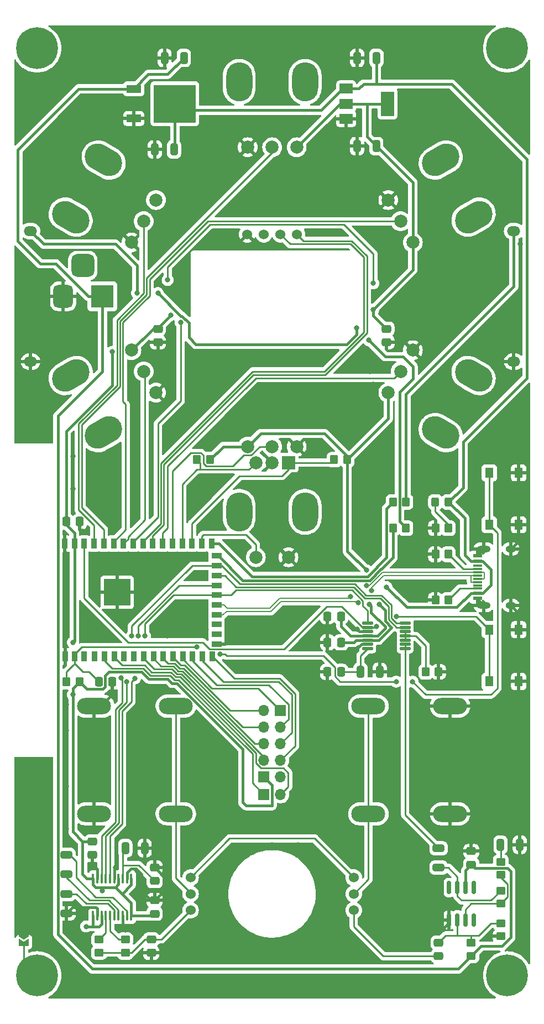
<source format=gbr>
%TF.GenerationSoftware,KiCad,Pcbnew,(6.0.0)*%
%TF.CreationDate,2022-11-04T15:31:47+01:00*%
%TF.ProjectId,Supersonic Quantumbox,53757065-7273-46f6-9e69-63205175616e,rev?*%
%TF.SameCoordinates,Original*%
%TF.FileFunction,Copper,L2,Bot*%
%TF.FilePolarity,Positive*%
%FSLAX46Y46*%
G04 Gerber Fmt 4.6, Leading zero omitted, Abs format (unit mm)*
G04 Created by KiCad (PCBNEW (6.0.0)) date 2022-11-04 15:31:47*
%MOMM*%
%LPD*%
G01*
G04 APERTURE LIST*
G04 Aperture macros list*
%AMRoundRect*
0 Rectangle with rounded corners*
0 $1 Rounding radius*
0 $2 $3 $4 $5 $6 $7 $8 $9 X,Y pos of 4 corners*
0 Add a 4 corners polygon primitive as box body*
4,1,4,$2,$3,$4,$5,$6,$7,$8,$9,$2,$3,0*
0 Add four circle primitives for the rounded corners*
1,1,$1+$1,$2,$3*
1,1,$1+$1,$4,$5*
1,1,$1+$1,$6,$7*
1,1,$1+$1,$8,$9*
0 Add four rect primitives between the rounded corners*
20,1,$1+$1,$2,$3,$4,$5,0*
20,1,$1+$1,$4,$5,$6,$7,0*
20,1,$1+$1,$6,$7,$8,$9,0*
20,1,$1+$1,$8,$9,$2,$3,0*%
%AMHorizOval*
0 Thick line with rounded ends*
0 $1 width*
0 $2 $3 position (X,Y) of the first rounded end (center of the circle)*
0 $4 $5 position (X,Y) of the second rounded end (center of the circle)*
0 Add line between two ends*
20,1,$1,$2,$3,$4,$5,0*
0 Add two circle primitives to create the rounded ends*
1,1,$1,$2,$3*
1,1,$1,$4,$5*%
%AMFreePoly0*
4,1,6,1.000000,0.000000,0.500000,-0.750000,-0.500000,-0.750000,-0.500000,0.750000,0.500000,0.750000,1.000000,0.000000,1.000000,0.000000,$1*%
%AMFreePoly1*
4,1,6,0.500000,-0.750000,-0.650000,-0.750000,-0.150000,0.000000,-0.650000,0.750000,0.500000,0.750000,0.500000,-0.750000,0.500000,-0.750000,$1*%
G04 Aperture macros list end*
%TA.AperFunction,ComponentPad*%
%ADD10C,0.800000*%
%TD*%
%TA.AperFunction,ComponentPad*%
%ADD11C,6.400000*%
%TD*%
%TA.AperFunction,ComponentPad*%
%ADD12HorizOval,4.000000X-0.866025X-0.500000X0.866025X0.500000X0*%
%TD*%
%TA.AperFunction,ComponentPad*%
%ADD13C,2.000000*%
%TD*%
%TA.AperFunction,ComponentPad*%
%ADD14O,4.000000X6.000000*%
%TD*%
%TA.AperFunction,ComponentPad*%
%ADD15HorizOval,4.000000X-0.866025X0.500000X0.866025X-0.500000X0*%
%TD*%
%TA.AperFunction,ComponentPad*%
%ADD16O,2.000000X1.500000*%
%TD*%
%TA.AperFunction,ComponentPad*%
%ADD17HorizOval,4.000000X0.866025X-0.500000X-0.866025X0.500000X0*%
%TD*%
%TA.AperFunction,ComponentPad*%
%ADD18C,1.524000*%
%TD*%
%TA.AperFunction,ComponentPad*%
%ADD19R,1.700000X1.700000*%
%TD*%
%TA.AperFunction,ComponentPad*%
%ADD20O,1.700000X1.700000*%
%TD*%
%TA.AperFunction,ComponentPad*%
%ADD21R,2.000000X2.000000*%
%TD*%
%TA.AperFunction,ComponentPad*%
%ADD22R,2.500000X3.000000*%
%TD*%
%TA.AperFunction,ComponentPad*%
%ADD23HorizOval,4.000000X0.866025X0.500000X-0.866025X-0.500000X0*%
%TD*%
%TA.AperFunction,SMDPad,CuDef*%
%ADD24RoundRect,0.250000X-0.450000X0.350000X-0.450000X-0.350000X0.450000X-0.350000X0.450000X0.350000X0*%
%TD*%
%TA.AperFunction,SMDPad,CuDef*%
%ADD25RoundRect,0.250000X0.450000X-0.350000X0.450000X0.350000X-0.450000X0.350000X-0.450000X-0.350000X0*%
%TD*%
%TA.AperFunction,SMDPad,CuDef*%
%ADD26RoundRect,0.250000X0.350000X0.450000X-0.350000X0.450000X-0.350000X-0.450000X0.350000X-0.450000X0*%
%TD*%
%TA.AperFunction,SMDPad,CuDef*%
%ADD27RoundRect,0.100000X0.100000X-0.637500X0.100000X0.637500X-0.100000X0.637500X-0.100000X-0.637500X0*%
%TD*%
%TA.AperFunction,SMDPad,CuDef*%
%ADD28RoundRect,0.250000X0.337500X0.475000X-0.337500X0.475000X-0.337500X-0.475000X0.337500X-0.475000X0*%
%TD*%
%TA.AperFunction,SMDPad,CuDef*%
%ADD29RoundRect,0.250000X0.475000X-0.337500X0.475000X0.337500X-0.475000X0.337500X-0.475000X-0.337500X0*%
%TD*%
%TA.AperFunction,SMDPad,CuDef*%
%ADD30R,2.000000X1.500000*%
%TD*%
%TA.AperFunction,SMDPad,CuDef*%
%ADD31R,2.000000X3.800000*%
%TD*%
%TA.AperFunction,SMDPad,CuDef*%
%ADD32RoundRect,0.020500X-0.764500X-0.184500X0.764500X-0.184500X0.764500X0.184500X-0.764500X0.184500X0*%
%TD*%
%TA.AperFunction,ComponentPad*%
%ADD33O,5.200000X2.500000*%
%TD*%
%TA.AperFunction,SMDPad,CuDef*%
%ADD34R,1.300000X1.550000*%
%TD*%
%TA.AperFunction,SMDPad,CuDef*%
%ADD35RoundRect,0.250000X-0.650000X0.325000X-0.650000X-0.325000X0.650000X-0.325000X0.650000X0.325000X0*%
%TD*%
%TA.AperFunction,SMDPad,CuDef*%
%ADD36RoundRect,0.250000X-0.337500X-0.475000X0.337500X-0.475000X0.337500X0.475000X-0.337500X0.475000X0*%
%TD*%
%TA.AperFunction,SMDPad,CuDef*%
%ADD37RoundRect,0.250000X-0.325000X-0.650000X0.325000X-0.650000X0.325000X0.650000X-0.325000X0.650000X0*%
%TD*%
%TA.AperFunction,SMDPad,CuDef*%
%ADD38RoundRect,0.250000X-0.350000X-0.450000X0.350000X-0.450000X0.350000X0.450000X-0.350000X0.450000X0*%
%TD*%
%TA.AperFunction,SMDPad,CuDef*%
%ADD39R,2.200000X1.200000*%
%TD*%
%TA.AperFunction,SMDPad,CuDef*%
%ADD40R,6.400000X5.800000*%
%TD*%
%TA.AperFunction,SMDPad,CuDef*%
%ADD41FreePoly0,270.000000*%
%TD*%
%TA.AperFunction,SMDPad,CuDef*%
%ADD42FreePoly1,270.000000*%
%TD*%
%TA.AperFunction,ComponentPad*%
%ADD43R,3.500000X3.500000*%
%TD*%
%TA.AperFunction,ComponentPad*%
%ADD44RoundRect,0.750000X-0.750000X-1.000000X0.750000X-1.000000X0.750000X1.000000X-0.750000X1.000000X0*%
%TD*%
%TA.AperFunction,ComponentPad*%
%ADD45RoundRect,0.875000X-0.875000X-0.875000X0.875000X-0.875000X0.875000X0.875000X-0.875000X0.875000X0*%
%TD*%
%TA.AperFunction,SMDPad,CuDef*%
%ADD46RoundRect,0.250000X-0.325000X-0.450000X0.325000X-0.450000X0.325000X0.450000X-0.325000X0.450000X0*%
%TD*%
%TA.AperFunction,SMDPad,CuDef*%
%ADD47RoundRect,0.250000X0.325000X0.650000X-0.325000X0.650000X-0.325000X-0.650000X0.325000X-0.650000X0*%
%TD*%
%TA.AperFunction,SMDPad,CuDef*%
%ADD48R,1.450000X0.600000*%
%TD*%
%TA.AperFunction,SMDPad,CuDef*%
%ADD49R,1.450000X0.300000*%
%TD*%
%TA.AperFunction,ComponentPad*%
%ADD50O,2.100000X1.000000*%
%TD*%
%TA.AperFunction,ComponentPad*%
%ADD51O,1.600000X1.000000*%
%TD*%
%TA.AperFunction,SMDPad,CuDef*%
%ADD52RoundRect,0.250000X-0.475000X0.337500X-0.475000X-0.337500X0.475000X-0.337500X0.475000X0.337500X0*%
%TD*%
%TA.AperFunction,SMDPad,CuDef*%
%ADD53R,0.900000X1.500000*%
%TD*%
%TA.AperFunction,SMDPad,CuDef*%
%ADD54R,1.500000X0.900000*%
%TD*%
%TA.AperFunction,SMDPad,CuDef*%
%ADD55R,4.100000X4.100000*%
%TD*%
%TA.AperFunction,SMDPad,CuDef*%
%ADD56RoundRect,0.250000X0.650000X-0.325000X0.650000X0.325000X-0.650000X0.325000X-0.650000X-0.325000X0*%
%TD*%
%TA.AperFunction,SMDPad,CuDef*%
%ADD57RoundRect,0.150000X0.150000X-0.825000X0.150000X0.825000X-0.150000X0.825000X-0.150000X-0.825000X0*%
%TD*%
%TA.AperFunction,ViaPad*%
%ADD58C,0.800000*%
%TD*%
%TA.AperFunction,Conductor*%
%ADD59C,0.400000*%
%TD*%
%TA.AperFunction,Conductor*%
%ADD60C,0.250000*%
%TD*%
%TA.AperFunction,Conductor*%
%ADD61C,0.200000*%
%TD*%
G04 APERTURE END LIST*
D10*
%TO.P,H4,1,1*%
%TO.N,unconnected-(H4-Pad1)*%
X164938428Y-24600000D03*
X167338428Y-27000000D03*
X162538428Y-27000000D03*
X164938428Y-29400000D03*
X166635484Y-28697056D03*
X166635484Y-25302944D03*
X163241372Y-25302944D03*
X163241372Y-28697056D03*
D11*
X164938428Y-27000000D03*
%TD*%
D12*
%TO.P,RV4,*%
%TO.N,*%
X103133301Y-85873428D03*
X98083301Y-77126572D03*
D13*
%TO.P,RV4,1,1*%
%TO.N,GNDREF*%
X111143555Y-79747595D03*
%TO.P,RV4,2,2*%
%TO.N,/Pot4*%
X109268555Y-76500000D03*
%TO.P,RV4,3,3*%
%TO.N,+3V3*%
X107393555Y-73252405D03*
%TD*%
D14*
%TO.P,RV2,*%
%TO.N,*%
X133988428Y-32170250D03*
X123888428Y-32170250D03*
D13*
%TO.P,RV2,1,1*%
%TO.N,GNDREF*%
X125188428Y-42170250D03*
%TO.P,RV2,2,2*%
%TO.N,/Pot2*%
X128938428Y-42170250D03*
%TO.P,RV2,3,3*%
%TO.N,+3V3*%
X132688428Y-42170250D03*
%TD*%
D15*
%TO.P,RV1,*%
%TO.N,*%
X103133301Y-44126572D03*
X98083301Y-52873428D03*
D13*
%TO.P,RV1,1,1*%
%TO.N,GNDREF*%
X107393555Y-56747595D03*
%TO.P,RV1,2,2*%
%TO.N,/Pot1*%
X109268555Y-53500000D03*
%TO.P,RV1,3,3*%
%TO.N,+3V3*%
X111143555Y-50252405D03*
%TD*%
D16*
%TO.P,D4,1,K*%
%TO.N,GNDREF*%
X165938428Y-75000000D03*
%TO.P,D4,2,A*%
%TO.N,Net-(D4-Pad2)*%
X165938428Y-55000000D03*
%TD*%
D17*
%TO.P,RV6,*%
%TO.N,*%
X159793555Y-77126572D03*
X154743555Y-85873428D03*
D13*
%TO.P,RV6,1,1*%
%TO.N,GNDREF*%
X150483301Y-73252405D03*
%TO.P,RV6,2,2*%
%TO.N,/Pot6*%
X148608301Y-76500000D03*
%TO.P,RV6,3,3*%
%TO.N,+3V3*%
X146733301Y-79747595D03*
%TD*%
D18*
%TO.P,SW4,1,A*%
%TO.N,/DSP_IN*%
X141438428Y-159000000D03*
%TO.P,SW4,2,B*%
%TO.N,/JACK_IN*%
X141438428Y-156500000D03*
%TO.P,SW4,3,C*%
%TO.N,/BYPASS*%
X141438428Y-154000000D03*
%TO.P,SW4,4,A*%
%TO.N,/DSP_OUT*%
X116438428Y-159000000D03*
%TO.P,SW4,5,B*%
%TO.N,/JACK_OUT*%
X116438428Y-156500000D03*
%TO.P,SW4,6,C*%
%TO.N,/BYPASS*%
X116438428Y-154000000D03*
%TD*%
D10*
%TO.P,H1,1,1*%
%TO.N,Net-(H1-Pad1)*%
X90538428Y-169000000D03*
X94635484Y-167302944D03*
X92938428Y-166600000D03*
X91241372Y-170697056D03*
X91241372Y-167302944D03*
X94635484Y-170697056D03*
X92938428Y-171400000D03*
X95338428Y-169000000D03*
D11*
X92938428Y-169000000D03*
%TD*%
D19*
%TO.P,J4,1,Pin_1*%
%TO.N,+3V3*%
X127675428Y-138596000D03*
D20*
%TO.P,J4,2,Pin_2*%
%TO.N,/IO40*%
X127675428Y-136056000D03*
%TO.P,J4,3,Pin_3*%
%TO.N,/IO39*%
X127675428Y-133516000D03*
%TO.P,J4,4,Pin_4*%
%TO.N,/IO38*%
X127675428Y-130976000D03*
%TO.P,J4,5,Pin_5*%
%TO.N,/IO37*%
X127675428Y-128436000D03*
%TD*%
D21*
%TO.P,SW3,A,A*%
%TO.N,/ENC_A*%
X131438428Y-90450000D03*
D13*
%TO.P,SW3,B,B*%
%TO.N,/ENC_B*%
X126438428Y-90450000D03*
%TO.P,SW3,C,C*%
%TO.N,GNDREF*%
X128938428Y-90450000D03*
D22*
%TO.P,SW3,MP*%
%TO.N,N/C*%
X134538428Y-97950000D03*
X123338428Y-97950000D03*
D13*
%TO.P,SW3,S1,S1*%
%TO.N,GNDREF*%
X131438428Y-104950000D03*
%TO.P,SW3,S2,S2*%
%TO.N,/ENC_SW*%
X126438428Y-104950000D03*
%TD*%
D14*
%TO.P,RV5,*%
%TO.N,*%
X123888428Y-98000000D03*
X133988428Y-98000000D03*
D13*
%TO.P,RV5,1,1*%
%TO.N,GNDREF*%
X132688428Y-88000000D03*
%TO.P,RV5,2,2*%
%TO.N,/Pot5*%
X128938428Y-88000000D03*
%TO.P,RV5,3,3*%
%TO.N,+3V3*%
X125188428Y-88000000D03*
%TD*%
D10*
%TO.P,H3,1,1*%
%TO.N,unconnected-(H3-Pad1)*%
X94635484Y-25302944D03*
X90538428Y-27000000D03*
X91241372Y-28697056D03*
X94635484Y-28697056D03*
X92938428Y-24600000D03*
X95338428Y-27000000D03*
X92938428Y-29400000D03*
X91241372Y-25302944D03*
D11*
X92938428Y-27000000D03*
%TD*%
D16*
%TO.P,D3,1,K*%
%TO.N,GNDREF*%
X91938428Y-75000000D03*
%TO.P,D3,2,A*%
%TO.N,Net-(D3-Pad2)*%
X91938428Y-55000000D03*
%TD*%
D10*
%TO.P,H2,1,1*%
%TO.N,unconnected-(H2-Pad1)*%
X164938428Y-171400000D03*
X163241372Y-170697056D03*
X163241372Y-167302944D03*
X166635484Y-167302944D03*
D11*
X164938428Y-169000000D03*
D10*
X162538428Y-169000000D03*
X166635484Y-170697056D03*
X164938428Y-166600000D03*
X167338428Y-169000000D03*
%TD*%
D23*
%TO.P,RV3,*%
%TO.N,*%
X159793555Y-52873428D03*
X154743555Y-44126572D03*
D13*
%TO.P,RV3,1,1*%
%TO.N,GNDREF*%
X146733301Y-50252405D03*
%TO.P,RV3,2,2*%
%TO.N,/Pot3*%
X148608301Y-53500000D03*
%TO.P,RV3,3,3*%
%TO.N,+3V3*%
X150483301Y-56747595D03*
%TD*%
D19*
%TO.P,J5,1,Pin_1*%
%TO.N,/IO36*%
X130215428Y-128436000D03*
D20*
%TO.P,J5,2,Pin_2*%
%TO.N,/IO35*%
X130215428Y-130976000D03*
%TO.P,J5,3,Pin_3*%
%TO.N,/IO34*%
X130215428Y-133516000D03*
%TO.P,J5,4,Pin_4*%
%TO.N,/IO33*%
X130215428Y-136056000D03*
%TO.P,J5,5,Pin_5*%
%TO.N,GNDREF*%
X130215428Y-138596000D03*
%TD*%
D19*
%TO.P,J3,1,Pin_1*%
%TO.N,/RX*%
X127670428Y-141263000D03*
D20*
%TO.P,J3,2,Pin_2*%
%TO.N,/TX*%
X130210428Y-141263000D03*
%TD*%
D24*
%TO.P,R2,1*%
%TO.N,Net-(C1-Pad2)*%
X163938428Y-161000000D03*
%TO.P,R2,2*%
%TO.N,GNDREF*%
X163938428Y-163000000D03*
%TD*%
D25*
%TO.P,R4,1*%
%TO.N,Net-(R3-Pad2)*%
X163938428Y-158000000D03*
%TO.P,R4,2*%
%TO.N,Net-(C3-Pad1)*%
X163938428Y-156000000D03*
%TD*%
D26*
%TO.P,R12,1*%
%TO.N,Net-(J1-PadB5)*%
X155938428Y-111500000D03*
%TO.P,R12,2*%
%TO.N,GNDREF*%
X153938428Y-111500000D03*
%TD*%
D27*
%TO.P,U7,1,CPVDD*%
%TO.N,+3V3*%
X107363428Y-159862500D03*
%TO.P,U7,2,CAPP*%
%TO.N,Net-(C15-Pad1)*%
X106713428Y-159862500D03*
%TO.P,U7,3,CPGND*%
%TO.N,GNDREF*%
X106063428Y-159862500D03*
%TO.P,U7,4,CAPM*%
%TO.N,Net-(C15-Pad2)*%
X105413428Y-159862500D03*
%TO.P,U7,5,VNEG*%
%TO.N,Net-(C16-Pad1)*%
X104763428Y-159862500D03*
%TO.P,U7,6,OUTL*%
%TO.N,Net-(R9-Pad1)*%
X104113428Y-159862500D03*
%TO.P,U7,7,OUTR*%
%TO.N,Net-(R10-Pad1)*%
X103463428Y-159862500D03*
%TO.P,U7,8,AVDD*%
%TO.N,+3V3*%
X102813428Y-159862500D03*
%TO.P,U7,9,AGND*%
%TO.N,GNDREF*%
X102163428Y-159862500D03*
%TO.P,U7,10,DEMP*%
%TO.N,+3V3*%
X101513428Y-159862500D03*
%TO.P,U7,11,FLT*%
X101513428Y-154137500D03*
%TO.P,U7,12,SCK*%
%TO.N,GNDREF*%
X102163428Y-154137500D03*
%TO.P,U7,13,BCK*%
%TO.N,/BCK*%
X102813428Y-154137500D03*
%TO.P,U7,14,DIN*%
%TO.N,/DIN*%
X103463428Y-154137500D03*
%TO.P,U7,15,LRCK*%
%TO.N,/LRCK*%
X104113428Y-154137500D03*
%TO.P,U7,16,FMT*%
%TO.N,GNDREF*%
X104763428Y-154137500D03*
%TO.P,U7,17,XSMT*%
%TO.N,+3V3*%
X105413428Y-154137500D03*
%TO.P,U7,18,LDOO*%
%TO.N,Net-(C17-Pad1)*%
X106063428Y-154137500D03*
%TO.P,U7,19,DGND*%
%TO.N,GNDREF*%
X106713428Y-154137500D03*
%TO.P,U7,20,DVDD*%
%TO.N,+3V3*%
X107363428Y-154137500D03*
%TD*%
D24*
%TO.P,R10,1*%
%TO.N,Net-(R10-Pad1)*%
X102438428Y-163500000D03*
%TO.P,R10,2*%
%TO.N,/DSP_OUT*%
X102438428Y-165500000D03*
%TD*%
D28*
%TO.P,C13,1*%
%TO.N,GNDREF*%
X99475928Y-99500000D03*
%TO.P,C13,2*%
%TO.N,+3V3*%
X97400928Y-99500000D03*
%TD*%
D29*
%TO.P,C11,1*%
%TO.N,GNDREF*%
X101438428Y-150537500D03*
%TO.P,C11,2*%
%TO.N,+3V3*%
X101438428Y-148462500D03*
%TD*%
D30*
%TO.P,U6,1,GND*%
%TO.N,GNDREF*%
X140288428Y-37800000D03*
%TO.P,U6,2,VO*%
%TO.N,+3V3*%
X140288428Y-35500000D03*
D31*
X146588428Y-35500000D03*
D30*
%TO.P,U6,3,VI*%
%TO.N,+5V*%
X140288428Y-33200000D03*
%TD*%
D29*
%TO.P,C14,1*%
%TO.N,+3V3*%
X110938428Y-159537500D03*
%TO.P,C14,2*%
%TO.N,GNDREF*%
X110938428Y-157462500D03*
%TD*%
D32*
%TO.P,U3,1,VREF*%
%TO.N,Net-(C21-Pad2)*%
X143568428Y-118950000D03*
%TO.P,U3,2,AGND*%
%TO.N,GNDREF*%
X143568428Y-118300000D03*
%TO.P,U3,3,VCC*%
%TO.N,+5V*%
X143568428Y-117650000D03*
%TO.P,U3,4,VDD*%
%TO.N,+3V3*%
X143568428Y-117000000D03*
%TO.P,U3,5,DGND*%
%TO.N,GNDREF*%
X143568428Y-116350000D03*
%TO.P,U3,6,SCKI*%
%TO.N,/IO0*%
X143568428Y-115700000D03*
%TO.P,U3,7,LRCK*%
%TO.N,/LRCK*%
X143568428Y-115050000D03*
%TO.P,U3,8,BCK*%
%TO.N,/BCK*%
X149308428Y-115050000D03*
%TO.P,U3,9,DOUT*%
%TO.N,/DOUT*%
X149308428Y-115700000D03*
%TO.P,U3,10,MD0*%
%TO.N,Net-(R6-Pad2)*%
X149308428Y-116350000D03*
%TO.P,U3,11,MD1*%
X149308428Y-117000000D03*
%TO.P,U3,12,FMT*%
X149308428Y-117650000D03*
%TO.P,U3,13,VINL*%
%TO.N,Net-(C3-Pad2)*%
X149308428Y-118300000D03*
%TO.P,U3,14,VINR*%
X149308428Y-118950000D03*
%TD*%
D33*
%TO.P,U1,1,Signal*%
%TO.N,/JACK_IN*%
X143688428Y-144250000D03*
X143688428Y-127750000D03*
%TO.P,U1,2,GND*%
%TO.N,GNDREF*%
X156188428Y-127750000D03*
X156188428Y-144250000D03*
%TD*%
D34*
%TO.P,SW2,1,1*%
%TO.N,GNDREF*%
X166688428Y-123975000D03*
X166688428Y-116025000D03*
%TO.P,SW2,2,2*%
%TO.N,/IO0*%
X162188428Y-116025000D03*
X162188428Y-123975000D03*
%TD*%
D35*
%TO.P,C15,1*%
%TO.N,Net-(C15-Pad1)*%
X97438428Y-150525000D03*
%TO.P,C15,2*%
%TO.N,Net-(C15-Pad2)*%
X97438428Y-153475000D03*
%TD*%
D36*
%TO.P,C6,1*%
%TO.N,GNDREF*%
X137400928Y-122500000D03*
%TO.P,C6,2*%
%TO.N,Net-(C21-Pad2)*%
X139475928Y-122500000D03*
%TD*%
D37*
%TO.P,C7,1*%
%TO.N,GNDREF*%
X112463428Y-28500000D03*
%TO.P,C7,2*%
%TO.N,+9V*%
X115413428Y-28500000D03*
%TD*%
D24*
%TO.P,R9,1*%
%TO.N,Net-(R9-Pad1)*%
X106438428Y-163500000D03*
%TO.P,R9,2*%
%TO.N,/DSP_OUT*%
X106438428Y-165500000D03*
%TD*%
D37*
%TO.P,C8,1*%
%TO.N,GNDREF*%
X110963428Y-42500000D03*
%TO.P,C8,2*%
%TO.N,+5V*%
X113913428Y-42500000D03*
%TD*%
%TO.P,C10,1*%
%TO.N,GNDREF*%
X141938428Y-42000000D03*
%TO.P,C10,2*%
%TO.N,+3V3*%
X144888428Y-42000000D03*
%TD*%
D38*
%TO.P,R14,1*%
%TO.N,/ENC_B*%
X117438428Y-90000000D03*
%TO.P,R14,2*%
%TO.N,+3V3*%
X119438428Y-90000000D03*
%TD*%
D39*
%TO.P,U4,1,GND*%
%TO.N,GNDREF*%
X107738428Y-37780000D03*
D40*
%TO.P,U4,2,VO*%
%TO.N,+5V*%
X114038428Y-35500000D03*
D39*
%TO.P,U4,3,VI*%
%TO.N,+9V*%
X107738428Y-33220000D03*
%TD*%
D41*
%TO.P,JP1,1,A*%
%TO.N,GNDREF*%
X90938428Y-162500000D03*
D42*
%TO.P,JP1,2,B*%
%TO.N,Net-(H1-Pad1)*%
X90938428Y-163950000D03*
%TD*%
D35*
%TO.P,C16,1*%
%TO.N,Net-(C16-Pad1)*%
X97438428Y-156525000D03*
%TO.P,C16,2*%
%TO.N,GNDREF*%
X97438428Y-159475000D03*
%TD*%
D37*
%TO.P,C9,1*%
%TO.N,GNDREF*%
X141963428Y-28500000D03*
%TO.P,C9,2*%
%TO.N,+5V*%
X144913428Y-28500000D03*
%TD*%
%TO.P,C18,1*%
%TO.N,Net-(C17-Pad1)*%
X106463428Y-149500000D03*
%TO.P,C18,2*%
%TO.N,GNDREF*%
X109413428Y-149500000D03*
%TD*%
D43*
%TO.P,J2,1*%
%TO.N,+9V*%
X102938428Y-65000000D03*
D44*
%TO.P,J2,2*%
%TO.N,GNDREF*%
X96938428Y-65000000D03*
D45*
%TO.P,J2,3*%
%TO.N,unconnected-(J2-Pad3)*%
X99938428Y-60300000D03*
%TD*%
D46*
%TO.P,D5,1,K*%
%TO.N,Net-(D5-Pad1)*%
X153913428Y-96500000D03*
%TO.P,D5,2,A*%
%TO.N,+5V*%
X155963428Y-96500000D03*
%TD*%
D38*
%TO.P,R13,1*%
%TO.N,/ENC_A*%
X138438428Y-90000000D03*
%TO.P,R13,2*%
%TO.N,+3V3*%
X140438428Y-90000000D03*
%TD*%
D29*
%TO.P,C23,1*%
%TO.N,GNDREF*%
X146438428Y-72037500D03*
%TO.P,C23,2*%
%TO.N,+3V3*%
X146438428Y-69962500D03*
%TD*%
D28*
%TO.P,C5,1*%
%TO.N,+3V3*%
X139475928Y-114000000D03*
%TO.P,C5,2*%
%TO.N,GNDREF*%
X137400928Y-114000000D03*
%TD*%
D25*
%TO.P,R1,1*%
%TO.N,+9V*%
X159438428Y-166000000D03*
%TO.P,R1,2*%
%TO.N,Net-(C1-Pad2)*%
X159438428Y-164000000D03*
%TD*%
D26*
%TO.P,R11,1*%
%TO.N,Net-(J1-PadA5)*%
X155938428Y-104500000D03*
%TO.P,R11,2*%
%TO.N,GNDREF*%
X153938428Y-104500000D03*
%TD*%
D29*
%TO.P,C22,1*%
%TO.N,GNDREF*%
X111438428Y-72037500D03*
%TO.P,C22,2*%
%TO.N,+3V3*%
X111438428Y-69962500D03*
%TD*%
%TO.P,C1,1*%
%TO.N,/DSP_IN*%
X154438428Y-166037500D03*
%TO.P,C1,2*%
%TO.N,Net-(C1-Pad2)*%
X154438428Y-163962500D03*
%TD*%
D34*
%TO.P,SW1,1,1*%
%TO.N,GNDREF*%
X166688428Y-99975000D03*
X166688428Y-92025000D03*
%TO.P,SW1,2,2*%
%TO.N,/EN*%
X162188428Y-99975000D03*
X162188428Y-92025000D03*
%TD*%
D47*
%TO.P,C21,1*%
%TO.N,GNDREF*%
X145413428Y-122500000D03*
%TO.P,C21,2*%
%TO.N,Net-(C21-Pad2)*%
X142463428Y-122500000D03*
%TD*%
D29*
%TO.P,C17,1*%
%TO.N,Net-(C17-Pad1)*%
X110938428Y-154537500D03*
%TO.P,C17,2*%
%TO.N,GNDREF*%
X110938428Y-152462500D03*
%TD*%
D38*
%TO.P,R8,1*%
%TO.N,/EN*%
X97438428Y-124000000D03*
%TO.P,R8,2*%
%TO.N,+3V3*%
X99438428Y-124000000D03*
%TD*%
D48*
%TO.P,J1,A1,GND*%
%TO.N,GNDREF*%
X160393428Y-104750000D03*
%TO.P,J1,A4,VBUS*%
%TO.N,+5V*%
X160393428Y-105550000D03*
D49*
%TO.P,J1,A5,CC1*%
%TO.N,Net-(J1-PadA5)*%
X160393428Y-106750000D03*
%TO.P,J1,A6,D+*%
%TO.N,/USB_D+*%
X160393428Y-107750000D03*
%TO.P,J1,A7,D-*%
%TO.N,/USB_D-*%
X160393428Y-108250000D03*
%TO.P,J1,A8,SBU1*%
%TO.N,unconnected-(J1-PadA8)*%
X160393428Y-109250000D03*
D48*
%TO.P,J1,A9,VBUS*%
%TO.N,+5V*%
X160393428Y-110450000D03*
%TO.P,J1,A12,GND*%
%TO.N,GNDREF*%
X160393428Y-111250000D03*
%TO.P,J1,B1,GND*%
X160393428Y-111250000D03*
%TO.P,J1,B4,VBUS*%
%TO.N,+5V*%
X160393428Y-110450000D03*
D49*
%TO.P,J1,B5,CC2*%
%TO.N,Net-(J1-PadB5)*%
X160393428Y-109750000D03*
%TO.P,J1,B6,D+*%
%TO.N,/USB_D+*%
X160393428Y-108750000D03*
%TO.P,J1,B7,D-*%
%TO.N,/USB_D-*%
X160393428Y-107250000D03*
%TO.P,J1,B8,SBU2*%
%TO.N,unconnected-(J1-PadB8)*%
X160393428Y-106250000D03*
D48*
%TO.P,J1,B9,VBUS*%
%TO.N,+5V*%
X160393428Y-105550000D03*
%TO.P,J1,B12,GND*%
%TO.N,GNDREF*%
X160393428Y-104750000D03*
D50*
%TO.P,J1,S1,SHIELD*%
X161308428Y-112320000D03*
X161308428Y-103680000D03*
D51*
X165488428Y-103680000D03*
X165488428Y-112320000D03*
%TD*%
D38*
%TO.P,R5,1*%
%TO.N,/LED2*%
X147438428Y-100500000D03*
%TO.P,R5,2*%
%TO.N,Net-(D3-Pad2)*%
X149438428Y-100500000D03*
%TD*%
D28*
%TO.P,C4,1*%
%TO.N,+5V*%
X139475928Y-118000000D03*
%TO.P,C4,2*%
%TO.N,GNDREF*%
X137400928Y-118000000D03*
%TD*%
D38*
%TO.P,R7,1*%
%TO.N,/LED1*%
X147438428Y-96500000D03*
%TO.P,R7,2*%
%TO.N,Net-(D4-Pad2)*%
X149438428Y-96500000D03*
%TD*%
D24*
%TO.P,R3,1*%
%TO.N,Net-(C2-Pad2)*%
X163952726Y-151586052D03*
%TO.P,R3,2*%
%TO.N,Net-(R3-Pad2)*%
X163952726Y-153586052D03*
%TD*%
D38*
%TO.P,R15,1*%
%TO.N,GNDREF*%
X153938428Y-100500000D03*
%TO.P,R15,2*%
%TO.N,Net-(D5-Pad1)*%
X155938428Y-100500000D03*
%TD*%
D26*
%TO.P,R6,1*%
%TO.N,GNDREF*%
X154438428Y-122500000D03*
%TO.P,R6,2*%
%TO.N,Net-(R6-Pad2)*%
X152438428Y-122500000D03*
%TD*%
D52*
%TO.P,C19,1*%
%TO.N,/DSP_OUT*%
X110438428Y-163462500D03*
%TO.P,C19,2*%
%TO.N,GNDREF*%
X110438428Y-165537500D03*
%TD*%
D53*
%TO.P,U5,1,GND*%
%TO.N,GNDREF*%
X97163428Y-102875000D03*
%TO.P,U5,2,3V3*%
%TO.N,+3V3*%
X98663428Y-102875000D03*
%TO.P,U5,3,IO00*%
%TO.N,/IO0*%
X100163428Y-102875000D03*
%TO.P,U5,4,IO01*%
%TO.N,/Pot1*%
X101663428Y-102875000D03*
%TO.P,U5,5,IO02*%
%TO.N,/Pot2*%
X103163428Y-102875000D03*
%TO.P,U5,6,IO03*%
%TO.N,/Pot3*%
X104663428Y-102875000D03*
%TO.P,U5,7,IO04*%
%TO.N,/Pot4*%
X106163428Y-102875000D03*
%TO.P,U5,8,IO05*%
%TO.N,/NEOP*%
X107663428Y-102875000D03*
%TO.P,U5,9,IO06*%
%TO.N,/SCL*%
X109163428Y-102875000D03*
%TO.P,U5,10,IO07*%
%TO.N,/SDA*%
X110663428Y-102875000D03*
%TO.P,U5,11,IO08*%
%TO.N,/Pot6*%
X112163428Y-102875000D03*
%TO.P,U5,12,IO09*%
%TO.N,/Pot5*%
X113663428Y-102875000D03*
%TO.P,U5,13,IO10*%
%TO.N,/ENC_B*%
X115163428Y-102875000D03*
%TO.P,U5,14,IO11*%
%TO.N,/ENC_A*%
X116663428Y-102875000D03*
%TO.P,U5,15,IO12*%
%TO.N,/ENC_SW*%
X118163428Y-102875000D03*
%TO.P,U5,16,IO13*%
%TO.N,/LED1*%
X119663428Y-102875000D03*
D54*
%TO.P,U5,17,IO14*%
%TO.N,/LED2*%
X120413428Y-104750000D03*
%TO.P,U5,18,IO15*%
%TO.N,/BCK*%
X120413428Y-106250000D03*
%TO.P,U5,19,IO16*%
%TO.N,/DOUT*%
X120413428Y-107750000D03*
%TO.P,U5,20,IO17*%
%TO.N,/DIN*%
X120413428Y-109250000D03*
%TO.P,U5,21,IO18*%
%TO.N,/LRCK*%
X120413428Y-110750000D03*
%TO.P,U5,22,USB_D-*%
%TO.N,/USB_D-*%
X120413428Y-112250000D03*
%TO.P,U5,23,USB_D+*%
%TO.N,/USB_D+*%
X120413428Y-113750000D03*
%TO.P,U5,24,IO21*%
%TO.N,unconnected-(U5-Pad24)*%
X120413428Y-115250000D03*
%TO.P,U5,25,IO26*%
%TO.N,unconnected-(U5-Pad25)*%
X120413428Y-116750000D03*
%TO.P,U5,26,GND*%
%TO.N,GNDREF*%
X120413428Y-118250000D03*
D53*
%TO.P,U5,27,IO33*%
%TO.N,/IO33*%
X119763428Y-120125000D03*
%TO.P,U5,28,IO34*%
%TO.N,/IO34*%
X118263428Y-120125000D03*
%TO.P,U5,29,IO35*%
%TO.N,/IO35*%
X116763428Y-120125000D03*
%TO.P,U5,30,IO36*%
%TO.N,/IO36*%
X115263428Y-120125000D03*
%TO.P,U5,31,IO37*%
%TO.N,/IO37*%
X113763428Y-120125000D03*
%TO.P,U5,32,IO38*%
%TO.N,/IO38*%
X112263428Y-120125000D03*
%TO.P,U5,33,IO39*%
%TO.N,/IO39*%
X110763428Y-120125000D03*
%TO.P,U5,34,IO40*%
%TO.N,/IO40*%
X109263428Y-120125000D03*
%TO.P,U5,35,IO41*%
%TO.N,unconnected-(U5-Pad35)*%
X107763428Y-120125000D03*
%TO.P,U5,36,IO42*%
%TO.N,unconnected-(U5-Pad36)*%
X106263428Y-120125000D03*
%TO.P,U5,37,TXD0*%
%TO.N,/TX*%
X104763428Y-120125000D03*
%TO.P,U5,38,RXD0*%
%TO.N,/RX*%
X103263428Y-120125000D03*
%TO.P,U5,39,IO45*%
%TO.N,unconnected-(U5-Pad39)*%
X101763428Y-120125000D03*
%TO.P,U5,40,IO46*%
%TO.N,unconnected-(U5-Pad40)*%
X100163428Y-120125000D03*
%TO.P,U5,41,EN*%
%TO.N,/EN*%
X98663428Y-120125000D03*
%TO.P,U5,42,GND*%
%TO.N,GNDREF*%
X97263428Y-120125000D03*
D55*
%TO.P,U5,43,GND*%
X105203428Y-110310000D03*
%TD*%
D47*
%TO.P,C2,1*%
%TO.N,GNDREF*%
X166869157Y-148987206D03*
%TO.P,C2,2*%
%TO.N,Net-(C2-Pad2)*%
X163919157Y-148987206D03*
%TD*%
D18*
%TO.P,O1,1,GND*%
%TO.N,GNDREF*%
X125128428Y-55500000D03*
%TO.P,O1,2,VCC*%
%TO.N,+3V3*%
X127668428Y-55500000D03*
%TO.P,O1,3,SCL*%
%TO.N,/SCL*%
X130208428Y-55500000D03*
%TO.P,O1,4,SDA*%
%TO.N,/SDA*%
X132748428Y-55500000D03*
%TD*%
D56*
%TO.P,C3,1*%
%TO.N,Net-(C3-Pad1)*%
X154438428Y-152475000D03*
%TO.P,C3,2*%
%TO.N,Net-(C3-Pad2)*%
X154438428Y-149525000D03*
%TD*%
D57*
%TO.P,U2,1,NULL*%
%TO.N,unconnected-(U2-Pad1)*%
X159843428Y-160475000D03*
%TO.P,U2,2,-*%
%TO.N,Net-(R3-Pad2)*%
X158573428Y-160475000D03*
%TO.P,U2,3,+*%
%TO.N,Net-(C1-Pad2)*%
X157303428Y-160475000D03*
%TO.P,U2,4,V-*%
%TO.N,GNDREF*%
X156033428Y-160475000D03*
%TO.P,U2,5,NULL*%
%TO.N,unconnected-(U2-Pad5)*%
X156033428Y-155525000D03*
%TO.P,U2,6*%
%TO.N,Net-(C3-Pad1)*%
X157303428Y-155525000D03*
%TO.P,U2,7,V+*%
%TO.N,+9V*%
X158573428Y-155525000D03*
%TO.P,U2,8,NC*%
%TO.N,unconnected-(U2-Pad8)*%
X159843428Y-155525000D03*
%TD*%
D29*
%TO.P,C20,1*%
%TO.N,+9V*%
X159438428Y-152037500D03*
%TO.P,C20,2*%
%TO.N,GNDREF*%
X159438428Y-149962500D03*
%TD*%
D28*
%TO.P,C12,1*%
%TO.N,GNDREF*%
X104475928Y-124000000D03*
%TO.P,C12,2*%
%TO.N,/EN*%
X102400928Y-124000000D03*
%TD*%
D33*
%TO.P,U8,1,Signal*%
%TO.N,/JACK_OUT*%
X114188428Y-144250000D03*
X114188428Y-127750000D03*
%TO.P,U8,2,GND*%
%TO.N,GNDREF*%
X101688428Y-144250000D03*
X101688428Y-127750000D03*
%TD*%
D58*
%TO.N,GNDREF*%
X150938428Y-127000000D03*
X133438428Y-38500000D03*
X127938428Y-146000000D03*
X144938428Y-120500000D03*
X137938428Y-124500000D03*
X145438428Y-149000000D03*
X118938428Y-56500000D03*
X127938428Y-74000000D03*
X154938428Y-162000000D03*
X153438428Y-39500000D03*
X149438428Y-159500000D03*
X115938428Y-141000000D03*
X94438428Y-144000000D03*
X111938428Y-141000000D03*
X120438428Y-93000000D03*
X116438428Y-98000000D03*
X92438428Y-86500000D03*
X117938428Y-105000000D03*
X164938428Y-89500000D03*
X119438428Y-148500000D03*
X166938428Y-57000000D03*
X115938428Y-131000000D03*
X117938428Y-107500000D03*
X113438428Y-114000000D03*
X135438428Y-121500000D03*
X99462948Y-158524520D03*
X92938428Y-137000000D03*
X97438428Y-106500000D03*
X137400928Y-116037500D03*
X121938428Y-74000000D03*
X139938428Y-149500000D03*
X91938428Y-43500000D03*
X151938428Y-164000000D03*
X129438428Y-57500000D03*
X145438428Y-134500000D03*
X116938428Y-74000000D03*
X155938428Y-34500000D03*
X147938428Y-30500000D03*
X137938428Y-147000000D03*
X144938428Y-44500000D03*
X100938428Y-90000000D03*
X117938428Y-93000000D03*
X133938428Y-128000000D03*
X138938428Y-55000000D03*
X138438428Y-154000000D03*
X160438428Y-171000000D03*
X151438428Y-63500000D03*
X109938428Y-29000000D03*
X164938428Y-96000000D03*
X116938428Y-41500000D03*
X112938428Y-117000000D03*
X144438428Y-105000000D03*
X141938428Y-103500000D03*
X166938428Y-136000000D03*
X145438428Y-137000000D03*
X147938428Y-40500000D03*
X95438428Y-58500000D03*
X156438428Y-158000000D03*
X141938428Y-132500000D03*
X145438428Y-153500000D03*
X151438428Y-155000000D03*
X144438428Y-55500000D03*
X115938428Y-31000000D03*
X97438428Y-127500000D03*
X147938428Y-61000000D03*
X121938428Y-146000000D03*
X93938428Y-152000000D03*
X165438428Y-142000000D03*
X141938428Y-137000000D03*
X157438428Y-136500000D03*
X147938428Y-56500000D03*
X111938428Y-138000000D03*
X143438428Y-73500000D03*
X109938428Y-110000000D03*
X147438428Y-126000000D03*
X164938428Y-127000000D03*
X160938428Y-47000000D03*
X151938428Y-151000000D03*
X145438428Y-130500000D03*
X146938428Y-118000000D03*
X99938428Y-113000000D03*
X166938428Y-145000000D03*
X128938428Y-149000000D03*
X141938428Y-149000000D03*
X134938428Y-146000000D03*
X166938428Y-39000000D03*
X104938428Y-152500000D03*
X107438428Y-78000000D03*
X120938428Y-97500000D03*
X167938428Y-80500000D03*
X113438428Y-70500000D03*
X90438428Y-137000000D03*
X146438428Y-94000000D03*
X153938428Y-106000000D03*
X128938428Y-165500000D03*
X159938428Y-25000000D03*
X141438428Y-171000000D03*
X138938428Y-46000000D03*
X106938428Y-61000000D03*
X107438428Y-41000000D03*
X115438428Y-65000000D03*
X163938428Y-63000000D03*
X144938428Y-83500000D03*
X101438428Y-152000000D03*
X160438428Y-82000000D03*
X114438428Y-171000000D03*
X150938428Y-135000000D03*
X110438428Y-59000000D03*
X144438428Y-156500000D03*
X166938428Y-32000000D03*
X167438428Y-165000000D03*
X141938428Y-139000000D03*
X117938428Y-115500000D03*
X97438428Y-131500000D03*
X142438428Y-91500000D03*
X123438428Y-121500000D03*
X154438428Y-135000000D03*
X140438428Y-76000000D03*
X94438428Y-137000000D03*
X99938428Y-101000000D03*
X145438428Y-141000000D03*
X98438428Y-89500000D03*
X94438428Y-86500000D03*
X124438428Y-146000000D03*
X158938428Y-96500000D03*
X106438428Y-162000000D03*
X145438428Y-139000000D03*
X145438428Y-147000000D03*
X122938428Y-117000000D03*
X116438428Y-165000000D03*
X99938428Y-35500000D03*
X146438428Y-164000000D03*
X111438428Y-75000000D03*
X133938428Y-74000000D03*
X144438428Y-78500000D03*
X149438428Y-25500000D03*
X97438428Y-140000000D03*
X166438428Y-138500000D03*
X141938428Y-31000000D03*
X132938428Y-149000000D03*
X107938428Y-98500000D03*
X138438428Y-157500000D03*
X143938428Y-160500000D03*
X156438428Y-122500000D03*
X131438428Y-146000000D03*
X138438428Y-161000000D03*
X105938428Y-65000000D03*
X101938428Y-105000000D03*
X141938428Y-116000000D03*
X148438428Y-67000000D03*
X118438428Y-100000000D03*
X112938428Y-54000000D03*
X104438428Y-36000000D03*
X90438428Y-86500000D03*
X108938428Y-156000000D03*
X143938428Y-76500000D03*
X136438428Y-25500000D03*
X104938428Y-58500000D03*
X119938428Y-153500000D03*
X117438428Y-150500000D03*
X103438428Y-117000000D03*
X125938428Y-84500000D03*
X99938428Y-115500000D03*
X159438428Y-116000000D03*
X90938428Y-161000000D03*
X141938428Y-151000000D03*
X159938428Y-87500000D03*
X162438428Y-163000000D03*
X115938428Y-134000000D03*
X159938428Y-138000000D03*
X105438428Y-114500000D03*
X97438428Y-109000000D03*
X137938428Y-39500000D03*
X135938428Y-151000000D03*
X153938428Y-110000000D03*
X126815373Y-46896888D03*
X100938428Y-96500000D03*
X116438428Y-115000000D03*
X118438428Y-113000000D03*
X127938428Y-79000000D03*
X104938428Y-100500000D03*
X141938428Y-141000000D03*
X165938428Y-108000000D03*
X118938428Y-87500000D03*
X132938428Y-136500000D03*
X152438428Y-51500000D03*
X111938428Y-131000000D03*
X111938428Y-134000000D03*
X98438428Y-94500000D03*
X120938428Y-46000000D03*
X97438428Y-113500000D03*
X105438428Y-88500000D03*
X156438428Y-62000000D03*
X151438428Y-93500000D03*
X122938428Y-135000000D03*
X146938428Y-86000000D03*
X147438428Y-122000000D03*
X165438428Y-45500000D03*
X91938428Y-52500000D03*
X154938428Y-93000000D03*
X97938428Y-25000000D03*
X113438428Y-87000000D03*
X141938428Y-130500000D03*
X141938428Y-134500000D03*
X118938428Y-34500000D03*
X145438428Y-151000000D03*
X97438428Y-146500000D03*
X122938428Y-150000000D03*
X97438428Y-171000000D03*
X97438428Y-117000000D03*
X140938428Y-87500000D03*
X145438428Y-132500000D03*
X129938428Y-47500000D03*
X151438428Y-81000000D03*
X90938428Y-32000000D03*
X115938428Y-138000000D03*
X112938428Y-77500000D03*
X105438428Y-107000000D03*
X97438428Y-104500000D03*
X141438428Y-119500000D03*
X160938428Y-142000000D03*
X141938428Y-147000000D03*
X109938428Y-105000000D03*
X167438428Y-154500000D03*
X165938428Y-67500000D03*
X90438428Y-40000000D03*
X140938428Y-165500000D03*
%TO.N,+5V*%
X146438428Y-109500000D03*
X145302258Y-112157963D03*
%TO.N,/USB_D+*%
X142112916Y-111921254D03*
X144127519Y-110053373D03*
%TO.N,/USB_D-*%
X140938428Y-110975000D03*
X143385055Y-109310909D03*
%TO.N,/EN*%
X120938428Y-119749011D03*
X150438428Y-124000000D03*
X117438428Y-118724500D03*
X147938428Y-124000000D03*
%TO.N,+3V3*%
X100438428Y-161500000D03*
X144438428Y-67000000D03*
X98438428Y-118000000D03*
X98438428Y-126000000D03*
X104438428Y-73500000D03*
X102938428Y-156000000D03*
X143833665Y-112157963D03*
X143373096Y-106934668D03*
X113424438Y-67884029D03*
%TO.N,/IO0*%
X147938428Y-114000000D03*
X144938428Y-115512299D03*
%TO.N,/LRCK*%
X109471188Y-117016437D03*
X107938428Y-123500000D03*
%TO.N,/BCK*%
X105840308Y-123432284D03*
X107438428Y-117000000D03*
%TO.N,/DIN*%
X106662928Y-124000000D03*
X108450727Y-117012299D03*
%TO.N,/NEOP*%
X114938428Y-69000000D03*
%TO.N,Net-(D1-Pad2)*%
X112938428Y-62500000D03*
X144438428Y-63000000D03*
%TO.N,Net-(D3-Pad2)*%
X143738210Y-71724382D03*
X111438428Y-64500000D03*
X108241952Y-64500000D03*
X141849358Y-69869324D03*
%TD*%
D59*
%TO.N,GNDREF*%
X102163428Y-158774040D02*
X101913908Y-158524520D01*
X112938428Y-154462500D02*
X110938428Y-152462500D01*
X120413428Y-118250000D02*
X121688428Y-118250000D01*
X156033428Y-160475000D02*
X156033428Y-160905000D01*
X104763428Y-152675000D02*
X104938428Y-152500000D01*
X102163428Y-159862500D02*
X102163428Y-158774040D01*
X110938428Y-157462500D02*
X110400928Y-157462500D01*
X105203428Y-107235000D02*
X105438428Y-107000000D01*
X97263428Y-120125000D02*
X97263428Y-117175000D01*
X102688428Y-127750000D02*
X101688428Y-127750000D01*
X156033428Y-160905000D02*
X154938428Y-162000000D01*
X160393428Y-111405000D02*
X161308428Y-112320000D01*
X106713428Y-154137500D02*
X106713428Y-153225000D01*
X97263428Y-117175000D02*
X97438428Y-117000000D01*
X108087948Y-152649520D02*
X108938428Y-153500000D01*
X143568428Y-118300000D02*
X142638428Y-118300000D01*
X110400928Y-157462500D02*
X108938428Y-156000000D01*
X97163428Y-104225000D02*
X97438428Y-104500000D01*
X153938428Y-111500000D02*
X153938428Y-110000000D01*
X101438428Y-152000000D02*
X101438428Y-150537500D01*
X106063428Y-161625000D02*
X106438428Y-162000000D01*
X121688428Y-118250000D02*
X122938428Y-117000000D01*
X107288908Y-152649520D02*
X108087948Y-152649520D01*
X143568428Y-116350000D02*
X142288428Y-116350000D01*
X110938428Y-157462500D02*
X112938428Y-155462500D01*
X166688428Y-102480000D02*
X165488428Y-103680000D01*
X104475928Y-125962500D02*
X102688428Y-127750000D01*
X104475928Y-124000000D02*
X104475928Y-125962500D01*
X105203428Y-110310000D02*
X105203428Y-107235000D01*
X166688428Y-113520000D02*
X165488428Y-112320000D01*
X102163428Y-152725000D02*
X102163428Y-154137500D01*
X154438428Y-122500000D02*
X156438428Y-122500000D01*
X101913908Y-158524520D02*
X99462948Y-158524520D01*
X99475928Y-100537500D02*
X99938428Y-101000000D01*
X101438428Y-152000000D02*
X102163428Y-152725000D01*
X99475928Y-99500000D02*
X99475928Y-100537500D01*
X98388908Y-158524520D02*
X99462948Y-158524520D01*
X142288428Y-116350000D02*
X141938428Y-116000000D01*
X106063428Y-159862500D02*
X106063428Y-161625000D01*
X97163428Y-102875000D02*
X97163428Y-104225000D01*
X142638428Y-118300000D02*
X141438428Y-119500000D01*
X160393428Y-111250000D02*
X160393428Y-111405000D01*
X166688428Y-92025000D02*
X166688428Y-99975000D01*
X153938428Y-104500000D02*
X153938428Y-106000000D01*
X166688428Y-99975000D02*
X166688428Y-102480000D01*
X97438428Y-159475000D02*
X98388908Y-158524520D01*
X166688428Y-116025000D02*
X166688428Y-123975000D01*
X160393428Y-104595000D02*
X161308428Y-103680000D01*
X137400928Y-114000000D02*
X137400928Y-118000000D01*
X112938428Y-155462500D02*
X112938428Y-154462500D01*
X108938428Y-153500000D02*
X108938428Y-156000000D01*
X160393428Y-104750000D02*
X160393428Y-104595000D01*
X163938428Y-163000000D02*
X162438428Y-163000000D01*
X104763428Y-154137500D02*
X104763428Y-152675000D01*
X166688428Y-116025000D02*
X166688428Y-113520000D01*
X90938428Y-162500000D02*
X90938428Y-161000000D01*
X106713428Y-153225000D02*
X107288908Y-152649520D01*
%TO.N,+5V*%
X139738428Y-33200000D02*
X140288428Y-33200000D01*
X160393428Y-110450000D02*
X161183089Y-110450000D01*
X113913428Y-42500000D02*
X114038428Y-42375000D01*
X162438428Y-109194661D02*
X162438428Y-106805339D01*
X145288428Y-117650000D02*
X147237370Y-115701058D01*
X143568428Y-117650000D02*
X145288428Y-117650000D01*
X146239877Y-114703565D02*
X146239877Y-113095582D01*
X160393428Y-105550000D02*
X159369406Y-105550000D01*
X147237370Y-115701058D02*
X146239877Y-114703565D01*
X140288428Y-33200000D02*
X142238428Y-33200000D01*
X158184582Y-94278846D02*
X158184582Y-87253846D01*
X161183089Y-105550000D02*
X160393428Y-105550000D01*
X167938428Y-44000000D02*
X156438428Y-32500000D01*
X155963428Y-96500000D02*
X158184582Y-94278846D01*
X143568428Y-117650000D02*
X141788428Y-117650000D01*
X141438428Y-118000000D02*
X139475928Y-118000000D01*
X142238428Y-33200000D02*
X142938428Y-32500000D01*
X157219886Y-112599520D02*
X159369406Y-110450000D01*
X114038428Y-35500000D02*
X115038428Y-36500000D01*
X149537948Y-112599520D02*
X157219886Y-112599520D01*
X158438428Y-98975000D02*
X155963428Y-96500000D01*
X136438428Y-36500000D02*
X139738428Y-33200000D01*
X159369406Y-110450000D02*
X160393428Y-110450000D01*
X146438428Y-109500000D02*
X149537948Y-112599520D01*
X144913428Y-32500000D02*
X148938428Y-32500000D01*
X158184582Y-87253846D02*
X167938428Y-77500000D01*
X161183089Y-110450000D02*
X162438428Y-109194661D01*
X146239877Y-113095582D02*
X145302258Y-112157963D01*
X142938428Y-32500000D02*
X148438428Y-32500000D01*
X159369406Y-105550000D02*
X158438428Y-104619022D01*
X158438428Y-104619022D02*
X158438428Y-98975000D01*
X114038428Y-42375000D02*
X114038428Y-35500000D01*
X167938428Y-77500000D02*
X167938428Y-44000000D01*
X115038428Y-36500000D02*
X136438428Y-36500000D01*
X162438428Y-106805339D02*
X161183089Y-105550000D01*
X156438428Y-32500000D02*
X148938428Y-32500000D01*
X141788428Y-117650000D02*
X141438428Y-118000000D01*
X144913428Y-28500000D02*
X144913428Y-32500000D01*
X148938428Y-32500000D02*
X148438428Y-32500000D01*
D60*
%TO.N,Net-(C2-Pad2)*%
X163952726Y-149020775D02*
X163919157Y-148987206D01*
X163952726Y-151586052D02*
X163952726Y-149020775D01*
D61*
%TO.N,/USB_D+*%
X159368917Y-107800489D02*
X159419406Y-107750000D01*
X159419406Y-108750000D02*
X159368917Y-108699511D01*
X159368917Y-108699511D02*
X159368917Y-107800489D01*
X121938428Y-113225000D02*
X121413428Y-113750000D01*
X146031627Y-107725000D02*
X144127519Y-109629108D01*
X130281126Y-111725001D02*
X128781127Y-113225000D01*
X160393428Y-108750000D02*
X159419406Y-108750000D01*
X144127519Y-109629108D02*
X144127519Y-110053373D01*
X159305927Y-107750000D02*
X159280927Y-107725000D01*
X128781127Y-113225000D02*
X121938428Y-113225000D01*
X141916663Y-111725001D02*
X130281126Y-111725001D01*
X121413428Y-113750000D02*
X120413428Y-113750000D01*
X159419406Y-107750000D02*
X160393428Y-107750000D01*
X142112916Y-111921254D02*
X141916663Y-111725001D01*
X159280927Y-107725000D02*
X146031627Y-107725000D01*
X160393428Y-107750000D02*
X159305927Y-107750000D01*
%TO.N,/USB_D-*%
X122063429Y-112775000D02*
X121538429Y-112250000D01*
X143809320Y-109310909D02*
X143385055Y-109310909D01*
X140938428Y-110975000D02*
X140638429Y-111274999D01*
X159305927Y-107250000D02*
X159280927Y-107275000D01*
X121538429Y-112250000D02*
X120413428Y-112250000D01*
X161367450Y-108250000D02*
X160393428Y-108250000D01*
X161438428Y-107320978D02*
X161438428Y-108179022D01*
X160393428Y-107250000D02*
X159305927Y-107250000D01*
X160393428Y-107250000D02*
X161367450Y-107250000D01*
X161367450Y-107250000D02*
X161438428Y-107320978D01*
X128594729Y-112775000D02*
X122063429Y-112775000D01*
X145845229Y-107275000D02*
X143809320Y-109310909D01*
X140638429Y-111274999D02*
X130094730Y-111274999D01*
X159280927Y-107275000D02*
X145845229Y-107275000D01*
X161438428Y-108179022D02*
X161367450Y-108250000D01*
X130094730Y-111274999D02*
X128594729Y-112775000D01*
D60*
%TO.N,/EN*%
X152438428Y-126000000D02*
X150438428Y-124000000D01*
X136776881Y-120000000D02*
X138563908Y-121787027D01*
X98663428Y-121275000D02*
X98438428Y-121500000D01*
X98663428Y-119825000D02*
X99763928Y-118724500D01*
X121938428Y-120000000D02*
X136776881Y-120000000D01*
X139350935Y-124000000D02*
X147938428Y-124000000D01*
X120938428Y-119749011D02*
X121687439Y-119749011D01*
X163438428Y-125000000D02*
X162438428Y-126000000D01*
X98663428Y-121225000D02*
X98663428Y-120125000D01*
X162188428Y-92025000D02*
X162188428Y-99975000D01*
X98438428Y-121500000D02*
X97438428Y-122500000D01*
X162438428Y-126000000D02*
X152438428Y-126000000D01*
X98663428Y-120125000D02*
X98663428Y-121275000D01*
X138563908Y-123212973D02*
X139350935Y-124000000D01*
X102400928Y-124000000D02*
X100900928Y-122500000D01*
X163438428Y-101225000D02*
X163438428Y-125000000D01*
X99763928Y-118724500D02*
X117438428Y-118724500D01*
X138563908Y-121787027D02*
X138563908Y-123212973D01*
X100900928Y-122500000D02*
X99938428Y-122500000D01*
X99938428Y-122500000D02*
X98663428Y-121225000D01*
X97438428Y-122500000D02*
X97438428Y-124000000D01*
X121687439Y-119749011D02*
X121938428Y-120000000D01*
X162188428Y-99975000D02*
X163438428Y-101225000D01*
X98663428Y-120125000D02*
X98663428Y-119825000D01*
D59*
%TO.N,+3V3*%
X110045479Y-123613815D02*
X108938428Y-122506764D01*
X98663428Y-102875000D02*
X98663428Y-117775000D01*
X150483301Y-47544873D02*
X143438428Y-40500000D01*
X103007467Y-125124520D02*
X100562948Y-125124520D01*
X111438428Y-69870039D02*
X113424438Y-67884029D01*
X108938428Y-122506764D02*
X103945192Y-122506764D01*
X105938428Y-156500000D02*
X104938428Y-155500000D01*
X98663428Y-101225000D02*
X98663428Y-102875000D01*
X107363428Y-157925000D02*
X105938428Y-156500000D01*
X101513428Y-154137500D02*
X101513428Y-155075000D01*
X143438428Y-40500000D02*
X143438428Y-35500000D01*
X98438428Y-126000000D02*
X98438428Y-125000000D01*
X107363428Y-159862500D02*
X110613428Y-159862500D01*
X124938428Y-143000000D02*
X124438428Y-142500000D01*
X144438428Y-67962500D02*
X146438428Y-69962500D01*
X99900928Y-148462500D02*
X101438428Y-148462500D01*
X127188428Y-86000000D02*
X125188428Y-88000000D01*
X143568428Y-117000000D02*
X140938428Y-117000000D01*
X114393320Y-124272119D02*
X113596732Y-124272119D01*
X101513428Y-161425000D02*
X101438428Y-161500000D01*
X150483301Y-56747595D02*
X150483301Y-47544873D01*
X140438428Y-89500000D02*
X136938428Y-86000000D01*
X144438428Y-67000000D02*
X150483301Y-60955127D01*
X146237939Y-115549477D02*
X144092948Y-113404486D01*
X124438428Y-142500000D02*
X124438428Y-134317227D01*
X146237939Y-115843468D02*
X146237939Y-115549477D01*
X121438428Y-88000000D02*
X119438428Y-90000000D01*
X98438428Y-125000000D02*
X99438428Y-124000000D01*
X124438428Y-134317227D02*
X114393320Y-124272119D01*
X102813428Y-159862500D02*
X102813428Y-161125000D01*
X140288428Y-35500000D02*
X139358678Y-35500000D01*
X100575928Y-154137500D02*
X101513428Y-154137500D01*
X104438428Y-78622498D02*
X97400928Y-85659998D01*
X107393555Y-73252405D02*
X110683460Y-69962500D01*
X107363428Y-154137500D02*
X107363428Y-155075000D01*
X103945192Y-122506764D02*
X103938428Y-122500000D01*
X102938428Y-155500000D02*
X102938428Y-156000000D01*
X140438428Y-104000000D02*
X140438428Y-90000000D01*
X102938428Y-155500000D02*
X104938428Y-155500000D01*
X146733301Y-79747595D02*
X146733301Y-83705127D01*
X103387948Y-124744039D02*
X103007467Y-125124520D01*
X146588428Y-35500000D02*
X143438428Y-35500000D01*
X139358678Y-35500000D02*
X132688428Y-42170250D01*
X125188428Y-88000000D02*
X121438428Y-88000000D01*
X107363428Y-155075000D02*
X105938428Y-156500000D01*
X110683460Y-69962500D02*
X111438428Y-69962500D01*
X97400928Y-85659998D02*
X97400928Y-99500000D01*
X107363428Y-159862500D02*
X107363428Y-157925000D01*
X140438428Y-90000000D02*
X140438428Y-89500000D01*
X112938428Y-123613815D02*
X110045479Y-123613815D01*
X139475928Y-115537500D02*
X139475928Y-114000000D01*
X127675428Y-138596000D02*
X128938428Y-139859000D01*
X101513428Y-155075000D02*
X101938428Y-155500000D01*
X102813428Y-161125000D02*
X102438428Y-161500000D01*
X143373096Y-106934668D02*
X140438428Y-104000000D01*
X143438428Y-35500000D02*
X140288428Y-35500000D01*
X105413428Y-155025000D02*
X105413428Y-154137500D01*
X100438428Y-161500000D02*
X101438428Y-161500000D01*
X150483301Y-60955127D02*
X150483301Y-56747595D01*
X140938428Y-117000000D02*
X139475928Y-115537500D01*
X136938428Y-86000000D02*
X127188428Y-86000000D01*
X128938428Y-139859000D02*
X128938428Y-143000000D01*
X98438428Y-126000000D02*
X98438428Y-147000000D01*
X98663428Y-117775000D02*
X98438428Y-118000000D01*
X97400928Y-99962500D02*
X98663428Y-101225000D01*
X101513428Y-159862500D02*
X101513428Y-161425000D01*
X103387948Y-123050480D02*
X103387948Y-124744039D01*
X144092948Y-112417246D02*
X143833665Y-112157963D01*
X111438428Y-69962500D02*
X111438428Y-69870039D01*
X113596732Y-124272119D02*
X112938428Y-123613815D01*
X98438428Y-147000000D02*
X99900928Y-148462500D01*
X103938428Y-122500000D02*
X103387948Y-123050480D01*
X97400928Y-99500000D02*
X97400928Y-99962500D01*
X101938428Y-155500000D02*
X102938428Y-155500000D01*
X100562948Y-125124520D02*
X99438428Y-124000000D01*
X144092948Y-113404486D02*
X144092948Y-112417246D01*
X104938428Y-155500000D02*
X105413428Y-155025000D01*
X110613428Y-159862500D02*
X110938428Y-159537500D01*
X101438428Y-161500000D02*
X102438428Y-161500000D01*
X99900928Y-148462500D02*
X99900928Y-153462500D01*
X144438428Y-67000000D02*
X144438428Y-67962500D01*
X128938428Y-143000000D02*
X124938428Y-143000000D01*
X143568428Y-117000000D02*
X145081407Y-117000000D01*
X104438428Y-73500000D02*
X104438428Y-78622498D01*
X99900928Y-153462500D02*
X100575928Y-154137500D01*
X146733301Y-83705127D02*
X140438428Y-90000000D01*
X145081407Y-117000000D02*
X146237939Y-115843468D01*
D60*
%TO.N,Net-(R3-Pad2)*%
X164962948Y-155024520D02*
X163938428Y-154000000D01*
X158573428Y-158865000D02*
X159438428Y-158000000D01*
X164962948Y-156975480D02*
X164962948Y-155024520D01*
X159438428Y-158000000D02*
X163938428Y-158000000D01*
X163938428Y-158000000D02*
X164962948Y-156975480D01*
X158573428Y-160475000D02*
X158573428Y-158865000D01*
%TO.N,Net-(C1-Pad2)*%
X155535928Y-162865000D02*
X157303428Y-162865000D01*
X157303428Y-160475000D02*
X157303428Y-162865000D01*
X162438428Y-161000000D02*
X163938428Y-161000000D01*
X159573428Y-162865000D02*
X160573428Y-162865000D01*
X157303428Y-162865000D02*
X159573428Y-162865000D01*
X154438428Y-163962500D02*
X155535928Y-162865000D01*
X160573428Y-162865000D02*
X162438428Y-161000000D01*
X159438428Y-163000000D02*
X159573428Y-162865000D01*
X159438428Y-164000000D02*
X159438428Y-163000000D01*
%TO.N,Net-(C3-Pad1)*%
X157303428Y-156865000D02*
X157303428Y-155525000D01*
X157938428Y-157500000D02*
X157303428Y-156865000D01*
X157303428Y-153865000D02*
X155913428Y-152475000D01*
X163938428Y-156000000D02*
X162438428Y-157500000D01*
X157303428Y-155525000D02*
X157303428Y-153865000D01*
X162438428Y-157500000D02*
X157938428Y-157500000D01*
X155913428Y-152475000D02*
X154438428Y-152475000D01*
D59*
%TO.N,+9V*%
X159438428Y-152037500D02*
X159986500Y-152585572D01*
X159986500Y-152585572D02*
X165024000Y-152585572D01*
X96115448Y-83322980D02*
X102938428Y-76500000D01*
X109958428Y-31000000D02*
X112913428Y-31000000D01*
X99315957Y-33220000D02*
X107738428Y-33220000D01*
X95788428Y-60000000D02*
X93438428Y-60000000D01*
X93438428Y-60000000D02*
X90007547Y-56569119D01*
X165024000Y-152585572D02*
X165487468Y-153049040D01*
X160938428Y-164500000D02*
X159438428Y-166000000D01*
X102938428Y-76500000D02*
X102938428Y-65000000D01*
X158573428Y-152902500D02*
X158573428Y-155525000D01*
X165487468Y-163169519D02*
X164156987Y-164500000D01*
X96115448Y-162677020D02*
X96115448Y-83322980D01*
X102938428Y-65000000D02*
X100788428Y-65000000D01*
X107738428Y-33220000D02*
X109958428Y-31000000D01*
X112913428Y-31000000D02*
X115413428Y-28500000D01*
X159438428Y-152037500D02*
X158573428Y-152902500D01*
X100788428Y-65000000D02*
X95788428Y-60000000D01*
X159438428Y-166000000D02*
X157438428Y-168000000D01*
X90007547Y-56569119D02*
X90007547Y-42528410D01*
X157438428Y-168000000D02*
X101438428Y-168000000D01*
X165487468Y-153049040D02*
X165487468Y-163169519D01*
X164156987Y-164500000D02*
X160938428Y-164500000D01*
X101438428Y-168000000D02*
X96115448Y-162677020D01*
X90007547Y-42528410D02*
X99315957Y-33220000D01*
D60*
%TO.N,Net-(J1-PadA5)*%
X160393428Y-106750000D02*
X158188428Y-106750000D01*
X158188428Y-106750000D02*
X155938428Y-104500000D01*
%TO.N,/IO0*%
X143568428Y-115700000D02*
X142781497Y-115700000D01*
X147938428Y-114000000D02*
X160163428Y-114000000D01*
X118314406Y-118000000D02*
X106938428Y-118000000D01*
X142781497Y-115700000D02*
X140387948Y-113306451D01*
X160163428Y-114000000D02*
X162188428Y-116025000D01*
X144938428Y-115512299D02*
X144750727Y-115700000D01*
X130751424Y-119024511D02*
X119338917Y-119024511D01*
X100163428Y-111225000D02*
X100163428Y-102875000D01*
X162188428Y-116025000D02*
X162188428Y-123975000D01*
X139600921Y-112500000D02*
X137275935Y-112500000D01*
X140387948Y-113306451D02*
X140387948Y-113287027D01*
X137275935Y-112500000D02*
X130751424Y-119024511D01*
X119338917Y-119024511D02*
X118314406Y-118000000D01*
X144750727Y-115700000D02*
X143568428Y-115700000D01*
X106938428Y-118000000D02*
X100163428Y-111225000D01*
X140387948Y-113287027D02*
X139600921Y-112500000D01*
%TO.N,/LRCK*%
X107387428Y-127051000D02*
X105938428Y-128500000D01*
X143568428Y-115050000D02*
X143568428Y-113130000D01*
X104113428Y-147642859D02*
X104113428Y-154137500D01*
X109471188Y-115102958D02*
X109471188Y-117016437D01*
X142837427Y-112398999D02*
X142837427Y-111621151D01*
X113824146Y-110750000D02*
X109471188Y-115102958D01*
X123438428Y-110000000D02*
X122688428Y-110750000D01*
X120413428Y-110750000D02*
X113824146Y-110750000D01*
X142837427Y-111621151D02*
X141216276Y-110000000D01*
X107938428Y-123500000D02*
X107387428Y-124051000D01*
X122688428Y-110750000D02*
X120413428Y-110750000D01*
X143568428Y-113130000D02*
X142837427Y-112398999D01*
X141216276Y-110000000D02*
X123438428Y-110000000D01*
X105938428Y-145817859D02*
X104113428Y-147642859D01*
X105938428Y-128500000D02*
X105938428Y-145817859D01*
X107387428Y-124051000D02*
X107387428Y-127051000D01*
%TO.N,/BCK*%
X141624626Y-109050480D02*
X143352030Y-110777884D01*
X147963814Y-115050000D02*
X149308428Y-115050000D01*
X102813428Y-147625000D02*
X102813428Y-154137500D01*
X104938428Y-145500000D02*
X102813428Y-147625000D01*
X147213917Y-112275489D02*
X147213917Y-114300103D01*
X105840308Y-123432284D02*
X105938428Y-123530404D01*
X143352030Y-110777884D02*
X145716312Y-110777884D01*
X104938428Y-128228565D02*
X104938428Y-145500000D01*
X120413428Y-106250000D02*
X116688428Y-106250000D01*
X123988908Y-109050480D02*
X141624626Y-109050480D01*
X120413428Y-106250000D02*
X121188428Y-106250000D01*
X116688428Y-106250000D02*
X107438428Y-115500000D01*
X105938428Y-123530404D02*
X105938428Y-127228565D01*
X105938428Y-127228565D02*
X104938428Y-128228565D01*
X107438428Y-117000000D02*
X107438428Y-115500000D01*
X145716312Y-110777884D02*
X147213917Y-112275489D01*
X147213917Y-114300103D02*
X147963814Y-115050000D01*
X121188428Y-106250000D02*
X123988908Y-109050480D01*
%TO.N,Net-(J1-PadB5)*%
X157688428Y-109750000D02*
X155938428Y-111500000D01*
X160393428Y-109750000D02*
X157688428Y-109750000D01*
%TO.N,/SCL*%
X125938428Y-76500000D02*
X136938428Y-76500000D01*
X140938428Y-57000000D02*
X131708428Y-57000000D01*
X142938428Y-70500000D02*
X142938428Y-59000000D01*
X142938428Y-59000000D02*
X140938428Y-57000000D01*
X131708428Y-57000000D02*
X130208428Y-55500000D01*
X109163428Y-102525978D02*
X111887948Y-99801458D01*
X111887948Y-90550480D02*
X125938428Y-76500000D01*
X109163428Y-102875000D02*
X109163428Y-102525978D01*
X111887948Y-99801458D02*
X111887948Y-90550480D01*
X136938428Y-76500000D02*
X142938428Y-70500000D01*
%TO.N,/SDA*%
X126074146Y-77000000D02*
X137074145Y-77000000D01*
X143438428Y-70635717D02*
X143438428Y-58864283D01*
X112337468Y-99987655D02*
X112337468Y-90736678D01*
X133748428Y-56500000D02*
X132748428Y-55500000D01*
X112337468Y-90736678D02*
X126074146Y-77000000D01*
X143438428Y-58864283D02*
X141074145Y-56500000D01*
X110663428Y-101661696D02*
X112337468Y-99987655D01*
X110663428Y-102875000D02*
X110663428Y-101661696D01*
X137074145Y-77000000D02*
X143438428Y-70635717D01*
X141074145Y-56500000D02*
X133748428Y-56500000D01*
%TO.N,Net-(C3-Pad2)*%
X154438428Y-149525000D02*
X149308428Y-144395000D01*
X149308428Y-144395000D02*
X149308428Y-118950000D01*
X149308428Y-118950000D02*
X149308428Y-118300000D01*
%TO.N,Net-(R6-Pad2)*%
X152438428Y-118500000D02*
X150938428Y-117000000D01*
X152438428Y-122500000D02*
X152438428Y-118500000D01*
X150938428Y-117000000D02*
X149308428Y-117000000D01*
X149308428Y-117650000D02*
X149308428Y-116350000D01*
%TO.N,/Pot1*%
X101663428Y-102875000D02*
X101663428Y-100062507D01*
X101663428Y-100062507D02*
X99323239Y-97722318D01*
X109268555Y-64534155D02*
X109268555Y-53500000D01*
X105170004Y-78632706D02*
X105170004Y-68632706D01*
X105170004Y-68632706D02*
X109268555Y-64534155D01*
X99323239Y-84479471D02*
X105170004Y-78632706D01*
X99323239Y-97722318D02*
X99323239Y-84479471D01*
%TO.N,/Pot2*%
X99772759Y-84665669D02*
X105619524Y-78818904D01*
X109718075Y-62220353D02*
X128938428Y-43000000D01*
X105619524Y-68818904D02*
X109718075Y-64720352D01*
X128938428Y-43000000D02*
X128938428Y-42170250D01*
X103163428Y-100725000D02*
X99772759Y-97334331D01*
X99772759Y-97334331D02*
X99772759Y-84665669D01*
X105619524Y-78818904D02*
X105619524Y-68818904D01*
X109718075Y-64720352D02*
X109718075Y-62220353D01*
X103163428Y-102875000D02*
X103163428Y-100725000D01*
%TO.N,/Pot3*%
X119074146Y-53500000D02*
X148608301Y-53500000D01*
X106069044Y-81130616D02*
X106069044Y-69005102D01*
X110167595Y-62406551D02*
X119074146Y-53500000D01*
X104663428Y-102875000D02*
X104663428Y-102575000D01*
X110167595Y-64906549D02*
X110167595Y-62406551D01*
X106069044Y-69005102D02*
X110167595Y-64906549D01*
X106493843Y-81555415D02*
X106069044Y-81130616D01*
X106493843Y-100744585D02*
X106493843Y-81555415D01*
X104663428Y-102575000D02*
X106493843Y-100744585D01*
%TO.N,/Pot4*%
X109438428Y-76669873D02*
X109268555Y-76500000D01*
X106163428Y-102875000D02*
X106888917Y-102149511D01*
X106888917Y-102149511D02*
X106888917Y-101800489D01*
X106888917Y-101800489D02*
X109438428Y-99250978D01*
X109438428Y-99250978D02*
X109438428Y-76669873D01*
%TO.N,/Pot5*%
X118387948Y-89337027D02*
X118387948Y-90562013D01*
X122939787Y-91024520D02*
X124639796Y-89324511D01*
X127061571Y-88000000D02*
X128938428Y-88000000D01*
X118850455Y-91024520D02*
X122939787Y-91024520D01*
X113663428Y-102875000D02*
X113663428Y-91775000D01*
X118026401Y-88975480D02*
X118387948Y-89337027D01*
X118387948Y-90562013D02*
X118850455Y-91024520D01*
X116462948Y-88975480D02*
X118026401Y-88975480D01*
X124639796Y-89324511D02*
X125737060Y-89324511D01*
X125737060Y-89324511D02*
X127061571Y-88000000D01*
X113663428Y-91775000D02*
X116462948Y-88975480D01*
%TO.N,/Pot6*%
X147608301Y-77500000D02*
X148608301Y-76500000D01*
X126438428Y-77500000D02*
X147608301Y-77500000D01*
X112938428Y-100500000D02*
X112938428Y-91000000D01*
X112938428Y-91000000D02*
X126438428Y-77500000D01*
X112163428Y-101275000D02*
X112938428Y-100500000D01*
X112163428Y-102875000D02*
X112163428Y-101275000D01*
%TO.N,/DIN*%
X103463428Y-147610718D02*
X103463428Y-154137500D01*
X106662928Y-127139783D02*
X105488908Y-128313803D01*
X114688428Y-109250000D02*
X108450727Y-115487701D01*
X105488908Y-145585238D02*
X103463428Y-147610718D01*
X108450727Y-115487701D02*
X108450727Y-117012299D01*
X106662928Y-124000000D02*
X106662928Y-127139783D01*
X120413428Y-109250000D02*
X114688428Y-109250000D01*
X105488908Y-128313803D02*
X105488908Y-145585238D01*
%TO.N,Net-(C15-Pad2)*%
X97438428Y-154000000D02*
X97438428Y-153475000D01*
X105413428Y-159862500D02*
X105413428Y-159014102D01*
X105413428Y-159014102D02*
X103899326Y-157500000D01*
X100938428Y-157500000D02*
X97438428Y-154000000D01*
X103899326Y-157500000D02*
X100938428Y-157500000D01*
%TO.N,Net-(C15-Pad1)*%
X106713428Y-159174639D02*
X104538789Y-157000000D01*
X98938428Y-154000000D02*
X98938428Y-151500000D01*
X104538789Y-157000000D02*
X101938428Y-157000000D01*
X97963428Y-150525000D02*
X97438428Y-150525000D01*
X106713428Y-159862500D02*
X106713428Y-159174639D01*
X98938428Y-151500000D02*
X97963428Y-150525000D01*
X101938428Y-157000000D02*
X98938428Y-154000000D01*
%TO.N,Net-(C16-Pad1)*%
X104763428Y-158999820D02*
X104763428Y-159862500D01*
X103763608Y-158000000D02*
X104763428Y-158999820D01*
X97438428Y-156525000D02*
X98963428Y-156525000D01*
X100438428Y-158000000D02*
X103763608Y-158000000D01*
X98963428Y-156525000D02*
X100438428Y-158000000D01*
%TO.N,Net-(C17-Pad1)*%
X106063428Y-152125000D02*
X108525928Y-152125000D01*
X106063428Y-149900000D02*
X106463428Y-149500000D01*
X106063428Y-154137500D02*
X106063428Y-152125000D01*
X106063428Y-152125000D02*
X106063428Y-149900000D01*
X108525928Y-152125000D02*
X110938428Y-154537500D01*
%TO.N,Net-(R9-Pad1)*%
X105438428Y-163500000D02*
X104113428Y-162175000D01*
X104113428Y-162175000D02*
X104113428Y-159862500D01*
X106438428Y-163500000D02*
X105438428Y-163500000D01*
%TO.N,Net-(R10-Pad1)*%
X103463428Y-159862500D02*
X103463428Y-162475000D01*
X103463428Y-162475000D02*
X102438428Y-163500000D01*
%TO.N,Net-(C21-Pad2)*%
X142463428Y-122500000D02*
X142463428Y-120055000D01*
X142463428Y-120055000D02*
X143568428Y-118950000D01*
X139475928Y-122500000D02*
X142463428Y-122500000D01*
%TO.N,/ENC_A*%
X131438428Y-91500000D02*
X131438428Y-90450000D01*
X123938428Y-92500000D02*
X130438428Y-92500000D01*
X137988428Y-90450000D02*
X131438428Y-90450000D01*
X116663428Y-102875000D02*
X116663428Y-99775000D01*
X116663428Y-99775000D02*
X123938428Y-92500000D01*
X130438428Y-92500000D02*
X131438428Y-91500000D01*
X138438428Y-90000000D02*
X137988428Y-90450000D01*
%TO.N,/ENC_B*%
X117938428Y-91500000D02*
X125388428Y-91500000D01*
X115163428Y-93775000D02*
X117438428Y-91500000D01*
X125388428Y-91500000D02*
X126438428Y-90450000D01*
X117438428Y-91500000D02*
X117938428Y-91500000D01*
X117438428Y-90000000D02*
X117938428Y-90500000D01*
X117938428Y-90500000D02*
X117938428Y-91500000D01*
X115163428Y-102875000D02*
X115163428Y-93775000D01*
%TO.N,/ENC_SW*%
X124938428Y-101500000D02*
X126438428Y-103000000D01*
X118163428Y-101775000D02*
X118438428Y-101500000D01*
X118163428Y-102875000D02*
X118163428Y-101775000D01*
X126438428Y-103000000D02*
X126438428Y-104950000D01*
X118438428Y-101500000D02*
X124938428Y-101500000D01*
%TO.N,/NEOP*%
X111438428Y-86500000D02*
X111438428Y-84500000D01*
X111438428Y-98800000D02*
X111438428Y-86500000D01*
X114938428Y-81000000D02*
X114938428Y-69000000D01*
X110938428Y-99300000D02*
X111438428Y-98800000D01*
X107663428Y-102575000D02*
X110938428Y-99300000D01*
X107663428Y-102875000D02*
X107663428Y-102575000D01*
X111438428Y-84500000D02*
X114938428Y-81000000D01*
%TO.N,Net-(D1-Pad2)*%
X144438428Y-58500000D02*
X144438428Y-63000000D01*
X119438428Y-54000000D02*
X139938428Y-54000000D01*
X112938428Y-62500000D02*
X112938428Y-60500000D01*
X112938428Y-60500000D02*
X119438428Y-54000000D01*
X139938428Y-54000000D02*
X144438428Y-58500000D01*
%TO.N,Net-(H1-Pad1)*%
X90938428Y-163950000D02*
X90938428Y-167000000D01*
X90938428Y-167000000D02*
X92938428Y-169000000D01*
%TO.N,/DSP_IN*%
X154438428Y-166037500D02*
X145975928Y-166037500D01*
X141438428Y-161500000D02*
X141438428Y-159000000D01*
X145975928Y-166037500D02*
X141438428Y-161500000D01*
%TO.N,/DSP_OUT*%
X116438428Y-159000000D02*
X111975928Y-163462500D01*
X109475928Y-163462500D02*
X110438428Y-163462500D01*
X106438428Y-165500000D02*
X102438428Y-165500000D01*
X106438428Y-165500000D02*
X107438428Y-165500000D01*
X107438428Y-165500000D02*
X109475928Y-163462500D01*
X111975928Y-163462500D02*
X110438428Y-163462500D01*
%TO.N,/JACK_IN*%
X141438428Y-156500000D02*
X143688428Y-154250000D01*
X143688428Y-154250000D02*
X143688428Y-144250000D01*
X143688428Y-144250000D02*
X143688428Y-127750000D01*
%TO.N,/BYPASS*%
X135438428Y-148000000D02*
X122438428Y-148000000D01*
X122438428Y-148000000D02*
X116438428Y-154000000D01*
X141438428Y-154000000D02*
X135438428Y-148000000D01*
%TO.N,/JACK_OUT*%
X116438428Y-156500000D02*
X116438428Y-156337507D01*
X114188428Y-154087507D02*
X114188428Y-144250000D01*
X116438428Y-156337507D02*
X114188428Y-154087507D01*
X114188428Y-144250000D02*
X114188428Y-127750000D01*
%TO.N,/DOUT*%
X143165833Y-111227404D02*
X145530114Y-111227404D01*
X141438428Y-109500000D02*
X143165833Y-111227404D01*
X146764397Y-114486301D02*
X147978096Y-115700000D01*
X120413428Y-107750000D02*
X121688428Y-107750000D01*
X146764397Y-112461687D02*
X146764397Y-114486301D01*
X145530114Y-111227404D02*
X146764397Y-112461687D01*
X121688428Y-107750000D02*
X123438428Y-109500000D01*
X123438428Y-109500000D02*
X141438428Y-109500000D01*
X147978096Y-115700000D02*
X149308428Y-115700000D01*
%TO.N,/IO40*%
X114379837Y-122848560D02*
X115015615Y-122848559D01*
X113629827Y-122098551D02*
X114379837Y-122848560D01*
X109263428Y-120474022D02*
X110887957Y-122098551D01*
X115015615Y-122848559D02*
X127675428Y-135508372D01*
X127675428Y-135508372D02*
X127675428Y-136056000D01*
X109263428Y-120125000D02*
X109263428Y-120474022D01*
X110887957Y-122098551D02*
X113629827Y-122098551D01*
%TO.N,/IO39*%
X126318774Y-133516000D02*
X127675428Y-133516000D01*
X114566034Y-122399040D02*
X115201814Y-122399040D01*
X115201814Y-122399040D02*
X126318774Y-133516000D01*
X111938437Y-121649031D02*
X113816024Y-121649031D01*
X110763428Y-120474022D02*
X111938437Y-121649031D01*
X110763428Y-120125000D02*
X110763428Y-120474022D01*
X113816024Y-121649031D02*
X114566034Y-122399040D01*
%TO.N,/IO38*%
X112988917Y-121199511D02*
X114002221Y-121199511D01*
X114002221Y-121199511D02*
X114752231Y-121949520D01*
X115388012Y-121949520D02*
X124414492Y-130976000D01*
X114752231Y-121949520D02*
X115388012Y-121949520D01*
X112263428Y-120474022D02*
X112988917Y-121199511D01*
X112263428Y-120125000D02*
X112263428Y-120474022D01*
X124414492Y-130976000D02*
X127675428Y-130976000D01*
%TO.N,/IO37*%
X122510210Y-128436000D02*
X127675428Y-128436000D01*
X115574210Y-121500000D02*
X122510210Y-128436000D01*
X113763428Y-120125000D02*
X113763428Y-120325000D01*
X114938428Y-121500000D02*
X115574210Y-121500000D01*
X113763428Y-120325000D02*
X114938428Y-121500000D01*
%TO.N,/IO36*%
X130215428Y-128436000D02*
X126786428Y-125007000D01*
X126786428Y-125007000D02*
X119716928Y-125007000D01*
X115263428Y-120553500D02*
X115263428Y-120125000D01*
X119716928Y-125007000D02*
X115263428Y-120553500D01*
%TO.N,/IO35*%
X131438428Y-127500000D02*
X131438428Y-129753000D01*
X128438428Y-124500000D02*
X131438428Y-127500000D01*
X116763428Y-120825000D02*
X120438428Y-124500000D01*
X120438428Y-124500000D02*
X128438428Y-124500000D01*
X116763428Y-120125000D02*
X116763428Y-120825000D01*
X131438428Y-129753000D02*
X130215428Y-130976000D01*
%TO.N,/IO34*%
X118263428Y-120825000D02*
X121438428Y-124000000D01*
X131938428Y-131793000D02*
X130215428Y-133516000D01*
X118263428Y-120125000D02*
X118263428Y-120825000D01*
X131938428Y-126000000D02*
X131938428Y-131793000D01*
X121438428Y-124000000D02*
X129938428Y-124000000D01*
X129938428Y-124000000D02*
X131938428Y-126000000D01*
%TO.N,/IO33*%
X130074145Y-123500000D02*
X132438428Y-125864283D01*
X132438428Y-125864283D02*
X132438428Y-133833000D01*
X123138428Y-123500000D02*
X130074145Y-123500000D01*
X119763428Y-120125000D02*
X123138428Y-123500000D01*
X132438428Y-133833000D02*
X130215428Y-136056000D01*
D59*
%TO.N,/LED2*%
X120688428Y-104750000D02*
X124438428Y-108500000D01*
X145662947Y-106775481D02*
X147438428Y-105000000D01*
X120413428Y-104750000D02*
X120688428Y-104750000D01*
X124438428Y-108500000D02*
X143913801Y-108500000D01*
X145638320Y-106775481D02*
X145662947Y-106775481D01*
X147438428Y-105000000D02*
X147438428Y-100500000D01*
X143913801Y-108500000D02*
X145638320Y-106775481D01*
%TO.N,/LED1*%
X119663428Y-102875000D02*
X120813428Y-102875000D01*
X146438908Y-104999520D02*
X146438908Y-97499520D01*
X125838908Y-107900480D02*
X143537948Y-107900480D01*
X143537948Y-107900480D02*
X146438908Y-104999520D01*
X146438908Y-97499520D02*
X147438428Y-96500000D01*
X120813428Y-102875000D02*
X125838908Y-107900480D01*
D60*
%TO.N,Net-(D5-Pad1)*%
X155938428Y-100500000D02*
X155938428Y-100000000D01*
X153913428Y-97975000D02*
X153913428Y-96500000D01*
X155938428Y-100000000D02*
X153913428Y-97975000D01*
%TO.N,/RX*%
X125938428Y-135042808D02*
X125938428Y-139531000D01*
X114643219Y-123747599D02*
X114007443Y-123747600D01*
X113349137Y-123089295D02*
X110277723Y-123089295D01*
X109170672Y-121982244D02*
X104420672Y-121982244D01*
X104420672Y-121982244D02*
X103263428Y-120825000D01*
X125938428Y-139531000D02*
X127670428Y-141263000D01*
X125938428Y-135042808D02*
X114643219Y-123747599D01*
X103263428Y-120825000D02*
X103263428Y-120125000D01*
X114007443Y-123747600D02*
X113349137Y-123089295D01*
X110277723Y-123089295D02*
X109170672Y-121982244D01*
%TO.N,/TX*%
X105938428Y-121500000D02*
X109438428Y-121500000D01*
X114829417Y-123298079D02*
X126438428Y-134907090D01*
X110486499Y-122548071D02*
X113443630Y-122548071D01*
X109438428Y-121500000D02*
X110486499Y-122548071D01*
X130668939Y-137230511D02*
X131389939Y-137951511D01*
X126438428Y-136480010D02*
X127188929Y-137230511D01*
X127188929Y-137230511D02*
X130668939Y-137230511D01*
X131389939Y-137951511D02*
X131389939Y-140083489D01*
X104763428Y-120325000D02*
X105938428Y-121500000D01*
X131389939Y-140083489D02*
X130210428Y-141263000D01*
X126438428Y-134907090D02*
X126438428Y-136480010D01*
X104763428Y-120125000D02*
X104763428Y-120325000D01*
X113443630Y-122548071D02*
X114193640Y-123298080D01*
X114193640Y-123298080D02*
X114829417Y-123298079D01*
D59*
%TO.N,Net-(D3-Pad2)*%
X114987555Y-68049127D02*
X115118235Y-68049127D01*
X104938428Y-57000000D02*
X93938428Y-57000000D01*
X116178992Y-71288061D02*
X117270039Y-72379108D01*
X111438428Y-64500000D02*
X114987555Y-68049127D01*
X108241952Y-64500000D02*
X108226799Y-64484847D01*
X146247655Y-74233827D02*
X149015183Y-74233827D01*
X93938428Y-57000000D02*
X91938428Y-55000000D01*
X150531967Y-75750611D02*
X150531967Y-77600845D01*
X141849358Y-70847286D02*
X141849358Y-69869324D01*
X148437948Y-99499520D02*
X149438428Y-100500000D01*
X140317536Y-72379108D02*
X141849358Y-70847286D01*
X150531967Y-77600845D02*
X148437948Y-79694864D01*
X116178992Y-69109884D02*
X116178992Y-71288061D01*
X115118235Y-68049127D02*
X116178992Y-69109884D01*
X117270039Y-72379108D02*
X140317536Y-72379108D01*
X149015183Y-74233827D02*
X150531967Y-75750611D01*
X108226799Y-60288371D02*
X104938428Y-57000000D01*
X143738210Y-71724382D02*
X146247655Y-74233827D01*
X108226799Y-64484847D02*
X108226799Y-60288371D01*
X148437948Y-79694864D02*
X148437948Y-99499520D01*
%TO.N,Net-(D4-Pad2)*%
X149438428Y-80000000D02*
X165938428Y-63500000D01*
X165938428Y-63500000D02*
X165938428Y-55000000D01*
X149438428Y-96500000D02*
X149438428Y-80000000D01*
%TD*%
%TA.AperFunction,Conductor*%
%TO.N,GNDREF*%
G36*
X95349069Y-135520002D02*
G01*
X95395562Y-135573658D01*
X95406948Y-135626000D01*
X95406948Y-162648108D01*
X95406656Y-162656678D01*
X95404178Y-162693035D01*
X95402723Y-162714372D01*
X95404028Y-162721849D01*
X95404028Y-162721850D01*
X95413709Y-162777319D01*
X95414671Y-162783841D01*
X95422346Y-162847262D01*
X95425029Y-162854363D01*
X95425670Y-162856972D01*
X95430133Y-162873282D01*
X95430898Y-162875818D01*
X95432205Y-162883304D01*
X95447682Y-162918560D01*
X95457890Y-162941815D01*
X95460383Y-162947924D01*
X95477731Y-162993834D01*
X95482961Y-163007676D01*
X95487265Y-163013939D01*
X95488502Y-163016305D01*
X95496747Y-163031117D01*
X95498080Y-163033371D01*
X95501133Y-163040325D01*
X95530632Y-163078767D01*
X95540027Y-163091011D01*
X95543907Y-163096352D01*
X95575787Y-163142740D01*
X95575792Y-163142745D01*
X95580091Y-163149001D01*
X95585761Y-163154052D01*
X95585762Y-163154054D01*
X95626618Y-163190455D01*
X95631894Y-163195436D01*
X100916978Y-168480520D01*
X100922832Y-168486785D01*
X100960867Y-168530385D01*
X100967085Y-168534755D01*
X101013125Y-168567112D01*
X101018421Y-168571045D01*
X101068710Y-168610477D01*
X101075632Y-168613602D01*
X101077880Y-168614964D01*
X101092613Y-168623368D01*
X101094952Y-168624622D01*
X101101167Y-168628990D01*
X101108243Y-168631749D01*
X101108247Y-168631751D01*
X101160702Y-168652202D01*
X101166780Y-168654757D01*
X101225002Y-168681045D01*
X101232473Y-168682429D01*
X101235027Y-168683230D01*
X101251306Y-168687867D01*
X101253861Y-168688523D01*
X101260937Y-168691282D01*
X101281690Y-168694014D01*
X101324279Y-168699621D01*
X101330795Y-168700653D01*
X101384293Y-168710568D01*
X101393615Y-168712296D01*
X101401195Y-168711859D01*
X101401196Y-168711859D01*
X101455826Y-168708709D01*
X101463079Y-168708500D01*
X157409516Y-168708500D01*
X157418086Y-168708792D01*
X157468204Y-168712209D01*
X157468208Y-168712209D01*
X157475780Y-168712725D01*
X157483257Y-168711420D01*
X157483258Y-168711420D01*
X157509736Y-168706799D01*
X157538731Y-168701738D01*
X157545249Y-168700777D01*
X157608670Y-168693102D01*
X157615771Y-168690419D01*
X157618380Y-168689778D01*
X157634690Y-168685315D01*
X157637226Y-168684550D01*
X157644712Y-168683243D01*
X157703228Y-168657556D01*
X157709332Y-168655065D01*
X157710145Y-168654758D01*
X157769084Y-168632487D01*
X157775347Y-168628183D01*
X157777713Y-168626946D01*
X157792525Y-168618701D01*
X157794779Y-168617368D01*
X157801733Y-168614315D01*
X157852430Y-168575413D01*
X157857760Y-168571541D01*
X157904148Y-168539661D01*
X157904153Y-168539656D01*
X157910409Y-168535357D01*
X157951864Y-168488829D01*
X157956844Y-168483554D01*
X159294994Y-167145405D01*
X159357306Y-167111379D01*
X159384089Y-167108500D01*
X159938828Y-167108500D01*
X159942074Y-167108163D01*
X159942078Y-167108163D01*
X160037736Y-167098238D01*
X160037740Y-167098237D01*
X160044594Y-167097526D01*
X160051130Y-167095345D01*
X160051132Y-167095345D01*
X160205426Y-167043868D01*
X160212374Y-167041550D01*
X160362776Y-166948478D01*
X160487733Y-166823303D01*
X160493070Y-166814645D01*
X160576703Y-166678968D01*
X160576704Y-166678966D01*
X160580543Y-166672738D01*
X160613061Y-166574699D01*
X160634060Y-166511389D01*
X160634060Y-166511387D01*
X160636225Y-166504861D01*
X160637349Y-166493898D01*
X160643281Y-166435998D01*
X160646928Y-166400400D01*
X160646928Y-165845661D01*
X160666930Y-165777540D01*
X160683833Y-165756565D01*
X161194995Y-165245404D01*
X161257307Y-165211379D01*
X161284090Y-165208500D01*
X163802890Y-165208500D01*
X163871011Y-165228502D01*
X163917504Y-165282158D01*
X163927608Y-165352432D01*
X163898114Y-165417012D01*
X163835501Y-165456207D01*
X163790866Y-165468167D01*
X163787778Y-165469352D01*
X163787776Y-165469353D01*
X163702785Y-165501978D01*
X163427975Y-165607468D01*
X163425035Y-165608966D01*
X163084575Y-165782439D01*
X163084568Y-165782443D01*
X163081634Y-165783938D01*
X163078868Y-165785734D01*
X163078865Y-165785736D01*
X162794920Y-165970131D01*
X162755635Y-165995643D01*
X162644032Y-166086018D01*
X162497149Y-166204962D01*
X162453552Y-166240266D01*
X162178694Y-166515124D01*
X162176622Y-166517682D01*
X162176619Y-166517686D01*
X162075436Y-166642637D01*
X161934071Y-166817207D01*
X161932276Y-166819970D01*
X161932276Y-166819971D01*
X161735620Y-167122797D01*
X161722366Y-167143206D01*
X161720871Y-167146140D01*
X161720867Y-167146147D01*
X161650294Y-167284654D01*
X161545896Y-167489547D01*
X161406595Y-167852438D01*
X161305990Y-168227901D01*
X161305474Y-168231162D01*
X161246138Y-168605791D01*
X161245182Y-168611824D01*
X161224839Y-169000000D01*
X161245182Y-169388176D01*
X161305990Y-169772099D01*
X161406595Y-170147562D01*
X161545896Y-170510453D01*
X161722366Y-170856794D01*
X161934071Y-171182793D01*
X162178694Y-171484876D01*
X162453552Y-171759734D01*
X162755635Y-172004357D01*
X163081633Y-172216062D01*
X163084576Y-172217562D01*
X163084582Y-172217565D01*
X163155566Y-172253733D01*
X163207182Y-172302481D01*
X163224248Y-172371396D01*
X163201347Y-172438598D01*
X163145750Y-172482750D01*
X163098364Y-172492000D01*
X94778492Y-172492000D01*
X94710371Y-172471998D01*
X94663878Y-172418342D01*
X94653774Y-172348068D01*
X94683268Y-172283488D01*
X94721290Y-172253733D01*
X94792274Y-172217565D01*
X94792280Y-172217562D01*
X94795223Y-172216062D01*
X95121221Y-172004357D01*
X95423304Y-171759734D01*
X95698162Y-171484876D01*
X95942785Y-171182793D01*
X96154490Y-170856794D01*
X96330960Y-170510453D01*
X96470261Y-170147562D01*
X96570866Y-169772099D01*
X96631674Y-169388176D01*
X96652017Y-169000000D01*
X96631674Y-168611824D01*
X96630719Y-168605791D01*
X96571382Y-168231162D01*
X96570866Y-168227901D01*
X96470261Y-167852438D01*
X96330960Y-167489547D01*
X96226562Y-167284654D01*
X96155989Y-167146147D01*
X96155985Y-167146140D01*
X96154490Y-167143206D01*
X96141237Y-167122797D01*
X95944580Y-166819971D01*
X95944580Y-166819970D01*
X95942785Y-166817207D01*
X95801420Y-166642637D01*
X95700237Y-166517686D01*
X95700234Y-166517682D01*
X95698162Y-166515124D01*
X95423304Y-166240266D01*
X95379708Y-166204962D01*
X95232824Y-166086018D01*
X95121221Y-165995643D01*
X95065359Y-165959366D01*
X94797992Y-165785736D01*
X94797989Y-165785734D01*
X94795223Y-165783938D01*
X94792289Y-165782443D01*
X94792282Y-165782439D01*
X94451821Y-165608966D01*
X94448881Y-165607468D01*
X94174071Y-165501978D01*
X94089080Y-165469353D01*
X94089078Y-165469352D01*
X94085990Y-165468167D01*
X93710527Y-165367562D01*
X93506635Y-165335268D01*
X93329852Y-165307268D01*
X93329844Y-165307267D01*
X93326604Y-165306754D01*
X92938428Y-165286411D01*
X92550252Y-165306754D01*
X92547012Y-165307267D01*
X92547004Y-165307268D01*
X92370221Y-165335268D01*
X92166329Y-165367562D01*
X91790866Y-165468167D01*
X91787778Y-165469352D01*
X91787773Y-165469354D01*
X91743082Y-165486509D01*
X91672318Y-165492248D01*
X91609684Y-165458817D01*
X91575068Y-165396832D01*
X91571928Y-165368878D01*
X91571928Y-165089371D01*
X91591930Y-165021250D01*
X91645586Y-164974757D01*
X91688938Y-164963693D01*
X91761539Y-164958500D01*
X91841046Y-164935155D01*
X91893193Y-164919843D01*
X91893195Y-164919842D01*
X91901839Y-164917304D01*
X91965683Y-164876274D01*
X92017269Y-164843122D01*
X92017272Y-164843120D01*
X92024849Y-164838250D01*
X92069759Y-164786421D01*
X92114702Y-164734555D01*
X92114704Y-164734552D01*
X92120604Y-164727743D01*
X92181347Y-164594734D01*
X92202157Y-164450000D01*
X92202157Y-163300000D01*
X92199562Y-163267548D01*
X92196188Y-163225355D01*
X92196188Y-163225353D01*
X92195628Y-163218355D01*
X92152080Y-163078767D01*
X92130468Y-163046348D01*
X92110439Y-163016305D01*
X92070971Y-162957103D01*
X91958870Y-162863218D01*
X91950615Y-162859614D01*
X91950611Y-162859612D01*
X91833120Y-162808324D01*
X91833119Y-162808324D01*
X91824859Y-162804718D01*
X91815918Y-162803585D01*
X91815916Y-162803585D01*
X91688735Y-162787476D01*
X91688733Y-162787476D01*
X91679796Y-162786344D01*
X91535432Y-162809582D01*
X91476782Y-162837567D01*
X91407523Y-162870614D01*
X91407520Y-162870616D01*
X91403462Y-162872552D01*
X91008320Y-163135980D01*
X90940545Y-163157124D01*
X90868536Y-163135980D01*
X90475490Y-162873949D01*
X90475484Y-162873945D01*
X90473394Y-162872552D01*
X90462529Y-162866500D01*
X90407976Y-162836114D01*
X90407974Y-162836113D01*
X90401839Y-162832696D01*
X90318836Y-162808324D01*
X90270183Y-162794038D01*
X90270182Y-162794038D01*
X90261539Y-162791500D01*
X90115317Y-162791500D01*
X90106674Y-162794038D01*
X90106673Y-162794038D01*
X89983663Y-162830157D01*
X89983661Y-162830158D01*
X89975017Y-162832696D01*
X89952352Y-162847262D01*
X89859587Y-162906878D01*
X89859584Y-162906880D01*
X89852007Y-162911750D01*
X89846106Y-162918560D01*
X89762154Y-163015445D01*
X89762152Y-163015448D01*
X89756252Y-163022257D01*
X89695509Y-163155266D01*
X89694226Y-163164189D01*
X89693325Y-163167258D01*
X89654942Y-163226985D01*
X89590362Y-163256479D01*
X89520088Y-163246377D01*
X89466431Y-163199885D01*
X89446428Y-163131762D01*
X89446428Y-135626000D01*
X89466430Y-135557879D01*
X89520086Y-135511386D01*
X89572428Y-135500000D01*
X95280948Y-135500000D01*
X95349069Y-135520002D01*
G37*
%TD.AperFunction*%
%TA.AperFunction,Conductor*%
G36*
X135191955Y-148653502D02*
G01*
X135212929Y-148670405D01*
X140160302Y-153617778D01*
X140194328Y-153680090D01*
X140192914Y-153739484D01*
X140182450Y-153778537D01*
X140163075Y-154000000D01*
X140182450Y-154221463D01*
X140239988Y-154436196D01*
X140242310Y-154441177D01*
X140242311Y-154441178D01*
X140331614Y-154632689D01*
X140331617Y-154632694D01*
X140333940Y-154637676D01*
X140337096Y-154642183D01*
X140337097Y-154642185D01*
X140415151Y-154753657D01*
X140461451Y-154819781D01*
X140618647Y-154976977D01*
X140623155Y-154980134D01*
X140623158Y-154980136D01*
X140661667Y-155007100D01*
X140800751Y-155104488D01*
X140805733Y-155106811D01*
X140805738Y-155106814D01*
X140867911Y-155135805D01*
X140921196Y-155182722D01*
X140940657Y-155250999D01*
X140920115Y-155318959D01*
X140867911Y-155364195D01*
X140805739Y-155393186D01*
X140805734Y-155393189D01*
X140800752Y-155395512D01*
X140796245Y-155398668D01*
X140796243Y-155398669D01*
X140623158Y-155519864D01*
X140623155Y-155519866D01*
X140618647Y-155523023D01*
X140461451Y-155680219D01*
X140333940Y-155862324D01*
X140331617Y-155867306D01*
X140331614Y-155867311D01*
X140245522Y-156051936D01*
X140239988Y-156063804D01*
X140238566Y-156069112D01*
X140238565Y-156069114D01*
X140227253Y-156111330D01*
X140182450Y-156278537D01*
X140163075Y-156500000D01*
X140182450Y-156721463D01*
X140239988Y-156936196D01*
X140242310Y-156941177D01*
X140242311Y-156941178D01*
X140331614Y-157132689D01*
X140331617Y-157132694D01*
X140333940Y-157137676D01*
X140337096Y-157142183D01*
X140337097Y-157142185D01*
X140449076Y-157302107D01*
X140461451Y-157319781D01*
X140618647Y-157476977D01*
X140623155Y-157480134D01*
X140623158Y-157480136D01*
X140698923Y-157533187D01*
X140800751Y-157604488D01*
X140805733Y-157606811D01*
X140805738Y-157606814D01*
X140867911Y-157635805D01*
X140921196Y-157682722D01*
X140940657Y-157750999D01*
X140920115Y-157818959D01*
X140867911Y-157864195D01*
X140805739Y-157893186D01*
X140805734Y-157893189D01*
X140800752Y-157895512D01*
X140796245Y-157898668D01*
X140796243Y-157898669D01*
X140623158Y-158019864D01*
X140623155Y-158019866D01*
X140618647Y-158023023D01*
X140461451Y-158180219D01*
X140458294Y-158184727D01*
X140458292Y-158184730D01*
X140346905Y-158343808D01*
X140333940Y-158362324D01*
X140331617Y-158367306D01*
X140331614Y-158367311D01*
X140265800Y-158508450D01*
X140239988Y-158563804D01*
X140238566Y-158569112D01*
X140238565Y-158569114D01*
X140230712Y-158598421D01*
X140182450Y-158778537D01*
X140163075Y-159000000D01*
X140182450Y-159221463D01*
X140239988Y-159436196D01*
X140242310Y-159441177D01*
X140242311Y-159441178D01*
X140331614Y-159632689D01*
X140331617Y-159632694D01*
X140333940Y-159637676D01*
X140337096Y-159642183D01*
X140337097Y-159642185D01*
X140456398Y-159812564D01*
X140461451Y-159819781D01*
X140618647Y-159976977D01*
X140623155Y-159980134D01*
X140623158Y-159980136D01*
X140751199Y-160069791D01*
X140795527Y-160125248D01*
X140804928Y-160173004D01*
X140804928Y-161421233D01*
X140804401Y-161432416D01*
X140802726Y-161439909D01*
X140802975Y-161447835D01*
X140802975Y-161447836D01*
X140804866Y-161507986D01*
X140804928Y-161511945D01*
X140804928Y-161539856D01*
X140805425Y-161543790D01*
X140805425Y-161543791D01*
X140805433Y-161543856D01*
X140806366Y-161555693D01*
X140807755Y-161599889D01*
X140813406Y-161619339D01*
X140817415Y-161638700D01*
X140819954Y-161658797D01*
X140822873Y-161666168D01*
X140822873Y-161666170D01*
X140836232Y-161699912D01*
X140840077Y-161711142D01*
X140841409Y-161715727D01*
X140852410Y-161753593D01*
X140856443Y-161760412D01*
X140856445Y-161760417D01*
X140862721Y-161771028D01*
X140871416Y-161788776D01*
X140878876Y-161807617D01*
X140883538Y-161814033D01*
X140883538Y-161814034D01*
X140904864Y-161843387D01*
X140911380Y-161853307D01*
X140925509Y-161877197D01*
X140933886Y-161891362D01*
X140948207Y-161905683D01*
X140961047Y-161920716D01*
X140972956Y-161937107D01*
X140995264Y-161955562D01*
X141007033Y-161965298D01*
X141015812Y-161973288D01*
X145472276Y-166429753D01*
X145479816Y-166438039D01*
X145483928Y-166444518D01*
X145489705Y-166449943D01*
X145533579Y-166491143D01*
X145536421Y-166493898D01*
X145556158Y-166513635D01*
X145559355Y-166516115D01*
X145568375Y-166523818D01*
X145600607Y-166554086D01*
X145607553Y-166557905D01*
X145607556Y-166557907D01*
X145618362Y-166563848D01*
X145634881Y-166574699D01*
X145650887Y-166587114D01*
X145658156Y-166590259D01*
X145658160Y-166590262D01*
X145691465Y-166604674D01*
X145702115Y-166609891D01*
X145740868Y-166631195D01*
X145748543Y-166633166D01*
X145748544Y-166633166D01*
X145760490Y-166636233D01*
X145779195Y-166642637D01*
X145797783Y-166650681D01*
X145805606Y-166651920D01*
X145805616Y-166651923D01*
X145841452Y-166657599D01*
X145853072Y-166660005D01*
X145888217Y-166669028D01*
X145895898Y-166671000D01*
X145916152Y-166671000D01*
X145935862Y-166672551D01*
X145955871Y-166675720D01*
X145963763Y-166674974D01*
X145999889Y-166671559D01*
X146011747Y-166671000D01*
X153184382Y-166671000D01*
X153252503Y-166691002D01*
X153291526Y-166730697D01*
X153364950Y-166849348D01*
X153490125Y-166974305D01*
X153496355Y-166978145D01*
X153496356Y-166978146D01*
X153626292Y-167058240D01*
X153673785Y-167111012D01*
X153685209Y-167181084D01*
X153656935Y-167246208D01*
X153597941Y-167285707D01*
X153560176Y-167291500D01*
X101784089Y-167291500D01*
X101715968Y-167271498D01*
X101694994Y-167254595D01*
X96860853Y-162420455D01*
X96826827Y-162358143D01*
X96823948Y-162331360D01*
X96823948Y-160684000D01*
X96843950Y-160615879D01*
X96897606Y-160569386D01*
X96949948Y-160558000D01*
X97166313Y-160558000D01*
X97181552Y-160553525D01*
X97182757Y-160552135D01*
X97184428Y-160544452D01*
X97184428Y-160539884D01*
X97692428Y-160539884D01*
X97696903Y-160555123D01*
X97698293Y-160556328D01*
X97705976Y-160557999D01*
X98135523Y-160557999D01*
X98142042Y-160557662D01*
X98237634Y-160547743D01*
X98251028Y-160544851D01*
X98405212Y-160493412D01*
X98418390Y-160487239D01*
X98556235Y-160401937D01*
X98567636Y-160392901D01*
X98682167Y-160278171D01*
X98691179Y-160266760D01*
X98776244Y-160128757D01*
X98782391Y-160115576D01*
X98833566Y-159961290D01*
X98836433Y-159947914D01*
X98846100Y-159853562D01*
X98846428Y-159847146D01*
X98846428Y-159747115D01*
X98841953Y-159731876D01*
X98840563Y-159730671D01*
X98832880Y-159729000D01*
X97710543Y-159729000D01*
X97695304Y-159733475D01*
X97694099Y-159734865D01*
X97692428Y-159742548D01*
X97692428Y-160539884D01*
X97184428Y-160539884D01*
X97184428Y-159202885D01*
X97692428Y-159202885D01*
X97696903Y-159218124D01*
X97698293Y-159219329D01*
X97705976Y-159221000D01*
X98828312Y-159221000D01*
X98843551Y-159216525D01*
X98844756Y-159215135D01*
X98846427Y-159207452D01*
X98846427Y-159102905D01*
X98846090Y-159096386D01*
X98836171Y-159000794D01*
X98833279Y-158987400D01*
X98781840Y-158833216D01*
X98775667Y-158820038D01*
X98690365Y-158682193D01*
X98681329Y-158670792D01*
X98566599Y-158556261D01*
X98555188Y-158547249D01*
X98417185Y-158462184D01*
X98404004Y-158456037D01*
X98249718Y-158404862D01*
X98236342Y-158401995D01*
X98141990Y-158392328D01*
X98135573Y-158392000D01*
X97710543Y-158392000D01*
X97695304Y-158396475D01*
X97694099Y-158397865D01*
X97692428Y-158405548D01*
X97692428Y-159202885D01*
X97184428Y-159202885D01*
X97184428Y-158410116D01*
X97179953Y-158394877D01*
X97178563Y-158393672D01*
X97170880Y-158392001D01*
X96949948Y-158392001D01*
X96881827Y-158371999D01*
X96835334Y-158318343D01*
X96823948Y-158266001D01*
X96823948Y-157734500D01*
X96843950Y-157666379D01*
X96897606Y-157619886D01*
X96949948Y-157608500D01*
X98138828Y-157608500D01*
X98142074Y-157608163D01*
X98142078Y-157608163D01*
X98237736Y-157598238D01*
X98237740Y-157598237D01*
X98244594Y-157597526D01*
X98251130Y-157595345D01*
X98251132Y-157595345D01*
X98405426Y-157543868D01*
X98412374Y-157541550D01*
X98562776Y-157448478D01*
X98646150Y-157364959D01*
X98687608Y-157323429D01*
X98749891Y-157289350D01*
X98820711Y-157294353D01*
X98865876Y-157323352D01*
X99400706Y-157858183D01*
X99934776Y-158392253D01*
X99942316Y-158400539D01*
X99946428Y-158407018D01*
X99952205Y-158412443D01*
X99996079Y-158453643D01*
X99998921Y-158456398D01*
X100018658Y-158476135D01*
X100021855Y-158478615D01*
X100030875Y-158486318D01*
X100063107Y-158516586D01*
X100070053Y-158520405D01*
X100070056Y-158520407D01*
X100080862Y-158526348D01*
X100097381Y-158537199D01*
X100113387Y-158549614D01*
X100120656Y-158552759D01*
X100120660Y-158552762D01*
X100153965Y-158567174D01*
X100164615Y-158572391D01*
X100203368Y-158593695D01*
X100222336Y-158598565D01*
X100222990Y-158598733D01*
X100241695Y-158605137D01*
X100260283Y-158613181D01*
X100268106Y-158614420D01*
X100268116Y-158614423D01*
X100303952Y-158620099D01*
X100315572Y-158622505D01*
X100344532Y-158629940D01*
X100358398Y-158633500D01*
X100378652Y-158633500D01*
X100398362Y-158635051D01*
X100418371Y-158638220D01*
X100426263Y-158637474D01*
X100462389Y-158634059D01*
X100474247Y-158633500D01*
X100844803Y-158633500D01*
X100912924Y-158653502D01*
X100959417Y-158707158D01*
X100969521Y-158777432D01*
X100944766Y-158836201D01*
X100881904Y-158918125D01*
X100820590Y-159066150D01*
X100819512Y-159074338D01*
X100815015Y-159108500D01*
X100804928Y-159185115D01*
X100804928Y-160493508D01*
X100784926Y-160561629D01*
X100731270Y-160608122D01*
X100660996Y-160618226D01*
X100652731Y-160616755D01*
X100540372Y-160592872D01*
X100540367Y-160592872D01*
X100533915Y-160591500D01*
X100342941Y-160591500D01*
X100336489Y-160592872D01*
X100336484Y-160592872D01*
X100264741Y-160608122D01*
X100156140Y-160631206D01*
X100150110Y-160633891D01*
X100150109Y-160633891D01*
X99987706Y-160706197D01*
X99987704Y-160706198D01*
X99981676Y-160708882D01*
X99976335Y-160712762D01*
X99976334Y-160712763D01*
X99947827Y-160733475D01*
X99827175Y-160821134D01*
X99822754Y-160826044D01*
X99822753Y-160826045D01*
X99731459Y-160927438D01*
X99699388Y-160963056D01*
X99643089Y-161060569D01*
X99608843Y-161119885D01*
X99603901Y-161128444D01*
X99544886Y-161310072D01*
X99544196Y-161316633D01*
X99544196Y-161316635D01*
X99534382Y-161410008D01*
X99524924Y-161500000D01*
X99525614Y-161506565D01*
X99535203Y-161597795D01*
X99544886Y-161689928D01*
X99603901Y-161871556D01*
X99607204Y-161877278D01*
X99607205Y-161877279D01*
X99623007Y-161904648D01*
X99699388Y-162036944D01*
X99703806Y-162041851D01*
X99703807Y-162041852D01*
X99822452Y-162173621D01*
X99827175Y-162178866D01*
X99903510Y-162234327D01*
X99969344Y-162282158D01*
X99981676Y-162291118D01*
X99987704Y-162293802D01*
X99987706Y-162293803D01*
X100132217Y-162358143D01*
X100156140Y-162368794D01*
X100244728Y-162387624D01*
X100336484Y-162407128D01*
X100336489Y-162407128D01*
X100342941Y-162408500D01*
X100533915Y-162408500D01*
X100540367Y-162407128D01*
X100540372Y-162407128D01*
X100632128Y-162387624D01*
X100720716Y-162368794D01*
X100744639Y-162358143D01*
X100889150Y-162293803D01*
X100889152Y-162293802D01*
X100895180Y-162291118D01*
X100907513Y-162282158D01*
X100975772Y-162232564D01*
X101042639Y-162208706D01*
X101049833Y-162208500D01*
X101409516Y-162208500D01*
X101418086Y-162208792D01*
X101468203Y-162212209D01*
X101468207Y-162212209D01*
X101475780Y-162212725D01*
X101483257Y-162211420D01*
X101483260Y-162211420D01*
X101489240Y-162210376D01*
X101510902Y-162208500D01*
X101637872Y-162208500D01*
X101705993Y-162228502D01*
X101752486Y-162282158D01*
X101762590Y-162352432D01*
X101733096Y-162417012D01*
X101677749Y-162454023D01*
X101671435Y-162456129D01*
X101671425Y-162456133D01*
X101664482Y-162458450D01*
X101514080Y-162551522D01*
X101389123Y-162676697D01*
X101385283Y-162682927D01*
X101385282Y-162682928D01*
X101304622Y-162813783D01*
X101296313Y-162827262D01*
X101283200Y-162866797D01*
X101250760Y-162964602D01*
X101240631Y-162995139D01*
X101239931Y-163001975D01*
X101239930Y-163001978D01*
X101236478Y-163035673D01*
X101229928Y-163099600D01*
X101229928Y-163900400D01*
X101230265Y-163903646D01*
X101230265Y-163903650D01*
X101239854Y-163996064D01*
X101240902Y-164006166D01*
X101243083Y-164012702D01*
X101243083Y-164012704D01*
X101271525Y-164097953D01*
X101296878Y-164173946D01*
X101389950Y-164324348D01*
X101469391Y-164403650D01*
X101476537Y-164410784D01*
X101510616Y-164473066D01*
X101505613Y-164543886D01*
X101476692Y-164588975D01*
X101461463Y-164604231D01*
X101389123Y-164676697D01*
X101385283Y-164682927D01*
X101385282Y-164682928D01*
X101315570Y-164796022D01*
X101296313Y-164827262D01*
X101282125Y-164870038D01*
X101244474Y-164983554D01*
X101240631Y-164995139D01*
X101229928Y-165099600D01*
X101229928Y-165900400D01*
X101230265Y-165903646D01*
X101230265Y-165903650D01*
X101239624Y-165993848D01*
X101240902Y-166006166D01*
X101243083Y-166012702D01*
X101243083Y-166012704D01*
X101264103Y-166075707D01*
X101296878Y-166173946D01*
X101389950Y-166324348D01*
X101515125Y-166449305D01*
X101521355Y-166453145D01*
X101521356Y-166453146D01*
X101658518Y-166537694D01*
X101665690Y-166542115D01*
X101685420Y-166548659D01*
X101827039Y-166595632D01*
X101827041Y-166595632D01*
X101833567Y-166597797D01*
X101840403Y-166598497D01*
X101840406Y-166598498D01*
X101883459Y-166602909D01*
X101938028Y-166608500D01*
X102938828Y-166608500D01*
X102942074Y-166608163D01*
X102942078Y-166608163D01*
X103037736Y-166598238D01*
X103037740Y-166598237D01*
X103044594Y-166597526D01*
X103051130Y-166595345D01*
X103051132Y-166595345D01*
X103191066Y-166548659D01*
X103212374Y-166541550D01*
X103362776Y-166448478D01*
X103385420Y-166425795D01*
X103482562Y-166328483D01*
X103487733Y-166323303D01*
X103536965Y-166243435D01*
X103567817Y-166193384D01*
X103620590Y-166145890D01*
X103675077Y-166133500D01*
X105201647Y-166133500D01*
X105269768Y-166153502D01*
X105308791Y-166193197D01*
X105389950Y-166324348D01*
X105515125Y-166449305D01*
X105521355Y-166453145D01*
X105521356Y-166453146D01*
X105658518Y-166537694D01*
X105665690Y-166542115D01*
X105685420Y-166548659D01*
X105827039Y-166595632D01*
X105827041Y-166595632D01*
X105833567Y-166597797D01*
X105840403Y-166598497D01*
X105840406Y-166598498D01*
X105883459Y-166602909D01*
X105938028Y-166608500D01*
X106938828Y-166608500D01*
X106942074Y-166608163D01*
X106942078Y-166608163D01*
X107037736Y-166598238D01*
X107037740Y-166598237D01*
X107044594Y-166597526D01*
X107051130Y-166595345D01*
X107051132Y-166595345D01*
X107191066Y-166548659D01*
X107212374Y-166541550D01*
X107362776Y-166448478D01*
X107385420Y-166425795D01*
X107482562Y-166328483D01*
X107487733Y-166323303D01*
X107536965Y-166243435D01*
X107576700Y-166178973D01*
X107576701Y-166178971D01*
X107580543Y-166172738D01*
X107582850Y-166165783D01*
X107584609Y-166162010D01*
X107631525Y-166108723D01*
X107663655Y-166094259D01*
X107684407Y-166088230D01*
X107692021Y-166086018D01*
X107698840Y-166081985D01*
X107698845Y-166081983D01*
X107709456Y-166075707D01*
X107727204Y-166067012D01*
X107746045Y-166059552D01*
X107781815Y-166033564D01*
X107791735Y-166027048D01*
X107822963Y-166008580D01*
X107822966Y-166008578D01*
X107829790Y-166004542D01*
X107844111Y-165990221D01*
X107859145Y-165977380D01*
X107869122Y-165970131D01*
X107875535Y-165965472D01*
X107903726Y-165931395D01*
X107911716Y-165922616D01*
X107912237Y-165922095D01*
X109205429Y-165922095D01*
X109205766Y-165928614D01*
X109215685Y-166024206D01*
X109218577Y-166037600D01*
X109270016Y-166191784D01*
X109276189Y-166204962D01*
X109361491Y-166342807D01*
X109370527Y-166354208D01*
X109485257Y-166468739D01*
X109496668Y-166477751D01*
X109634671Y-166562816D01*
X109647852Y-166568963D01*
X109802138Y-166620138D01*
X109815514Y-166623005D01*
X109909866Y-166632672D01*
X109916282Y-166633000D01*
X110166313Y-166633000D01*
X110181552Y-166628525D01*
X110182757Y-166627135D01*
X110184428Y-166619452D01*
X110184428Y-166614884D01*
X110692428Y-166614884D01*
X110696903Y-166630123D01*
X110698293Y-166631328D01*
X110705976Y-166632999D01*
X110960523Y-166632999D01*
X110967042Y-166632662D01*
X111062634Y-166622743D01*
X111076028Y-166619851D01*
X111230212Y-166568412D01*
X111243390Y-166562239D01*
X111381235Y-166476937D01*
X111392636Y-166467901D01*
X111507167Y-166353171D01*
X111516179Y-166341760D01*
X111601244Y-166203757D01*
X111607391Y-166190576D01*
X111658566Y-166036290D01*
X111661433Y-166022914D01*
X111671100Y-165928562D01*
X111671428Y-165922146D01*
X111671428Y-165809615D01*
X111666953Y-165794376D01*
X111665563Y-165793171D01*
X111657880Y-165791500D01*
X110710543Y-165791500D01*
X110695304Y-165795975D01*
X110694099Y-165797365D01*
X110692428Y-165805048D01*
X110692428Y-166614884D01*
X110184428Y-166614884D01*
X110184428Y-165809615D01*
X110179953Y-165794376D01*
X110178563Y-165793171D01*
X110170880Y-165791500D01*
X109223544Y-165791500D01*
X109208305Y-165795975D01*
X109207100Y-165797365D01*
X109205429Y-165805048D01*
X109205429Y-165922095D01*
X107912237Y-165922095D01*
X109051896Y-164782436D01*
X109114208Y-164748410D01*
X109185023Y-164753475D01*
X109241859Y-164796022D01*
X109266670Y-164862542D01*
X109260584Y-164911198D01*
X109218291Y-165038707D01*
X109215423Y-165052086D01*
X109205756Y-165146438D01*
X109205428Y-165152855D01*
X109205428Y-165265385D01*
X109209903Y-165280624D01*
X109211293Y-165281829D01*
X109218976Y-165283500D01*
X111653312Y-165283500D01*
X111668551Y-165279025D01*
X111669756Y-165277635D01*
X111671427Y-165269952D01*
X111671427Y-165152905D01*
X111671090Y-165146386D01*
X111661171Y-165050794D01*
X111658279Y-165037400D01*
X111606840Y-164883216D01*
X111600667Y-164870038D01*
X111515365Y-164732193D01*
X111506329Y-164720792D01*
X111391600Y-164606262D01*
X111382666Y-164599206D01*
X111341605Y-164541288D01*
X111338375Y-164470365D01*
X111374002Y-164408954D01*
X111381835Y-164402154D01*
X111387776Y-164398478D01*
X111512733Y-164273303D01*
X111585112Y-164155883D01*
X111637883Y-164108391D01*
X111692371Y-164096000D01*
X111897161Y-164096000D01*
X111908344Y-164096527D01*
X111915837Y-164098202D01*
X111923763Y-164097953D01*
X111923764Y-164097953D01*
X111983914Y-164096062D01*
X111987873Y-164096000D01*
X112015784Y-164096000D01*
X112019719Y-164095503D01*
X112019784Y-164095495D01*
X112031621Y-164094562D01*
X112063879Y-164093548D01*
X112067898Y-164093422D01*
X112075817Y-164093173D01*
X112095271Y-164087521D01*
X112114628Y-164083513D01*
X112126858Y-164081968D01*
X112126859Y-164081968D01*
X112134725Y-164080974D01*
X112142096Y-164078055D01*
X112142098Y-164078055D01*
X112175840Y-164064696D01*
X112187070Y-164060851D01*
X112221911Y-164050729D01*
X112221912Y-164050729D01*
X112229521Y-164048518D01*
X112236340Y-164044485D01*
X112236345Y-164044483D01*
X112246956Y-164038207D01*
X112264704Y-164029512D01*
X112283545Y-164022052D01*
X112291069Y-164016586D01*
X112319315Y-163996064D01*
X112329235Y-163989548D01*
X112360463Y-163971080D01*
X112360466Y-163971078D01*
X112367290Y-163967042D01*
X112381611Y-163952721D01*
X112396645Y-163939880D01*
X112406622Y-163932631D01*
X112413035Y-163927972D01*
X112441226Y-163893895D01*
X112449216Y-163885116D01*
X116056207Y-160278126D01*
X116118519Y-160244100D01*
X116177914Y-160245515D01*
X116211645Y-160254553D01*
X116211651Y-160254554D01*
X116216965Y-160255978D01*
X116438428Y-160275353D01*
X116659891Y-160255978D01*
X116840991Y-160207452D01*
X116869314Y-160199863D01*
X116869316Y-160199862D01*
X116874624Y-160198440D01*
X116879606Y-160196117D01*
X117071118Y-160106814D01*
X117071123Y-160106811D01*
X117076105Y-160104488D01*
X117192450Y-160023022D01*
X117253698Y-159980136D01*
X117253701Y-159980134D01*
X117258209Y-159976977D01*
X117415405Y-159819781D01*
X117420459Y-159812564D01*
X117539759Y-159642185D01*
X117539760Y-159642183D01*
X117542916Y-159637676D01*
X117545239Y-159632694D01*
X117545242Y-159632689D01*
X117634545Y-159441178D01*
X117634546Y-159441177D01*
X117636868Y-159436196D01*
X117694406Y-159221463D01*
X117713781Y-159000000D01*
X117694406Y-158778537D01*
X117646144Y-158598421D01*
X117638291Y-158569114D01*
X117638290Y-158569112D01*
X117636868Y-158563804D01*
X117611056Y-158508450D01*
X117545242Y-158367311D01*
X117545239Y-158367306D01*
X117542916Y-158362324D01*
X117529951Y-158343808D01*
X117418564Y-158184730D01*
X117418562Y-158184727D01*
X117415405Y-158180219D01*
X117258209Y-158023023D01*
X117253701Y-158019866D01*
X117253698Y-158019864D01*
X117161061Y-157954999D01*
X117076105Y-157895512D01*
X117071123Y-157893189D01*
X117071118Y-157893186D01*
X117008945Y-157864195D01*
X116955660Y-157817278D01*
X116936199Y-157749001D01*
X116956741Y-157681041D01*
X117008945Y-157635805D01*
X117071118Y-157606814D01*
X117071123Y-157606811D01*
X117076105Y-157604488D01*
X117177933Y-157533187D01*
X117253698Y-157480136D01*
X117253701Y-157480134D01*
X117258209Y-157476977D01*
X117415405Y-157319781D01*
X117427781Y-157302107D01*
X117539759Y-157142185D01*
X117539760Y-157142183D01*
X117542916Y-157137676D01*
X117545239Y-157132694D01*
X117545242Y-157132689D01*
X117634545Y-156941178D01*
X117634546Y-156941177D01*
X117636868Y-156936196D01*
X117694406Y-156721463D01*
X117707645Y-156570136D01*
X122241222Y-156570136D01*
X122241335Y-156572487D01*
X122241335Y-156572493D01*
X122242944Y-156605988D01*
X122265333Y-157072086D01*
X122327011Y-157570816D01*
X122327473Y-157573118D01*
X122327475Y-157573130D01*
X122383776Y-157853614D01*
X122425909Y-158063517D01*
X122426548Y-158065798D01*
X122559383Y-158539959D01*
X122561472Y-158547417D01*
X122569348Y-158569114D01*
X122725789Y-159000101D01*
X122732935Y-159019789D01*
X122733906Y-159021945D01*
X122733907Y-159021947D01*
X122811500Y-159194197D01*
X122939333Y-159477977D01*
X122940463Y-159480053D01*
X122940469Y-159480066D01*
X123059419Y-159698688D01*
X123179505Y-159919398D01*
X123180789Y-159921387D01*
X123180794Y-159921395D01*
X123450807Y-160339573D01*
X123450814Y-160339583D01*
X123452097Y-160341570D01*
X123453532Y-160343464D01*
X123749031Y-160733475D01*
X123755577Y-160742115D01*
X123919249Y-160927438D01*
X124079158Y-161108500D01*
X124088234Y-161118777D01*
X124448197Y-161469437D01*
X124450018Y-161470962D01*
X124450021Y-161470965D01*
X124537043Y-161543856D01*
X124833438Y-161792121D01*
X125241790Y-162085011D01*
X125670952Y-162346459D01*
X125673054Y-162347532D01*
X125673057Y-162347534D01*
X126116421Y-162573927D01*
X126116436Y-162573934D01*
X126118510Y-162574993D01*
X126120670Y-162575899D01*
X126120677Y-162575902D01*
X126574014Y-162766002D01*
X126581943Y-162769327D01*
X126584167Y-162770069D01*
X126584175Y-162770072D01*
X127008838Y-162911750D01*
X127058642Y-162928366D01*
X127545924Y-163051215D01*
X127548232Y-163051616D01*
X127548238Y-163051617D01*
X127805876Y-163096350D01*
X128041046Y-163137182D01*
X128043393Y-163137410D01*
X128043400Y-163137411D01*
X128538858Y-163185555D01*
X128538869Y-163185556D01*
X128541219Y-163185784D01*
X128543577Y-163185835D01*
X128543586Y-163185836D01*
X128838350Y-163192268D01*
X129043629Y-163196747D01*
X129309598Y-163182575D01*
X129543102Y-163170133D01*
X129543105Y-163170133D01*
X129545446Y-163170008D01*
X130043846Y-163105720D01*
X130046155Y-163105244D01*
X130533697Y-163004723D01*
X130533708Y-163004720D01*
X130536023Y-163004243D01*
X130859651Y-162911750D01*
X131016940Y-162866797D01*
X131016949Y-162866794D01*
X131019206Y-162866149D01*
X131021409Y-162865336D01*
X131021416Y-162865334D01*
X131488454Y-162693035D01*
X131488469Y-162693029D01*
X131490675Y-162692215D01*
X131947775Y-162483420D01*
X132223801Y-162331360D01*
X132385870Y-162242078D01*
X132385880Y-162242072D01*
X132387933Y-162240941D01*
X132607512Y-162097526D01*
X132806682Y-161967441D01*
X132806687Y-161967438D01*
X132808672Y-161966141D01*
X133014658Y-161808368D01*
X133205732Y-161662017D01*
X133205738Y-161662012D01*
X133207622Y-161660569D01*
X133582537Y-161325944D01*
X133807252Y-161092838D01*
X133929660Y-160965860D01*
X133929666Y-160965854D01*
X133931308Y-160964150D01*
X134061648Y-160806876D01*
X134250473Y-160579031D01*
X134250480Y-160579022D01*
X134251970Y-160577224D01*
X134315801Y-160487239D01*
X134541359Y-160169261D01*
X134541360Y-160169259D01*
X134542718Y-160167345D01*
X134690792Y-159921395D01*
X134800696Y-159738846D01*
X134800700Y-159738839D01*
X134801916Y-159736819D01*
X134804408Y-159731876D01*
X135027039Y-159290182D01*
X135027039Y-159290181D01*
X135028103Y-159288071D01*
X135220008Y-158823627D01*
X135376548Y-158346101D01*
X135496844Y-157858183D01*
X135497622Y-157853562D01*
X135561634Y-157473080D01*
X135580218Y-157362618D01*
X135626200Y-156862197D01*
X135636001Y-156500000D01*
X135635796Y-156494525D01*
X135617237Y-156000194D01*
X135617237Y-156000192D01*
X135617148Y-155997825D01*
X135560696Y-155498476D01*
X135466962Y-155004766D01*
X135347586Y-154560795D01*
X135337088Y-154521753D01*
X135337086Y-154521748D01*
X135336475Y-154519474D01*
X135308980Y-154441178D01*
X135276231Y-154347924D01*
X135169968Y-154045331D01*
X135169029Y-154043188D01*
X135169024Y-154043174D01*
X134969326Y-153587170D01*
X134969324Y-153587166D01*
X134968379Y-153585008D01*
X134767444Y-153206307D01*
X134733948Y-153143177D01*
X134733944Y-153143171D01*
X134732843Y-153141095D01*
X134725059Y-153128757D01*
X134584562Y-152906084D01*
X134464686Y-152716092D01*
X134444657Y-152689073D01*
X134166822Y-152314286D01*
X134165418Y-152312392D01*
X133949386Y-152062557D01*
X133838272Y-151934057D01*
X133838268Y-151934052D01*
X133836723Y-151932266D01*
X133480452Y-151577856D01*
X133098611Y-151251156D01*
X133073752Y-151232928D01*
X132695271Y-150955414D01*
X132695266Y-150955411D01*
X132693349Y-150954005D01*
X132620084Y-150908313D01*
X132268960Y-150689333D01*
X132268952Y-150689328D01*
X132266947Y-150688078D01*
X131821807Y-150454869D01*
X131819659Y-150453942D01*
X131819645Y-150453935D01*
X131362587Y-150256622D01*
X131362586Y-150256622D01*
X131360435Y-150255693D01*
X131062648Y-150152866D01*
X130887655Y-150092440D01*
X130887647Y-150092438D01*
X130885427Y-150091671D01*
X130458931Y-149979384D01*
X130401745Y-149964328D01*
X130401742Y-149964327D01*
X130399458Y-149963726D01*
X130378953Y-149959944D01*
X130073447Y-149903598D01*
X129905264Y-149872579D01*
X129902939Y-149872329D01*
X129902929Y-149872327D01*
X129680739Y-149848386D01*
X129405627Y-149818742D01*
X129403249Y-149818665D01*
X129403246Y-149818665D01*
X128905720Y-149802595D01*
X128905714Y-149802595D01*
X128903360Y-149802519D01*
X128401290Y-149824001D01*
X128169464Y-149851439D01*
X127904581Y-149882790D01*
X127904571Y-149882792D01*
X127902244Y-149883067D01*
X127899931Y-149883519D01*
X127899929Y-149883519D01*
X127411345Y-149978932D01*
X127411342Y-149978933D01*
X127409031Y-149979384D01*
X126924429Y-150112411D01*
X126922207Y-150113205D01*
X126922202Y-150113206D01*
X126453405Y-150280598D01*
X126451165Y-150281398D01*
X126194949Y-150395205D01*
X125994084Y-150484426D01*
X125994079Y-150484429D01*
X125991903Y-150485395D01*
X125989811Y-150486519D01*
X125989803Y-150486523D01*
X125551315Y-150722131D01*
X125551301Y-150722139D01*
X125549230Y-150723252D01*
X125547235Y-150724526D01*
X125547234Y-150724526D01*
X125517828Y-150743296D01*
X125125637Y-150993630D01*
X125123738Y-150995053D01*
X125123734Y-150995056D01*
X125001395Y-151086744D01*
X124723509Y-151295008D01*
X124345110Y-151625689D01*
X124343460Y-151627365D01*
X124343458Y-151627367D01*
X123994234Y-151982119D01*
X123994226Y-151982128D01*
X123992569Y-151983811D01*
X123991044Y-151985613D01*
X123991038Y-151985619D01*
X123693513Y-152337070D01*
X123667873Y-152367357D01*
X123666491Y-152369262D01*
X123666486Y-152369269D01*
X123374235Y-152772258D01*
X123374228Y-152772269D01*
X123372849Y-152774170D01*
X123371614Y-152776173D01*
X123371609Y-152776181D01*
X123111661Y-153197895D01*
X123109157Y-153201957D01*
X123108068Y-153204063D01*
X123108066Y-153204066D01*
X122902913Y-153600695D01*
X122878283Y-153648312D01*
X122877362Y-153650477D01*
X122877358Y-153650485D01*
X122686616Y-154098756D01*
X122681525Y-154110721D01*
X122680767Y-154112954D01*
X122537681Y-154534475D01*
X122519993Y-154586581D01*
X122519406Y-154588859D01*
X122519403Y-154588869D01*
X122470925Y-154776998D01*
X122394594Y-155073213D01*
X122394177Y-155075543D01*
X122394176Y-155075547D01*
X122307884Y-155557552D01*
X122306035Y-155567878D01*
X122305794Y-155570233D01*
X122305793Y-155570238D01*
X122255734Y-156058822D01*
X122254815Y-156067790D01*
X122254752Y-156070127D01*
X122254751Y-156070139D01*
X122248964Y-156284016D01*
X122246873Y-156361307D01*
X122241222Y-156570136D01*
X117707645Y-156570136D01*
X117713781Y-156500000D01*
X117694406Y-156278537D01*
X117649603Y-156111330D01*
X117638291Y-156069114D01*
X117638290Y-156069112D01*
X117636868Y-156063804D01*
X117631334Y-156051936D01*
X117545242Y-155867311D01*
X117545239Y-155867306D01*
X117542916Y-155862324D01*
X117415405Y-155680219D01*
X117258209Y-155523023D01*
X117253701Y-155519866D01*
X117253698Y-155519864D01*
X117154907Y-155450690D01*
X117076105Y-155395512D01*
X117071123Y-155393189D01*
X117071118Y-155393186D01*
X117008945Y-155364195D01*
X116955660Y-155317278D01*
X116936199Y-155249001D01*
X116956741Y-155181041D01*
X117008945Y-155135805D01*
X117071118Y-155106814D01*
X117071123Y-155106811D01*
X117076105Y-155104488D01*
X117215189Y-155007100D01*
X117253698Y-154980136D01*
X117253701Y-154980134D01*
X117258209Y-154976977D01*
X117415405Y-154819781D01*
X117461706Y-154753657D01*
X117539759Y-154642185D01*
X117539760Y-154642183D01*
X117542916Y-154637676D01*
X117545239Y-154632694D01*
X117545242Y-154632689D01*
X117634545Y-154441178D01*
X117634546Y-154441177D01*
X117636868Y-154436196D01*
X117694406Y-154221463D01*
X117713781Y-154000000D01*
X117694406Y-153778537D01*
X117683942Y-153739484D01*
X117685632Y-153668507D01*
X117716554Y-153617778D01*
X122663927Y-148670405D01*
X122726239Y-148636379D01*
X122753022Y-148633500D01*
X135123834Y-148633500D01*
X135191955Y-148653502D01*
G37*
%TD.AperFunction*%
%TA.AperFunction,Conductor*%
G36*
X168348460Y-78196105D02*
G01*
X168405296Y-78238652D01*
X168430107Y-78305172D01*
X168430428Y-78314161D01*
X168430428Y-167159936D01*
X168410426Y-167228057D01*
X168356770Y-167274550D01*
X168286496Y-167284654D01*
X168221916Y-167255160D01*
X168192161Y-167217139D01*
X168155989Y-167146148D01*
X168154490Y-167143206D01*
X168141237Y-167122797D01*
X167944580Y-166819971D01*
X167944580Y-166819970D01*
X167942785Y-166817207D01*
X167801420Y-166642637D01*
X167700237Y-166517686D01*
X167700234Y-166517682D01*
X167698162Y-166515124D01*
X167423304Y-166240266D01*
X167379708Y-166204962D01*
X167232824Y-166086018D01*
X167121221Y-165995643D01*
X167065359Y-165959366D01*
X166797992Y-165785736D01*
X166797989Y-165785734D01*
X166795223Y-165783938D01*
X166792289Y-165782443D01*
X166792282Y-165782439D01*
X166451821Y-165608966D01*
X166448881Y-165607468D01*
X166174071Y-165501978D01*
X166089080Y-165469353D01*
X166089078Y-165469352D01*
X166085990Y-165468167D01*
X165710527Y-165367562D01*
X165506635Y-165335268D01*
X165329852Y-165307268D01*
X165329844Y-165307267D01*
X165326604Y-165306754D01*
X164938428Y-165286411D01*
X164935127Y-165286584D01*
X164654148Y-165301309D01*
X164585074Y-165284900D01*
X164535837Y-165233751D01*
X164522069Y-165164102D01*
X164548142Y-165098066D01*
X164570727Y-165075614D01*
X164570885Y-165075493D01*
X164576319Y-165071541D01*
X164622707Y-165039661D01*
X164622712Y-165039656D01*
X164628968Y-165035357D01*
X164670423Y-164988829D01*
X164675403Y-164983554D01*
X165967996Y-163690962D01*
X165974261Y-163685108D01*
X166012132Y-163652071D01*
X166012133Y-163652070D01*
X166017853Y-163647080D01*
X166054604Y-163594790D01*
X166058496Y-163589548D01*
X166097944Y-163539237D01*
X166101068Y-163532318D01*
X166102456Y-163530026D01*
X166110825Y-163515354D01*
X166112090Y-163512994D01*
X166116458Y-163506780D01*
X166120789Y-163495673D01*
X166139670Y-163447244D01*
X166142227Y-163441161D01*
X166144712Y-163435659D01*
X166168513Y-163382946D01*
X166169898Y-163375473D01*
X166170702Y-163372907D01*
X166175323Y-163356684D01*
X166175988Y-163354092D01*
X166178750Y-163347010D01*
X166187090Y-163283658D01*
X166188122Y-163277142D01*
X166198379Y-163221800D01*
X166199763Y-163214333D01*
X166198674Y-163195436D01*
X166196177Y-163152139D01*
X166195968Y-163144886D01*
X166195968Y-153077967D01*
X166196260Y-153069398D01*
X166199678Y-153019265D01*
X166199678Y-153019261D01*
X166200194Y-153011688D01*
X166189204Y-152948721D01*
X166188243Y-152942205D01*
X166183872Y-152906084D01*
X166180570Y-152878798D01*
X166177887Y-152871697D01*
X166177246Y-152869088D01*
X166172777Y-152852755D01*
X166172016Y-152850235D01*
X166170711Y-152842757D01*
X166153647Y-152803883D01*
X166145027Y-152784244D01*
X166142536Y-152778139D01*
X166122643Y-152725496D01*
X166122641Y-152725492D01*
X166119955Y-152718384D01*
X166115652Y-152712123D01*
X166114415Y-152709757D01*
X166106188Y-152694977D01*
X166104837Y-152692692D01*
X166101783Y-152685735D01*
X166097163Y-152679715D01*
X166097160Y-152679709D01*
X166062889Y-152635049D01*
X166059009Y-152629708D01*
X166027129Y-152583320D01*
X166027124Y-152583315D01*
X166022825Y-152577059D01*
X165976297Y-152535604D01*
X165971022Y-152530624D01*
X165545450Y-152105052D01*
X165539596Y-152098787D01*
X165521379Y-152077905D01*
X165501561Y-152055187D01*
X165449280Y-152018443D01*
X165443986Y-152014511D01*
X165399693Y-151979781D01*
X165393718Y-151975096D01*
X165386802Y-151971973D01*
X165384516Y-151970589D01*
X165369835Y-151962215D01*
X165367475Y-151960950D01*
X165361261Y-151956582D01*
X165354182Y-151953822D01*
X165354180Y-151953821D01*
X165301725Y-151933370D01*
X165295656Y-151930819D01*
X165237427Y-151904527D01*
X165238590Y-151901952D01*
X165190538Y-151869841D01*
X165162207Y-151804742D01*
X165161226Y-151789048D01*
X165161226Y-151185652D01*
X165152190Y-151098565D01*
X165150964Y-151086744D01*
X165150963Y-151086740D01*
X165150252Y-151079886D01*
X165126231Y-151007885D01*
X165096594Y-150919054D01*
X165094276Y-150912106D01*
X165001204Y-150761704D01*
X164876029Y-150636747D01*
X164863067Y-150628757D01*
X164731694Y-150547777D01*
X164731692Y-150547776D01*
X164725464Y-150543937D01*
X164672558Y-150526389D01*
X164614199Y-150485958D01*
X164586962Y-150420394D01*
X164586226Y-150406796D01*
X164586226Y-150387743D01*
X164606228Y-150319622D01*
X164645923Y-150280599D01*
X164684670Y-150256622D01*
X164718505Y-150235684D01*
X164843462Y-150110509D01*
X164884561Y-150043834D01*
X164932432Y-149966174D01*
X164932433Y-149966172D01*
X164936272Y-149959944D01*
X164966163Y-149869824D01*
X164989789Y-149798595D01*
X164989789Y-149798593D01*
X164991954Y-149792067D01*
X164995254Y-149759865D01*
X165000811Y-149705624D01*
X165002657Y-149687606D01*
X165002657Y-149684301D01*
X165786158Y-149684301D01*
X165786495Y-149690820D01*
X165796414Y-149786412D01*
X165799306Y-149799806D01*
X165850745Y-149953990D01*
X165856918Y-149967168D01*
X165942220Y-150105013D01*
X165951256Y-150116414D01*
X166065986Y-150230945D01*
X166077397Y-150239957D01*
X166215400Y-150325022D01*
X166228581Y-150331169D01*
X166382867Y-150382344D01*
X166396243Y-150385211D01*
X166490595Y-150394878D01*
X166497011Y-150395206D01*
X166597042Y-150395206D01*
X166612281Y-150390731D01*
X166613486Y-150389341D01*
X166615157Y-150381658D01*
X166615157Y-150377090D01*
X167123157Y-150377090D01*
X167127632Y-150392329D01*
X167129022Y-150393534D01*
X167136705Y-150395205D01*
X167241252Y-150395205D01*
X167247771Y-150394868D01*
X167343363Y-150384949D01*
X167356757Y-150382057D01*
X167510941Y-150330618D01*
X167524119Y-150324445D01*
X167661964Y-150239143D01*
X167673365Y-150230107D01*
X167787896Y-150115377D01*
X167796908Y-150103966D01*
X167881973Y-149965963D01*
X167888120Y-149952782D01*
X167939295Y-149798496D01*
X167942162Y-149785120D01*
X167951829Y-149690768D01*
X167952157Y-149684352D01*
X167952157Y-149259321D01*
X167947682Y-149244082D01*
X167946292Y-149242877D01*
X167938609Y-149241206D01*
X167141272Y-149241206D01*
X167126033Y-149245681D01*
X167124828Y-149247071D01*
X167123157Y-149254754D01*
X167123157Y-150377090D01*
X166615157Y-150377090D01*
X166615157Y-149259321D01*
X166610682Y-149244082D01*
X166609292Y-149242877D01*
X166601609Y-149241206D01*
X165804273Y-149241206D01*
X165789034Y-149245681D01*
X165787829Y-149247071D01*
X165786158Y-149254754D01*
X165786158Y-149684301D01*
X165002657Y-149684301D01*
X165002657Y-148715091D01*
X165786157Y-148715091D01*
X165790632Y-148730330D01*
X165792022Y-148731535D01*
X165799705Y-148733206D01*
X166597042Y-148733206D01*
X166612281Y-148728731D01*
X166613486Y-148727341D01*
X166615157Y-148719658D01*
X166615157Y-148715091D01*
X167123157Y-148715091D01*
X167127632Y-148730330D01*
X167129022Y-148731535D01*
X167136705Y-148733206D01*
X167934041Y-148733206D01*
X167949280Y-148728731D01*
X167950485Y-148727341D01*
X167952156Y-148719658D01*
X167952156Y-148290111D01*
X167951819Y-148283592D01*
X167941900Y-148188000D01*
X167939008Y-148174606D01*
X167887569Y-148020422D01*
X167881396Y-148007244D01*
X167796094Y-147869399D01*
X167787058Y-147857998D01*
X167672328Y-147743467D01*
X167660917Y-147734455D01*
X167522914Y-147649390D01*
X167509733Y-147643243D01*
X167355447Y-147592068D01*
X167342071Y-147589201D01*
X167247719Y-147579534D01*
X167241302Y-147579206D01*
X167141272Y-147579206D01*
X167126033Y-147583681D01*
X167124828Y-147585071D01*
X167123157Y-147592754D01*
X167123157Y-148715091D01*
X166615157Y-148715091D01*
X166615157Y-147597322D01*
X166610682Y-147582083D01*
X166609292Y-147580878D01*
X166601609Y-147579207D01*
X166497062Y-147579207D01*
X166490543Y-147579544D01*
X166394951Y-147589463D01*
X166381557Y-147592355D01*
X166227373Y-147643794D01*
X166214195Y-147649967D01*
X166076350Y-147735269D01*
X166064949Y-147744305D01*
X165950418Y-147859035D01*
X165941406Y-147870446D01*
X165856341Y-148008449D01*
X165850194Y-148021630D01*
X165799019Y-148175916D01*
X165796152Y-148189292D01*
X165786485Y-148283644D01*
X165786157Y-148290061D01*
X165786157Y-148715091D01*
X165002657Y-148715091D01*
X165002657Y-148286806D01*
X164998996Y-148251522D01*
X164992395Y-148187898D01*
X164992394Y-148187894D01*
X164991683Y-148181040D01*
X164984147Y-148158450D01*
X164938025Y-148020208D01*
X164935707Y-148013260D01*
X164842635Y-147862858D01*
X164717460Y-147737901D01*
X164707546Y-147731790D01*
X164573125Y-147648931D01*
X164573123Y-147648930D01*
X164566895Y-147645091D01*
X164454306Y-147607747D01*
X164405546Y-147591574D01*
X164405544Y-147591574D01*
X164399018Y-147589409D01*
X164392182Y-147588709D01*
X164392179Y-147588708D01*
X164349126Y-147584297D01*
X164294557Y-147578706D01*
X163543757Y-147578706D01*
X163540511Y-147579043D01*
X163540507Y-147579043D01*
X163444849Y-147588968D01*
X163444845Y-147588969D01*
X163437991Y-147589680D01*
X163431455Y-147591861D01*
X163431453Y-147591861D01*
X163299351Y-147635934D01*
X163270211Y-147645656D01*
X163119809Y-147738728D01*
X162994852Y-147863903D01*
X162991012Y-147870133D01*
X162991011Y-147870134D01*
X162937187Y-147957453D01*
X162902042Y-148014468D01*
X162876492Y-148091500D01*
X162852856Y-148162761D01*
X162846360Y-148182345D01*
X162835657Y-148286806D01*
X162835657Y-149687606D01*
X162835994Y-149690852D01*
X162835994Y-149690856D01*
X162845909Y-149786412D01*
X162846631Y-149793372D01*
X162848812Y-149799908D01*
X162848812Y-149799910D01*
X162881249Y-149897134D01*
X162902607Y-149961152D01*
X162995679Y-150111554D01*
X163120854Y-150236511D01*
X163127084Y-150240351D01*
X163127085Y-150240352D01*
X163235889Y-150307420D01*
X163283382Y-150360193D01*
X163294806Y-150430264D01*
X163266532Y-150495388D01*
X163209651Y-150534202D01*
X163178780Y-150544502D01*
X163172556Y-150548353D01*
X163172555Y-150548354D01*
X163092657Y-150597797D01*
X163028378Y-150637574D01*
X162903421Y-150762749D01*
X162899581Y-150768979D01*
X162899580Y-150768980D01*
X162818240Y-150900938D01*
X162810611Y-150913314D01*
X162754929Y-151081191D01*
X162754229Y-151088027D01*
X162754228Y-151088030D01*
X162752315Y-151106704D01*
X162744226Y-151185652D01*
X162744226Y-151751072D01*
X162724224Y-151819193D01*
X162670568Y-151865686D01*
X162618226Y-151877072D01*
X160797928Y-151877072D01*
X160729807Y-151857070D01*
X160683314Y-151803414D01*
X160671928Y-151751072D01*
X160671928Y-151649600D01*
X160669907Y-151630123D01*
X160661666Y-151550692D01*
X160661665Y-151550688D01*
X160660954Y-151543834D01*
X160656760Y-151531261D01*
X160607296Y-151383002D01*
X160604978Y-151376054D01*
X160511906Y-151225652D01*
X160386731Y-151100695D01*
X160382193Y-151097898D01*
X160341604Y-151040647D01*
X160338374Y-150969724D01*
X160374000Y-150908313D01*
X160382496Y-150900938D01*
X160392635Y-150892902D01*
X160507167Y-150778171D01*
X160516179Y-150766760D01*
X160601244Y-150628757D01*
X160607391Y-150615576D01*
X160658566Y-150461290D01*
X160661433Y-150447914D01*
X160671100Y-150353562D01*
X160671428Y-150347146D01*
X160671428Y-150234615D01*
X160666953Y-150219376D01*
X160665563Y-150218171D01*
X160657880Y-150216500D01*
X158223544Y-150216500D01*
X158208305Y-150220975D01*
X158207100Y-150222365D01*
X158205429Y-150230048D01*
X158205429Y-150347095D01*
X158205766Y-150353614D01*
X158215685Y-150449206D01*
X158218577Y-150462600D01*
X158270016Y-150616784D01*
X158276189Y-150629962D01*
X158361491Y-150767807D01*
X158370527Y-150779208D01*
X158485256Y-150893738D01*
X158494190Y-150900794D01*
X158535251Y-150958712D01*
X158538481Y-151029635D01*
X158502854Y-151091046D01*
X158495021Y-151097846D01*
X158489080Y-151101522D01*
X158364123Y-151226697D01*
X158360283Y-151232927D01*
X158360282Y-151232928D01*
X158277639Y-151367000D01*
X158271313Y-151377262D01*
X158245336Y-151455581D01*
X158220220Y-151531305D01*
X158215631Y-151545139D01*
X158204928Y-151649600D01*
X158204928Y-152216840D01*
X158184926Y-152284961D01*
X158168023Y-152305935D01*
X158092908Y-152381050D01*
X158086643Y-152386904D01*
X158043043Y-152424939D01*
X158038676Y-152431153D01*
X158006300Y-152477219D01*
X158002367Y-152482514D01*
X157962952Y-152532782D01*
X157959829Y-152539698D01*
X157958445Y-152541984D01*
X157950071Y-152556665D01*
X157948806Y-152559025D01*
X157944438Y-152565239D01*
X157941678Y-152572318D01*
X157941677Y-152572320D01*
X157921226Y-152624775D01*
X157918675Y-152630844D01*
X157892383Y-152689073D01*
X157890999Y-152696540D01*
X157890198Y-152699095D01*
X157885569Y-152715348D01*
X157884906Y-152717928D01*
X157882146Y-152725009D01*
X157881155Y-152732540D01*
X157881154Y-152732542D01*
X157873807Y-152788352D01*
X157872776Y-152794859D01*
X157861132Y-152857686D01*
X157861569Y-152865266D01*
X157861569Y-152865267D01*
X157864719Y-152919892D01*
X157864928Y-152927146D01*
X157864928Y-153226406D01*
X157844926Y-153294527D01*
X157791270Y-153341020D01*
X157720996Y-153351124D01*
X157656416Y-153321630D01*
X157649833Y-153315501D01*
X157068948Y-152734615D01*
X156417080Y-152082747D01*
X156409540Y-152074461D01*
X156405428Y-152067982D01*
X156355776Y-152021356D01*
X156352935Y-152018602D01*
X156333198Y-151998865D01*
X156330001Y-151996385D01*
X156320979Y-151988680D01*
X156320906Y-151988611D01*
X156288749Y-151958414D01*
X156281803Y-151954595D01*
X156281800Y-151954593D01*
X156270994Y-151948652D01*
X156254475Y-151937801D01*
X156247219Y-151932173D01*
X156238469Y-151925386D01*
X156231200Y-151922241D01*
X156231196Y-151922238D01*
X156197891Y-151907826D01*
X156187241Y-151902609D01*
X156148488Y-151881305D01*
X156128865Y-151876267D01*
X156110162Y-151869863D01*
X156098848Y-151864967D01*
X156098847Y-151864967D01*
X156091573Y-151861819D01*
X156083750Y-151860580D01*
X156083740Y-151860577D01*
X156047904Y-151854901D01*
X156036284Y-151852495D01*
X156001139Y-151843472D01*
X156001138Y-151843472D01*
X155993458Y-151841500D01*
X155973204Y-151841500D01*
X155953493Y-151839949D01*
X155941314Y-151838020D01*
X155933485Y-151836780D01*
X155925593Y-151837526D01*
X155889467Y-151840941D01*
X155877609Y-151841500D01*
X155859739Y-151841500D01*
X155791618Y-151821498D01*
X155752595Y-151781804D01*
X155740590Y-151762404D01*
X155686906Y-151675652D01*
X155649870Y-151638680D01*
X155566911Y-151555866D01*
X155561731Y-151550695D01*
X155552718Y-151545139D01*
X155417396Y-151461725D01*
X155417394Y-151461724D01*
X155411166Y-151457885D01*
X155330221Y-151431037D01*
X155249817Y-151404368D01*
X155249815Y-151404368D01*
X155243289Y-151402203D01*
X155236453Y-151401503D01*
X155236450Y-151401502D01*
X155193397Y-151397091D01*
X155138828Y-151391500D01*
X153738028Y-151391500D01*
X153734782Y-151391837D01*
X153734778Y-151391837D01*
X153639120Y-151401762D01*
X153639116Y-151401763D01*
X153632262Y-151402474D01*
X153625726Y-151404655D01*
X153625724Y-151404655D01*
X153544997Y-151431588D01*
X153464482Y-151458450D01*
X153314080Y-151551522D01*
X153189123Y-151676697D01*
X153185283Y-151682927D01*
X153185282Y-151682928D01*
X153104122Y-151814594D01*
X153096313Y-151827262D01*
X153082190Y-151869841D01*
X153043789Y-151985619D01*
X153040631Y-151995139D01*
X153029928Y-152099600D01*
X153029928Y-152850400D01*
X153030265Y-152853646D01*
X153030265Y-152853650D01*
X153040131Y-152948732D01*
X153040902Y-152956166D01*
X153043083Y-152962702D01*
X153043083Y-152962704D01*
X153062153Y-153019864D01*
X153096878Y-153123946D01*
X153189950Y-153274348D01*
X153315125Y-153399305D01*
X153321355Y-153403145D01*
X153321356Y-153403146D01*
X153458518Y-153487694D01*
X153465690Y-153492115D01*
X153540138Y-153516808D01*
X153627039Y-153545632D01*
X153627041Y-153545632D01*
X153633567Y-153547797D01*
X153640403Y-153548497D01*
X153640406Y-153548498D01*
X153683459Y-153552909D01*
X153738028Y-153558500D01*
X155138828Y-153558500D01*
X155142074Y-153558163D01*
X155142078Y-153558163D01*
X155237736Y-153548238D01*
X155237740Y-153548237D01*
X155244594Y-153547526D01*
X155251130Y-153545345D01*
X155251132Y-153545345D01*
X155383234Y-153501272D01*
X155412374Y-153491550D01*
X155562776Y-153398478D01*
X155585564Y-153375650D01*
X155662629Y-153298451D01*
X155724912Y-153264372D01*
X155795732Y-153269375D01*
X155840898Y-153298374D01*
X156371059Y-153828536D01*
X156405084Y-153890848D01*
X156400019Y-153961664D01*
X156357472Y-154018499D01*
X156290952Y-154043310D01*
X156272077Y-154043243D01*
X156252387Y-154041693D01*
X156252377Y-154041693D01*
X156249930Y-154041500D01*
X155816926Y-154041500D01*
X155814478Y-154041693D01*
X155814470Y-154041693D01*
X155786007Y-154043933D01*
X155786002Y-154043934D01*
X155779597Y-154044438D01*
X155679659Y-154073472D01*
X155627440Y-154088643D01*
X155627438Y-154088644D01*
X155619827Y-154090855D01*
X155613000Y-154094892D01*
X155613001Y-154094892D01*
X155483448Y-154171509D01*
X155483445Y-154171511D01*
X155476621Y-154175547D01*
X155358975Y-154293193D01*
X155354939Y-154300017D01*
X155354937Y-154300020D01*
X155326607Y-154347924D01*
X155274283Y-154436399D01*
X155272072Y-154444010D01*
X155272071Y-154444012D01*
X155265846Y-154465438D01*
X155227866Y-154596169D01*
X155227362Y-154602574D01*
X155227361Y-154602579D01*
X155225166Y-154630471D01*
X155224928Y-154633498D01*
X155224928Y-156416502D01*
X155225121Y-156418950D01*
X155225121Y-156418958D01*
X155226556Y-156437184D01*
X155227866Y-156453831D01*
X155274283Y-156613601D01*
X155278320Y-156620427D01*
X155354937Y-156749980D01*
X155354939Y-156749983D01*
X155358975Y-156756807D01*
X155476621Y-156874453D01*
X155483445Y-156878489D01*
X155483448Y-156878491D01*
X155544776Y-156914760D01*
X155619827Y-156959145D01*
X155627438Y-156961356D01*
X155627440Y-156961357D01*
X155639598Y-156964889D01*
X155779597Y-157005562D01*
X155786002Y-157006066D01*
X155786007Y-157006067D01*
X155814470Y-157008307D01*
X155814478Y-157008307D01*
X155816926Y-157008500D01*
X156249930Y-157008500D01*
X156252378Y-157008307D01*
X156252386Y-157008307D01*
X156280849Y-157006067D01*
X156280854Y-157006066D01*
X156287259Y-157005562D01*
X156427258Y-156964889D01*
X156439416Y-156961357D01*
X156439418Y-156961356D01*
X156447029Y-156959145D01*
X156495710Y-156930355D01*
X156564526Y-156912895D01*
X156631857Y-156935412D01*
X156676326Y-156990756D01*
X156681021Y-157008506D01*
X156681990Y-157008257D01*
X156683960Y-157015930D01*
X156684954Y-157023797D01*
X156687873Y-157031168D01*
X156687873Y-157031170D01*
X156701232Y-157064912D01*
X156705077Y-157076142D01*
X156717410Y-157118593D01*
X156721443Y-157125412D01*
X156721445Y-157125417D01*
X156727721Y-157136028D01*
X156736416Y-157153776D01*
X156743876Y-157172617D01*
X156748538Y-157179033D01*
X156748538Y-157179034D01*
X156769864Y-157208387D01*
X156776380Y-157218307D01*
X156798886Y-157256362D01*
X156813207Y-157270683D01*
X156826047Y-157285716D01*
X156837956Y-157302107D01*
X156859320Y-157319781D01*
X156872033Y-157330298D01*
X156880812Y-157338288D01*
X157434771Y-157892247D01*
X157442315Y-157900537D01*
X157446428Y-157907018D01*
X157452205Y-157912443D01*
X157496095Y-157953658D01*
X157498937Y-157956413D01*
X157518659Y-157976135D01*
X157521783Y-157978558D01*
X157521787Y-157978562D01*
X157521852Y-157978612D01*
X157530873Y-157986317D01*
X157563107Y-158016586D01*
X157570055Y-158020405D01*
X157570057Y-158020407D01*
X157580860Y-158026346D01*
X157597387Y-158037202D01*
X157607126Y-158044757D01*
X157607128Y-158044758D01*
X157613388Y-158049614D01*
X157653968Y-158067174D01*
X157664616Y-158072391D01*
X157703368Y-158093695D01*
X157711044Y-158095666D01*
X157711047Y-158095667D01*
X157722990Y-158098733D01*
X157741695Y-158105137D01*
X157760283Y-158113181D01*
X157768106Y-158114420D01*
X157768116Y-158114423D01*
X157803952Y-158120099D01*
X157815572Y-158122505D01*
X157850717Y-158131528D01*
X157858398Y-158133500D01*
X157878652Y-158133500D01*
X157898362Y-158135051D01*
X157918371Y-158138220D01*
X157926263Y-158137474D01*
X157962389Y-158134059D01*
X157974247Y-158133500D01*
X158104833Y-158133500D01*
X158172954Y-158153502D01*
X158219447Y-158207158D01*
X158229551Y-158277432D01*
X158200057Y-158342012D01*
X158193928Y-158348595D01*
X158181175Y-158361348D01*
X158172889Y-158368888D01*
X158166410Y-158373000D01*
X158160985Y-158378777D01*
X158119785Y-158422651D01*
X158117030Y-158425493D01*
X158097293Y-158445230D01*
X158094813Y-158448427D01*
X158087110Y-158457447D01*
X158056842Y-158489679D01*
X158053023Y-158496625D01*
X158053021Y-158496628D01*
X158047080Y-158507434D01*
X158036229Y-158523953D01*
X158023814Y-158539959D01*
X158020669Y-158547228D01*
X158020666Y-158547232D01*
X158006254Y-158580537D01*
X158001037Y-158591187D01*
X157979733Y-158629940D01*
X157977762Y-158637615D01*
X157977762Y-158637616D01*
X157974695Y-158649562D01*
X157968291Y-158668266D01*
X157960247Y-158686855D01*
X157959008Y-158694678D01*
X157959005Y-158694688D01*
X157953329Y-158730524D01*
X157950923Y-158742144D01*
X157939928Y-158784970D01*
X157939928Y-158805224D01*
X157938377Y-158824934D01*
X157935208Y-158844943D01*
X157935954Y-158852835D01*
X157939369Y-158888961D01*
X157939928Y-158900819D01*
X157939928Y-158951776D01*
X157919926Y-159019897D01*
X157866270Y-159066390D01*
X157795996Y-159076494D01*
X157749792Y-159060231D01*
X157717029Y-159040855D01*
X157709418Y-159038644D01*
X157709416Y-159038643D01*
X157657197Y-159023472D01*
X157557259Y-158994438D01*
X157550854Y-158993934D01*
X157550849Y-158993933D01*
X157522386Y-158991693D01*
X157522378Y-158991693D01*
X157519930Y-158991500D01*
X157086926Y-158991500D01*
X157084478Y-158991693D01*
X157084470Y-158991693D01*
X157056007Y-158993933D01*
X157056002Y-158993934D01*
X157049597Y-158994438D01*
X156949659Y-159023472D01*
X156897440Y-159038643D01*
X156897438Y-159038644D01*
X156889827Y-159040855D01*
X156746621Y-159125547D01*
X156743681Y-159128487D01*
X156679157Y-159153821D01*
X156609534Y-159139920D01*
X156590788Y-159127871D01*
X156583105Y-159121911D01*
X156453649Y-159045352D01*
X156439218Y-159039107D01*
X156304823Y-159000061D01*
X156290722Y-159000101D01*
X156287428Y-159007370D01*
X156287428Y-161936878D01*
X156291401Y-161950409D01*
X156299299Y-161951544D01*
X156439218Y-161910893D01*
X156453649Y-161904648D01*
X156479789Y-161889189D01*
X156548605Y-161871730D01*
X156615937Y-161894247D01*
X156660406Y-161949591D01*
X156669928Y-161997643D01*
X156669928Y-162105500D01*
X156649926Y-162173621D01*
X156596270Y-162220114D01*
X156543928Y-162231500D01*
X155614691Y-162231500D01*
X155603507Y-162230973D01*
X155596019Y-162229299D01*
X155588096Y-162229548D01*
X155527961Y-162231438D01*
X155524003Y-162231500D01*
X155496072Y-162231500D01*
X155492157Y-162231995D01*
X155492153Y-162231995D01*
X155492095Y-162232003D01*
X155492066Y-162232006D01*
X155480224Y-162232939D01*
X155436038Y-162234327D01*
X155418672Y-162239372D01*
X155416586Y-162239978D01*
X155397234Y-162243986D01*
X155384996Y-162245532D01*
X155384994Y-162245533D01*
X155377131Y-162246526D01*
X155336014Y-162262806D01*
X155324813Y-162266641D01*
X155282334Y-162278982D01*
X155275515Y-162283015D01*
X155275510Y-162283017D01*
X155264899Y-162289293D01*
X155247149Y-162297990D01*
X155228311Y-162305448D01*
X155192647Y-162331360D01*
X155192553Y-162331428D01*
X155182629Y-162337947D01*
X155151388Y-162356422D01*
X155151383Y-162356426D01*
X155144565Y-162360458D01*
X155130241Y-162374782D01*
X155115209Y-162387621D01*
X155098821Y-162399528D01*
X155092534Y-162407128D01*
X155070640Y-162433593D01*
X155062650Y-162442373D01*
X154675428Y-162829595D01*
X154613116Y-162863621D01*
X154586333Y-162866500D01*
X153913028Y-162866500D01*
X153909782Y-162866837D01*
X153909778Y-162866837D01*
X153814120Y-162876762D01*
X153814116Y-162876763D01*
X153807262Y-162877474D01*
X153800726Y-162879655D01*
X153800724Y-162879655D01*
X153692023Y-162915921D01*
X153639482Y-162933450D01*
X153489080Y-163026522D01*
X153364123Y-163151697D01*
X153360283Y-163157927D01*
X153360282Y-163157928D01*
X153282781Y-163283658D01*
X153271313Y-163302262D01*
X153261956Y-163330472D01*
X153225243Y-163441161D01*
X153215631Y-163470139D01*
X153214931Y-163476975D01*
X153214930Y-163476978D01*
X153212430Y-163501379D01*
X153204928Y-163574600D01*
X153204928Y-164350400D01*
X153205265Y-164353646D01*
X153205265Y-164353650D01*
X153214795Y-164445494D01*
X153215902Y-164456166D01*
X153218083Y-164462702D01*
X153218083Y-164462704D01*
X153244301Y-164541288D01*
X153271878Y-164623946D01*
X153364950Y-164774348D01*
X153490125Y-164899305D01*
X153494344Y-164901906D01*
X153534845Y-164959030D01*
X153538077Y-165029953D01*
X153502452Y-165091365D01*
X153494898Y-165097922D01*
X153489080Y-165101522D01*
X153364123Y-165226697D01*
X153297852Y-165334209D01*
X153291745Y-165344116D01*
X153238973Y-165391609D01*
X153184485Y-165404000D01*
X146290522Y-165404000D01*
X146222401Y-165383998D01*
X146201427Y-165367095D01*
X142198317Y-161363984D01*
X155225429Y-161363984D01*
X155225623Y-161368920D01*
X155227858Y-161397336D01*
X155230158Y-161409931D01*
X155272535Y-161555790D01*
X155278780Y-161570221D01*
X155355339Y-161699678D01*
X155364979Y-161712104D01*
X155471324Y-161818449D01*
X155483750Y-161828089D01*
X155613207Y-161904648D01*
X155627638Y-161910893D01*
X155762033Y-161949939D01*
X155776134Y-161949899D01*
X155779428Y-161942630D01*
X155779428Y-160747115D01*
X155774953Y-160731876D01*
X155773563Y-160730671D01*
X155765880Y-160729000D01*
X155243544Y-160729000D01*
X155228305Y-160733475D01*
X155227100Y-160734865D01*
X155225429Y-160742548D01*
X155225429Y-161363984D01*
X142198317Y-161363984D01*
X142108833Y-161274500D01*
X142074807Y-161212188D01*
X142071928Y-161185405D01*
X142071928Y-160202885D01*
X155225428Y-160202885D01*
X155229903Y-160218124D01*
X155231293Y-160219329D01*
X155238976Y-160221000D01*
X155761313Y-160221000D01*
X155776552Y-160216525D01*
X155777757Y-160215135D01*
X155779428Y-160207452D01*
X155779428Y-159013122D01*
X155775455Y-158999591D01*
X155767557Y-158998456D01*
X155627638Y-159039107D01*
X155613207Y-159045352D01*
X155483750Y-159121911D01*
X155471324Y-159131551D01*
X155364979Y-159237896D01*
X155355339Y-159250322D01*
X155278780Y-159379779D01*
X155272535Y-159394210D01*
X155230159Y-159540065D01*
X155227858Y-159552667D01*
X155225621Y-159581084D01*
X155225428Y-159586014D01*
X155225428Y-160202885D01*
X142071928Y-160202885D01*
X142071928Y-160173004D01*
X142091930Y-160104883D01*
X142125657Y-160069791D01*
X142253698Y-159980136D01*
X142253701Y-159980134D01*
X142258209Y-159976977D01*
X142415405Y-159819781D01*
X142420459Y-159812564D01*
X142539759Y-159642185D01*
X142539760Y-159642183D01*
X142542916Y-159637676D01*
X142545239Y-159632694D01*
X142545242Y-159632689D01*
X142634545Y-159441178D01*
X142634546Y-159441177D01*
X142636868Y-159436196D01*
X142694406Y-159221463D01*
X142713781Y-159000000D01*
X142694406Y-158778537D01*
X142646144Y-158598421D01*
X142638291Y-158569114D01*
X142638290Y-158569112D01*
X142636868Y-158563804D01*
X142611056Y-158508450D01*
X142545242Y-158367311D01*
X142545239Y-158367306D01*
X142542916Y-158362324D01*
X142529951Y-158343808D01*
X142418564Y-158184730D01*
X142418562Y-158184727D01*
X142415405Y-158180219D01*
X142258209Y-158023023D01*
X142253701Y-158019866D01*
X142253698Y-158019864D01*
X142161061Y-157954999D01*
X142076105Y-157895512D01*
X142071123Y-157893189D01*
X142071118Y-157893186D01*
X142008945Y-157864195D01*
X141955660Y-157817278D01*
X141936199Y-157749001D01*
X141956741Y-157681041D01*
X142008945Y-157635805D01*
X142071118Y-157606814D01*
X142071123Y-157606811D01*
X142076105Y-157604488D01*
X142177933Y-157533187D01*
X142253698Y-157480136D01*
X142253701Y-157480134D01*
X142258209Y-157476977D01*
X142415405Y-157319781D01*
X142427781Y-157302107D01*
X142539759Y-157142185D01*
X142539760Y-157142183D01*
X142542916Y-157137676D01*
X142545239Y-157132694D01*
X142545242Y-157132689D01*
X142634545Y-156941178D01*
X142634546Y-156941177D01*
X142636868Y-156936196D01*
X142694406Y-156721463D01*
X142713781Y-156500000D01*
X142694406Y-156278537D01*
X142683942Y-156239484D01*
X142685632Y-156168507D01*
X142716554Y-156117778D01*
X144080675Y-154753657D01*
X144088965Y-154746113D01*
X144095446Y-154742000D01*
X144142087Y-154692332D01*
X144144841Y-154689491D01*
X144164563Y-154669769D01*
X144167040Y-154666576D01*
X144174745Y-154657555D01*
X144199587Y-154631100D01*
X144205014Y-154625321D01*
X144209930Y-154616379D01*
X144214774Y-154607568D01*
X144225630Y-154591041D01*
X144233185Y-154581302D01*
X144233186Y-154581300D01*
X144238042Y-154575040D01*
X144255602Y-154534460D01*
X144260819Y-154523812D01*
X144278303Y-154492009D01*
X144278304Y-154492007D01*
X144282123Y-154485060D01*
X144285466Y-154472042D01*
X144287161Y-154465438D01*
X144293565Y-154446734D01*
X144298461Y-154435420D01*
X144298461Y-154435419D01*
X144301609Y-154428145D01*
X144302848Y-154420322D01*
X144302851Y-154420312D01*
X144308527Y-154384476D01*
X144310933Y-154372856D01*
X144319956Y-154337711D01*
X144319956Y-154337710D01*
X144321928Y-154330030D01*
X144321928Y-154309776D01*
X144323479Y-154290065D01*
X144325408Y-154277886D01*
X144326648Y-154270057D01*
X144322487Y-154226038D01*
X144321928Y-154214181D01*
X144321928Y-146134500D01*
X144341930Y-146066379D01*
X144395586Y-146019886D01*
X144447928Y-146008500D01*
X145104782Y-146008500D01*
X145107107Y-146008327D01*
X145107113Y-146008327D01*
X145294428Y-145994407D01*
X145294432Y-145994406D01*
X145299080Y-145994061D01*
X145303628Y-145993032D01*
X145303634Y-145993031D01*
X145490029Y-145950853D01*
X145554005Y-145936377D01*
X145558359Y-145934684D01*
X145793252Y-145843340D01*
X145793255Y-145843339D01*
X145797605Y-145841647D01*
X145802452Y-145838877D01*
X145901896Y-145782040D01*
X146024526Y-145711951D01*
X146229785Y-145550138D01*
X146408871Y-145359763D01*
X146557852Y-145145009D01*
X146673453Y-144910593D01*
X146689553Y-144860298D01*
X146751708Y-144666123D01*
X146753135Y-144661665D01*
X146795149Y-144403693D01*
X146798570Y-144142345D01*
X146763324Y-143883362D01*
X146748901Y-143833877D01*
X146713463Y-143712296D01*
X146690185Y-143632433D01*
X146683624Y-143618200D01*
X146640501Y-143524660D01*
X146580760Y-143395072D01*
X146468295Y-143223534D01*
X146440018Y-143180404D01*
X146440014Y-143180399D01*
X146437452Y-143176491D01*
X146263410Y-142981494D01*
X146062458Y-142814363D01*
X145985751Y-142767816D01*
X145843006Y-142681196D01*
X145843002Y-142681194D01*
X145839009Y-142678771D01*
X145597973Y-142577697D01*
X145344645Y-142513359D01*
X145339994Y-142512891D01*
X145339990Y-142512890D01*
X145135665Y-142492316D01*
X145127561Y-142491500D01*
X144447928Y-142491500D01*
X144379807Y-142471498D01*
X144333314Y-142417842D01*
X144321928Y-142365500D01*
X144321928Y-129634500D01*
X144341930Y-129566379D01*
X144395586Y-129519886D01*
X144447928Y-129508500D01*
X145104782Y-129508500D01*
X145107107Y-129508327D01*
X145107113Y-129508327D01*
X145294428Y-129494407D01*
X145294432Y-129494406D01*
X145299080Y-129494061D01*
X145303628Y-129493032D01*
X145303634Y-129493031D01*
X145490029Y-129450853D01*
X145554005Y-129436377D01*
X145558359Y-129434684D01*
X145793252Y-129343340D01*
X145793255Y-129343339D01*
X145797605Y-129341647D01*
X145802452Y-129338877D01*
X145897425Y-129284595D01*
X146024526Y-129211951D01*
X146229785Y-129050138D01*
X146408871Y-128859763D01*
X146557852Y-128645009D01*
X146673453Y-128410593D01*
X146753135Y-128161665D01*
X146795149Y-127903693D01*
X146796995Y-127762680D01*
X146798509Y-127647022D01*
X146798509Y-127647019D01*
X146798570Y-127642345D01*
X146763324Y-127383362D01*
X146748901Y-127333877D01*
X146734963Y-127286060D01*
X146690185Y-127132433D01*
X146679823Y-127109955D01*
X146655639Y-127057498D01*
X146580760Y-126895072D01*
X146503632Y-126777432D01*
X146440018Y-126680404D01*
X146440014Y-126680399D01*
X146437452Y-126676491D01*
X146263410Y-126481494D01*
X146062458Y-126314363D01*
X145876795Y-126201700D01*
X145843006Y-126181196D01*
X145843002Y-126181194D01*
X145839009Y-126178771D01*
X145597973Y-126077697D01*
X145344645Y-126013359D01*
X145339994Y-126012891D01*
X145339990Y-126012890D01*
X145130699Y-125991816D01*
X145127561Y-125991500D01*
X142272074Y-125991500D01*
X142269749Y-125991673D01*
X142269743Y-125991673D01*
X142082428Y-126005593D01*
X142082424Y-126005594D01*
X142077776Y-126005939D01*
X142073228Y-126006968D01*
X142073222Y-126006969D01*
X141886827Y-126049147D01*
X141822851Y-126063623D01*
X141818499Y-126065315D01*
X141818497Y-126065316D01*
X141583604Y-126156660D01*
X141583601Y-126156661D01*
X141579251Y-126158353D01*
X141575197Y-126160670D01*
X141575195Y-126160671D01*
X141543527Y-126178771D01*
X141352330Y-126288049D01*
X141147071Y-126449862D01*
X140967985Y-126640237D01*
X140921560Y-126707158D01*
X140837323Y-126828585D01*
X140819004Y-126854991D01*
X140816938Y-126859181D01*
X140816936Y-126859184D01*
X140719139Y-127057498D01*
X140703403Y-127089407D01*
X140701981Y-127093850D01*
X140701980Y-127093852D01*
X140675124Y-127177750D01*
X140623721Y-127338335D01*
X140581707Y-127596307D01*
X140581646Y-127600980D01*
X140578926Y-127808795D01*
X140578286Y-127857655D01*
X140613532Y-128116638D01*
X140614840Y-128121124D01*
X140614840Y-128121126D01*
X140631623Y-128178707D01*
X140686671Y-128367567D01*
X140796096Y-128604928D01*
X140798659Y-128608837D01*
X140936838Y-128819596D01*
X140936842Y-128819601D01*
X140939404Y-128823509D01*
X141113446Y-129018506D01*
X141314398Y-129185637D01*
X141318401Y-129188066D01*
X141533850Y-129318804D01*
X141533854Y-129318806D01*
X141537847Y-129321229D01*
X141778883Y-129422303D01*
X142032211Y-129486641D01*
X142036862Y-129487109D01*
X142036866Y-129487110D01*
X142227735Y-129506329D01*
X142249295Y-129508500D01*
X142928928Y-129508500D01*
X142997049Y-129528502D01*
X143043542Y-129582158D01*
X143054928Y-129634500D01*
X143054928Y-142365500D01*
X143034926Y-142433621D01*
X142981270Y-142480114D01*
X142928928Y-142491500D01*
X142272074Y-142491500D01*
X142269749Y-142491673D01*
X142269743Y-142491673D01*
X142082428Y-142505593D01*
X142082424Y-142505594D01*
X142077776Y-142505939D01*
X142073228Y-142506968D01*
X142073222Y-142506969D01*
X141886827Y-142549147D01*
X141822851Y-142563623D01*
X141818499Y-142565315D01*
X141818497Y-142565316D01*
X141583604Y-142656660D01*
X141583601Y-142656661D01*
X141579251Y-142658353D01*
X141575197Y-142660670D01*
X141575195Y-142660671D01*
X141512924Y-142696262D01*
X141352330Y-142788049D01*
X141147071Y-142949862D01*
X140967985Y-143140237D01*
X140819004Y-143354991D01*
X140816938Y-143359181D01*
X140816936Y-143359184D01*
X140712458Y-143571046D01*
X140703403Y-143589407D01*
X140701981Y-143593850D01*
X140701980Y-143593852D01*
X140664509Y-143710912D01*
X140623721Y-143838335D01*
X140581707Y-144096307D01*
X140578286Y-144357655D01*
X140613532Y-144616638D01*
X140614840Y-144621124D01*
X140614840Y-144621126D01*
X140630416Y-144674563D01*
X140686671Y-144867567D01*
X140796096Y-145104928D01*
X140798659Y-145108837D01*
X140936838Y-145319596D01*
X140936842Y-145319601D01*
X140939404Y-145323509D01*
X141113446Y-145518506D01*
X141314398Y-145685637D01*
X141318401Y-145688066D01*
X141533850Y-145818804D01*
X141533854Y-145818806D01*
X141537847Y-145821229D01*
X141778883Y-145922303D01*
X142032211Y-145986641D01*
X142036862Y-145987109D01*
X142036866Y-145987110D01*
X142227735Y-146006329D01*
X142249295Y-146008500D01*
X142928928Y-146008500D01*
X142997049Y-146028502D01*
X143043542Y-146082158D01*
X143054928Y-146134500D01*
X143054928Y-153935406D01*
X143034926Y-154003527D01*
X143018023Y-154024501D01*
X142927050Y-154115474D01*
X142864738Y-154149500D01*
X142793923Y-154144435D01*
X142737087Y-154101888D01*
X142712276Y-154035368D01*
X142712434Y-154015399D01*
X142713302Y-154005477D01*
X142713302Y-154005475D01*
X142713781Y-154000000D01*
X142694406Y-153778537D01*
X142636868Y-153563804D01*
X142629731Y-153548498D01*
X142545242Y-153367311D01*
X142545239Y-153367306D01*
X142542916Y-153362324D01*
X142535074Y-153351124D01*
X142418564Y-153184730D01*
X142418562Y-153184727D01*
X142415405Y-153180219D01*
X142258209Y-153023023D01*
X142253701Y-153019866D01*
X142253698Y-153019864D01*
X142152111Y-152948732D01*
X142076105Y-152895512D01*
X142071123Y-152893189D01*
X142071118Y-152893186D01*
X141879606Y-152803883D01*
X141879605Y-152803882D01*
X141874624Y-152801560D01*
X141869316Y-152800138D01*
X141869314Y-152800137D01*
X141765268Y-152772258D01*
X141659891Y-152744022D01*
X141438428Y-152724647D01*
X141216965Y-152744022D01*
X141211651Y-152745446D01*
X141211645Y-152745447D01*
X141177914Y-152754485D01*
X141106938Y-152752796D01*
X141056207Y-152721874D01*
X135942080Y-147607747D01*
X135934540Y-147599461D01*
X135930428Y-147592982D01*
X135917539Y-147580878D01*
X135880777Y-147546357D01*
X135877935Y-147543602D01*
X135858198Y-147523865D01*
X135855001Y-147521385D01*
X135845979Y-147513680D01*
X135832544Y-147501064D01*
X135813749Y-147483414D01*
X135806803Y-147479595D01*
X135806800Y-147479593D01*
X135795994Y-147473652D01*
X135779475Y-147462801D01*
X135779011Y-147462441D01*
X135763469Y-147450386D01*
X135756200Y-147447241D01*
X135756196Y-147447238D01*
X135722891Y-147432826D01*
X135712241Y-147427609D01*
X135673488Y-147406305D01*
X135653865Y-147401267D01*
X135635162Y-147394863D01*
X135623848Y-147389967D01*
X135623847Y-147389967D01*
X135616573Y-147386819D01*
X135608750Y-147385580D01*
X135608740Y-147385577D01*
X135572904Y-147379901D01*
X135561284Y-147377495D01*
X135526139Y-147368472D01*
X135526138Y-147368472D01*
X135518458Y-147366500D01*
X135498204Y-147366500D01*
X135478493Y-147364949D01*
X135475962Y-147364548D01*
X135458485Y-147361780D01*
X135450593Y-147362526D01*
X135414467Y-147365941D01*
X135402609Y-147366500D01*
X122517191Y-147366500D01*
X122506007Y-147365973D01*
X122498519Y-147364299D01*
X122490596Y-147364548D01*
X122430461Y-147366438D01*
X122426503Y-147366500D01*
X122398572Y-147366500D01*
X122394657Y-147366995D01*
X122394653Y-147366995D01*
X122394595Y-147367003D01*
X122394566Y-147367006D01*
X122382724Y-147367939D01*
X122338538Y-147369327D01*
X122326153Y-147372925D01*
X122319086Y-147374978D01*
X122299734Y-147378986D01*
X122287496Y-147380532D01*
X122287494Y-147380533D01*
X122279631Y-147381526D01*
X122238514Y-147397806D01*
X122227313Y-147401641D01*
X122184834Y-147413982D01*
X122178015Y-147418015D01*
X122178010Y-147418017D01*
X122167399Y-147424293D01*
X122149649Y-147432990D01*
X122130811Y-147440448D01*
X122124395Y-147445109D01*
X122124394Y-147445110D01*
X122095053Y-147466428D01*
X122085129Y-147472947D01*
X122053888Y-147491422D01*
X122053883Y-147491426D01*
X122047065Y-147495458D01*
X122032741Y-147509782D01*
X122017709Y-147522621D01*
X122001321Y-147534528D01*
X121973140Y-147568593D01*
X121965150Y-147577373D01*
X116820649Y-152721874D01*
X116758337Y-152755900D01*
X116698942Y-152754485D01*
X116665211Y-152745447D01*
X116665205Y-152745446D01*
X116659891Y-152744022D01*
X116438428Y-152724647D01*
X116216965Y-152744022D01*
X116111588Y-152772258D01*
X116007542Y-152800137D01*
X116007540Y-152800138D01*
X116002232Y-152801560D01*
X115997251Y-152803882D01*
X115997250Y-152803883D01*
X115805739Y-152893186D01*
X115805734Y-152893189D01*
X115800752Y-152895512D01*
X115796245Y-152898668D01*
X115796243Y-152898669D01*
X115623158Y-153019864D01*
X115623155Y-153019866D01*
X115618647Y-153023023D01*
X115461451Y-153180219D01*
X115458294Y-153184727D01*
X115458292Y-153184730D01*
X115341782Y-153351124D01*
X115333940Y-153362324D01*
X115331617Y-153367306D01*
X115331614Y-153367311D01*
X115247125Y-153548498D01*
X115239988Y-153563804D01*
X115182450Y-153778537D01*
X115181971Y-153784016D01*
X115173250Y-153883695D01*
X115147387Y-153949813D01*
X115089883Y-153991452D01*
X115018996Y-153995393D01*
X114958634Y-153961808D01*
X114858833Y-153862007D01*
X114824807Y-153799695D01*
X114821928Y-153772912D01*
X114821928Y-146134500D01*
X114841930Y-146066379D01*
X114895586Y-146019886D01*
X114947928Y-146008500D01*
X115604782Y-146008500D01*
X115607107Y-146008327D01*
X115607113Y-146008327D01*
X115794428Y-145994407D01*
X115794432Y-145994406D01*
X115799080Y-145994061D01*
X115803628Y-145993032D01*
X115803634Y-145993031D01*
X115990029Y-145950853D01*
X116054005Y-145936377D01*
X116058359Y-145934684D01*
X116293252Y-145843340D01*
X116293255Y-145843339D01*
X116297605Y-145841647D01*
X116302452Y-145838877D01*
X116401896Y-145782040D01*
X116524526Y-145711951D01*
X116729785Y-145550138D01*
X116908871Y-145359763D01*
X117057852Y-145145009D01*
X117173453Y-144910593D01*
X117189553Y-144860298D01*
X117251708Y-144666123D01*
X117253135Y-144661665D01*
X117295149Y-144403693D01*
X117298570Y-144142345D01*
X117263324Y-143883362D01*
X117248901Y-143833877D01*
X117213463Y-143712296D01*
X117190185Y-143632433D01*
X117183624Y-143618200D01*
X117140501Y-143524660D01*
X117080760Y-143395072D01*
X116968295Y-143223534D01*
X116940018Y-143180404D01*
X116940014Y-143180399D01*
X116937452Y-143176491D01*
X116763410Y-142981494D01*
X116562458Y-142814363D01*
X116485751Y-142767816D01*
X116343006Y-142681196D01*
X116343002Y-142681194D01*
X116339009Y-142678771D01*
X116097973Y-142577697D01*
X115844645Y-142513359D01*
X115839994Y-142512891D01*
X115839990Y-142512890D01*
X115635665Y-142492316D01*
X115627561Y-142491500D01*
X114947928Y-142491500D01*
X114879807Y-142471498D01*
X114833314Y-142417842D01*
X114821928Y-142365500D01*
X114821928Y-129634500D01*
X114841930Y-129566379D01*
X114895586Y-129519886D01*
X114947928Y-129508500D01*
X115604782Y-129508500D01*
X115607107Y-129508327D01*
X115607113Y-129508327D01*
X115794428Y-129494407D01*
X115794432Y-129494406D01*
X115799080Y-129494061D01*
X115803628Y-129493032D01*
X115803634Y-129493031D01*
X115990029Y-129450853D01*
X116054005Y-129436377D01*
X116058359Y-129434684D01*
X116293252Y-129343340D01*
X116293255Y-129343339D01*
X116297605Y-129341647D01*
X116302452Y-129338877D01*
X116397425Y-129284595D01*
X116524526Y-129211951D01*
X116729785Y-129050138D01*
X116908871Y-128859763D01*
X117057852Y-128645009D01*
X117173453Y-128410593D01*
X117196875Y-128337423D01*
X117236693Y-128278643D01*
X117301968Y-128250721D01*
X117371977Y-128262522D01*
X117405972Y-128286741D01*
X123693023Y-134573792D01*
X123727049Y-134636104D01*
X123729928Y-134662887D01*
X123729928Y-142471088D01*
X123729636Y-142479658D01*
X123727339Y-142513359D01*
X123725703Y-142537352D01*
X123736118Y-142597025D01*
X123736689Y-142600299D01*
X123737651Y-142606821D01*
X123745326Y-142670242D01*
X123748009Y-142677343D01*
X123748650Y-142679952D01*
X123753113Y-142696262D01*
X123753878Y-142698798D01*
X123755185Y-142706284D01*
X123773497Y-142747998D01*
X123780870Y-142764795D01*
X123783361Y-142770899D01*
X123805941Y-142830656D01*
X123810245Y-142836919D01*
X123811482Y-142839285D01*
X123819727Y-142854097D01*
X123821060Y-142856351D01*
X123824113Y-142863305D01*
X123831335Y-142872716D01*
X123863007Y-142913991D01*
X123866887Y-142919332D01*
X123898767Y-142965720D01*
X123898772Y-142965725D01*
X123903071Y-142971981D01*
X123908741Y-142977032D01*
X123908742Y-142977034D01*
X123949598Y-143013435D01*
X123954874Y-143018416D01*
X124416978Y-143480520D01*
X124422832Y-143486785D01*
X124460867Y-143530385D01*
X124467085Y-143534755D01*
X124513125Y-143567112D01*
X124518421Y-143571045D01*
X124568710Y-143610477D01*
X124575632Y-143613602D01*
X124577880Y-143614964D01*
X124592613Y-143623368D01*
X124594952Y-143624622D01*
X124601167Y-143628990D01*
X124608243Y-143631749D01*
X124608247Y-143631751D01*
X124660697Y-143652200D01*
X124666762Y-143654749D01*
X124725001Y-143681045D01*
X124732466Y-143682429D01*
X124735010Y-143683226D01*
X124751276Y-143687859D01*
X124753856Y-143688521D01*
X124760937Y-143691282D01*
X124768470Y-143692274D01*
X124768471Y-143692274D01*
X124801127Y-143696573D01*
X124824285Y-143699622D01*
X124830783Y-143700650D01*
X124893615Y-143712296D01*
X124901195Y-143711859D01*
X124901196Y-143711859D01*
X124955821Y-143708709D01*
X124963075Y-143708500D01*
X128929666Y-143708500D01*
X128930326Y-143708502D01*
X129020459Y-143708974D01*
X129057047Y-143700190D01*
X129071323Y-143697622D01*
X129101128Y-143694015D01*
X129101130Y-143694015D01*
X129108670Y-143693102D01*
X129115777Y-143690417D01*
X129115779Y-143690416D01*
X129139758Y-143681355D01*
X129154885Y-143676701D01*
X129179822Y-143670715D01*
X129179826Y-143670713D01*
X129187205Y-143668942D01*
X129220647Y-143651682D01*
X129233889Y-143645786D01*
X129261977Y-143635173D01*
X129261980Y-143635171D01*
X129269084Y-143632487D01*
X129296484Y-143613655D01*
X129310041Y-143605541D01*
X129339589Y-143590291D01*
X129345310Y-143585300D01*
X129345316Y-143585296D01*
X129367941Y-143565558D01*
X129379407Y-143556664D01*
X129404148Y-143539661D01*
X129404153Y-143539656D01*
X129410409Y-143535357D01*
X129432523Y-143510537D01*
X129443766Y-143499412D01*
X129463087Y-143482557D01*
X129463090Y-143482553D01*
X129468813Y-143477561D01*
X129473181Y-143471347D01*
X129473183Y-143471344D01*
X129490449Y-143446778D01*
X129499456Y-143435414D01*
X129509006Y-143424694D01*
X129524485Y-143407321D01*
X129528037Y-143400612D01*
X129528040Y-143400608D01*
X129540039Y-143377946D01*
X129548304Y-143364459D01*
X129563047Y-143343481D01*
X129563049Y-143343478D01*
X129567418Y-143337261D01*
X129570179Y-143330180D01*
X129570181Y-143330176D01*
X129581085Y-143302210D01*
X129587122Y-143289023D01*
X129601174Y-143262482D01*
X129601175Y-143262480D01*
X129604728Y-143255769D01*
X129606577Y-143248409D01*
X129606579Y-143248403D01*
X129612825Y-143223534D01*
X129617637Y-143208457D01*
X129626949Y-143184573D01*
X129626949Y-143184572D01*
X129629710Y-143177491D01*
X129634620Y-143140193D01*
X129637338Y-143125941D01*
X129644653Y-143096818D01*
X129646504Y-143089451D01*
X129646715Y-143049324D01*
X129646763Y-143047965D01*
X129646928Y-143046706D01*
X129646928Y-143008762D01*
X129646930Y-143008102D01*
X129647379Y-142922372D01*
X129647379Y-142922371D01*
X129647402Y-142917969D01*
X129647038Y-142916452D01*
X129646928Y-142914550D01*
X129646928Y-142685065D01*
X129666930Y-142616944D01*
X129720586Y-142570451D01*
X129790860Y-142560347D01*
X129817876Y-142567355D01*
X129825284Y-142570184D01*
X129825291Y-142570186D01*
X129830120Y-142572030D01*
X129835188Y-142573061D01*
X129835191Y-142573062D01*
X129942445Y-142594883D01*
X130049025Y-142616567D01*
X130054200Y-142616757D01*
X130054202Y-142616757D01*
X130267101Y-142624564D01*
X130267105Y-142624564D01*
X130272265Y-142624753D01*
X130277385Y-142624097D01*
X130277387Y-142624097D01*
X130488716Y-142597025D01*
X130488717Y-142597025D01*
X130493844Y-142596368D01*
X130498794Y-142594883D01*
X130702857Y-142533661D01*
X130702862Y-142533659D01*
X130707812Y-142532174D01*
X130908422Y-142433896D01*
X131090288Y-142304173D01*
X131103006Y-142291500D01*
X131236271Y-142158699D01*
X131248524Y-142146489D01*
X131378881Y-141965077D01*
X131477858Y-141764811D01*
X131542798Y-141551069D01*
X131571957Y-141329590D01*
X131573584Y-141263000D01*
X131555280Y-141040361D01*
X131527249Y-140928765D01*
X131530053Y-140857823D01*
X131560358Y-140808974D01*
X131782186Y-140587146D01*
X131790476Y-140579602D01*
X131796957Y-140575489D01*
X131843598Y-140525821D01*
X131846352Y-140522980D01*
X131866073Y-140503259D01*
X131868551Y-140500064D01*
X131876257Y-140491042D01*
X131901097Y-140464590D01*
X131906525Y-140458810D01*
X131916285Y-140441057D01*
X131927138Y-140424534D01*
X131934692Y-140414795D01*
X131939552Y-140408530D01*
X131957115Y-140367946D01*
X131962322Y-140357316D01*
X131983634Y-140318549D01*
X131985605Y-140310872D01*
X131985607Y-140310867D01*
X131988671Y-140298931D01*
X131995077Y-140280219D01*
X131999973Y-140268906D01*
X132003120Y-140261634D01*
X132010036Y-140217970D01*
X132012443Y-140206349D01*
X132021467Y-140171200D01*
X132021467Y-140171199D01*
X132023439Y-140163519D01*
X132023439Y-140143258D01*
X132024990Y-140123547D01*
X132026918Y-140111374D01*
X132028158Y-140103546D01*
X132023998Y-140059535D01*
X132023439Y-140047678D01*
X132023439Y-138030278D01*
X132023966Y-138019095D01*
X132025641Y-138011602D01*
X132023501Y-137943511D01*
X132023439Y-137939554D01*
X132023439Y-137911655D01*
X132022935Y-137907664D01*
X132022002Y-137895822D01*
X132020862Y-137859547D01*
X132020613Y-137851622D01*
X132018401Y-137844008D01*
X132018400Y-137844003D01*
X132014962Y-137832170D01*
X132010951Y-137812806D01*
X132009406Y-137800575D01*
X132008413Y-137792714D01*
X132005496Y-137785347D01*
X132005495Y-137785342D01*
X131992137Y-137751603D01*
X131988293Y-137740376D01*
X131978169Y-137705533D01*
X131975957Y-137697918D01*
X131965646Y-137680483D01*
X131956951Y-137662735D01*
X131949491Y-137643894D01*
X131923503Y-137608124D01*
X131916987Y-137598204D01*
X131898519Y-137566976D01*
X131898517Y-137566973D01*
X131894481Y-137560149D01*
X131880160Y-137545828D01*
X131867319Y-137530794D01*
X131860071Y-137520818D01*
X131855411Y-137514404D01*
X131821346Y-137486223D01*
X131812565Y-137478233D01*
X131337703Y-137003370D01*
X131303678Y-136941058D01*
X131308743Y-136870242D01*
X131324476Y-136840750D01*
X131380859Y-136762283D01*
X131380861Y-136762280D01*
X131383881Y-136758077D01*
X131482858Y-136557811D01*
X131547798Y-136344069D01*
X131576957Y-136122590D01*
X131578584Y-136056000D01*
X131560280Y-135833361D01*
X131532249Y-135721765D01*
X131535053Y-135650823D01*
X131565358Y-135601974D01*
X132830681Y-134336652D01*
X132838967Y-134329112D01*
X132845446Y-134325000D01*
X132892072Y-134275348D01*
X132894826Y-134272507D01*
X132914563Y-134252770D01*
X132917043Y-134249573D01*
X132924748Y-134240551D01*
X132941235Y-134222994D01*
X132955014Y-134208321D01*
X132958833Y-134201375D01*
X132958835Y-134201372D01*
X132964776Y-134190566D01*
X132975627Y-134174047D01*
X132983186Y-134164301D01*
X132988042Y-134158041D01*
X132991187Y-134150772D01*
X132991190Y-134150768D01*
X133005602Y-134117463D01*
X133010819Y-134106813D01*
X133032123Y-134068060D01*
X133037161Y-134048437D01*
X133043565Y-134029734D01*
X133048461Y-134018420D01*
X133048461Y-134018419D01*
X133051609Y-134011145D01*
X133052848Y-134003322D01*
X133052851Y-134003312D01*
X133058527Y-133967476D01*
X133060933Y-133955856D01*
X133069956Y-133920711D01*
X133069956Y-133920710D01*
X133071928Y-133913030D01*
X133071928Y-133892776D01*
X133073479Y-133873065D01*
X133075408Y-133860886D01*
X133076648Y-133853057D01*
X133072487Y-133809038D01*
X133071928Y-133797181D01*
X133071928Y-125943050D01*
X133072455Y-125931867D01*
X133074130Y-125924374D01*
X133073664Y-125909532D01*
X133071990Y-125856297D01*
X133071928Y-125852338D01*
X133071928Y-125824427D01*
X133071423Y-125820427D01*
X133070490Y-125808584D01*
X133070340Y-125803794D01*
X133069101Y-125764394D01*
X133063449Y-125744940D01*
X133059441Y-125725583D01*
X133057896Y-125713353D01*
X133057896Y-125713352D01*
X133056902Y-125705486D01*
X133053911Y-125697931D01*
X133040624Y-125664371D01*
X133036779Y-125653141D01*
X133026657Y-125618300D01*
X133026657Y-125618299D01*
X133024446Y-125610690D01*
X133020413Y-125603871D01*
X133020411Y-125603866D01*
X133014135Y-125593255D01*
X133005440Y-125575507D01*
X132997980Y-125556666D01*
X132971992Y-125520896D01*
X132965476Y-125510976D01*
X132947008Y-125479748D01*
X132947006Y-125479745D01*
X132942970Y-125472921D01*
X132928649Y-125458600D01*
X132915808Y-125443566D01*
X132908559Y-125433589D01*
X132903900Y-125427176D01*
X132869823Y-125398985D01*
X132861044Y-125390995D01*
X130577797Y-123107747D01*
X130570257Y-123099461D01*
X130566145Y-123092982D01*
X130544002Y-123072188D01*
X130516494Y-123046357D01*
X130513652Y-123043602D01*
X130493915Y-123023865D01*
X130491633Y-123022095D01*
X136305429Y-123022095D01*
X136305766Y-123028614D01*
X136315685Y-123124206D01*
X136318577Y-123137600D01*
X136370016Y-123291784D01*
X136376189Y-123304962D01*
X136461491Y-123442807D01*
X136470527Y-123454208D01*
X136585257Y-123568739D01*
X136596668Y-123577751D01*
X136734671Y-123662816D01*
X136747852Y-123668963D01*
X136902138Y-123720138D01*
X136915514Y-123723005D01*
X137009866Y-123732672D01*
X137016282Y-123733000D01*
X137128813Y-123733000D01*
X137144052Y-123728525D01*
X137145257Y-123727135D01*
X137146928Y-123719452D01*
X137146928Y-122772115D01*
X137142453Y-122756876D01*
X137141063Y-122755671D01*
X137133380Y-122754000D01*
X136323544Y-122754000D01*
X136308305Y-122758475D01*
X136307100Y-122759865D01*
X136305429Y-122767548D01*
X136305429Y-123022095D01*
X130491633Y-123022095D01*
X130490718Y-123021385D01*
X130481696Y-123013680D01*
X130471015Y-123003650D01*
X130449466Y-122983414D01*
X130442520Y-122979595D01*
X130442517Y-122979593D01*
X130431711Y-122973652D01*
X130415192Y-122962801D01*
X130406251Y-122955866D01*
X130399186Y-122950386D01*
X130391917Y-122947241D01*
X130391913Y-122947238D01*
X130358608Y-122932826D01*
X130347958Y-122927609D01*
X130309205Y-122906305D01*
X130289582Y-122901267D01*
X130270879Y-122894863D01*
X130259565Y-122889967D01*
X130259564Y-122889967D01*
X130252290Y-122886819D01*
X130244467Y-122885580D01*
X130244457Y-122885577D01*
X130208621Y-122879901D01*
X130197001Y-122877495D01*
X130161856Y-122868472D01*
X130161855Y-122868472D01*
X130154175Y-122866500D01*
X130133921Y-122866500D01*
X130114210Y-122864949D01*
X130102031Y-122863020D01*
X130094202Y-122861780D01*
X130086310Y-122862526D01*
X130050184Y-122865941D01*
X130038326Y-122866500D01*
X123453022Y-122866500D01*
X123384901Y-122846498D01*
X123363927Y-122829595D01*
X121302899Y-120768567D01*
X121268873Y-120706255D01*
X121273938Y-120635440D01*
X121316485Y-120578604D01*
X121340745Y-120564365D01*
X121389150Y-120542814D01*
X121389152Y-120542813D01*
X121395180Y-120540129D01*
X121422128Y-120520550D01*
X121488996Y-120496691D01*
X121558147Y-120512770D01*
X121560988Y-120514596D01*
X121563107Y-120516586D01*
X121569863Y-120520300D01*
X121569875Y-120520308D01*
X121580862Y-120526348D01*
X121597381Y-120537199D01*
X121613387Y-120549614D01*
X121620656Y-120552759D01*
X121620660Y-120552762D01*
X121653965Y-120567174D01*
X121664615Y-120572391D01*
X121703368Y-120593695D01*
X121711043Y-120595666D01*
X121711044Y-120595666D01*
X121722990Y-120598733D01*
X121741695Y-120605137D01*
X121760283Y-120613181D01*
X121768106Y-120614420D01*
X121768116Y-120614423D01*
X121803952Y-120620099D01*
X121815572Y-120622505D01*
X121844092Y-120629827D01*
X121858398Y-120633500D01*
X121878652Y-120633500D01*
X121898362Y-120635051D01*
X121918371Y-120638220D01*
X121926263Y-120637474D01*
X121962389Y-120634059D01*
X121974247Y-120633500D01*
X136462286Y-120633500D01*
X136530407Y-120653502D01*
X136551382Y-120670405D01*
X136951891Y-121070915D01*
X136985916Y-121133227D01*
X136980851Y-121204043D01*
X136938304Y-121260878D01*
X136902671Y-121279534D01*
X136746644Y-121331588D01*
X136733466Y-121337761D01*
X136595621Y-121423063D01*
X136584220Y-121432099D01*
X136469689Y-121546829D01*
X136460677Y-121558240D01*
X136375612Y-121696243D01*
X136369465Y-121709424D01*
X136318290Y-121863710D01*
X136315423Y-121877086D01*
X136305756Y-121971438D01*
X136305428Y-121977855D01*
X136305428Y-122227885D01*
X136309903Y-122243124D01*
X136311293Y-122244329D01*
X136318976Y-122246000D01*
X137528928Y-122246000D01*
X137597049Y-122266002D01*
X137643542Y-122319658D01*
X137654928Y-122372000D01*
X137654928Y-123714884D01*
X137659403Y-123730123D01*
X137660793Y-123731328D01*
X137668476Y-123732999D01*
X137785523Y-123732999D01*
X137792042Y-123732662D01*
X137887634Y-123722743D01*
X137901031Y-123719850D01*
X138032485Y-123675995D01*
X138103434Y-123673411D01*
X138161455Y-123706424D01*
X138847278Y-124392247D01*
X138854822Y-124400537D01*
X138858935Y-124407018D01*
X138864712Y-124412443D01*
X138908602Y-124453658D01*
X138911444Y-124456413D01*
X138931165Y-124476134D01*
X138934360Y-124478612D01*
X138943382Y-124486318D01*
X138975614Y-124516586D01*
X138982563Y-124520406D01*
X138993367Y-124526346D01*
X139009891Y-124537199D01*
X139025894Y-124549613D01*
X139066478Y-124567176D01*
X139077108Y-124572383D01*
X139115875Y-124593695D01*
X139123552Y-124595666D01*
X139123557Y-124595668D01*
X139135493Y-124598732D01*
X139154201Y-124605137D01*
X139172790Y-124613181D01*
X139180618Y-124614421D01*
X139180625Y-124614423D01*
X139216459Y-124620099D01*
X139228079Y-124622505D01*
X139263224Y-124631528D01*
X139270905Y-124633500D01*
X139291159Y-124633500D01*
X139310869Y-124635051D01*
X139330878Y-124638220D01*
X139338770Y-124637474D01*
X139374896Y-124634059D01*
X139386754Y-124633500D01*
X147230228Y-124633500D01*
X147298349Y-124653502D01*
X147317575Y-124669843D01*
X147317848Y-124669540D01*
X147322760Y-124673963D01*
X147327175Y-124678866D01*
X147332514Y-124682745D01*
X147461361Y-124776358D01*
X147481676Y-124791118D01*
X147487704Y-124793802D01*
X147487706Y-124793803D01*
X147619208Y-124852351D01*
X147656140Y-124868794D01*
X147749541Y-124888647D01*
X147836484Y-124907128D01*
X147836489Y-124907128D01*
X147842941Y-124908500D01*
X148033915Y-124908500D01*
X148040367Y-124907128D01*
X148040372Y-124907128D01*
X148127315Y-124888647D01*
X148220716Y-124868794D01*
X148257648Y-124852351D01*
X148389150Y-124793803D01*
X148389152Y-124793802D01*
X148395180Y-124791118D01*
X148400522Y-124787237D01*
X148474867Y-124733222D01*
X148541735Y-124709363D01*
X148610886Y-124725444D01*
X148660367Y-124776358D01*
X148674928Y-124835158D01*
X148674928Y-144316233D01*
X148674401Y-144327416D01*
X148672726Y-144334909D01*
X148672975Y-144342835D01*
X148672975Y-144342836D01*
X148674866Y-144402986D01*
X148674928Y-144406945D01*
X148674928Y-144434856D01*
X148675425Y-144438790D01*
X148675425Y-144438791D01*
X148675433Y-144438856D01*
X148676366Y-144450693D01*
X148677755Y-144494889D01*
X148682106Y-144509865D01*
X148683406Y-144514339D01*
X148687415Y-144533700D01*
X148689954Y-144553797D01*
X148692873Y-144561168D01*
X148692873Y-144561170D01*
X148706232Y-144594912D01*
X148710077Y-144606142D01*
X148722410Y-144648593D01*
X148726443Y-144655412D01*
X148726445Y-144655417D01*
X148732721Y-144666028D01*
X148741416Y-144683776D01*
X148748876Y-144702617D01*
X148753538Y-144709033D01*
X148753538Y-144709034D01*
X148774864Y-144738387D01*
X148781380Y-144748307D01*
X148803886Y-144786362D01*
X148818207Y-144800683D01*
X148831047Y-144815716D01*
X148842956Y-144832107D01*
X148849062Y-144837158D01*
X148877033Y-144860298D01*
X148885812Y-144868288D01*
X153000325Y-148982801D01*
X153034351Y-149045113D01*
X153036574Y-149084737D01*
X153029928Y-149149600D01*
X153029928Y-149900400D01*
X153030265Y-149903646D01*
X153030265Y-149903650D01*
X153036856Y-149967168D01*
X153040902Y-150006166D01*
X153096878Y-150173946D01*
X153189950Y-150324348D01*
X153315125Y-150449305D01*
X153321355Y-150453145D01*
X153321356Y-150453146D01*
X153458518Y-150537694D01*
X153465690Y-150542115D01*
X153501236Y-150553905D01*
X153627039Y-150595632D01*
X153627041Y-150595632D01*
X153633567Y-150597797D01*
X153640403Y-150598497D01*
X153640406Y-150598498D01*
X153683459Y-150602909D01*
X153738028Y-150608500D01*
X155138828Y-150608500D01*
X155142074Y-150608163D01*
X155142078Y-150608163D01*
X155237736Y-150598238D01*
X155237740Y-150598237D01*
X155244594Y-150597526D01*
X155251130Y-150595345D01*
X155251132Y-150595345D01*
X155403526Y-150544502D01*
X155412374Y-150541550D01*
X155562776Y-150448478D01*
X155687733Y-150323303D01*
X155694266Y-150312704D01*
X155776703Y-150178968D01*
X155776704Y-150178966D01*
X155780543Y-150172738D01*
X155836225Y-150004861D01*
X155838836Y-149979384D01*
X155846600Y-149903598D01*
X155846928Y-149900400D01*
X155846928Y-149690385D01*
X158205428Y-149690385D01*
X158209903Y-149705624D01*
X158211293Y-149706829D01*
X158218976Y-149708500D01*
X159166313Y-149708500D01*
X159181552Y-149704025D01*
X159182757Y-149702635D01*
X159184428Y-149694952D01*
X159184428Y-149690385D01*
X159692428Y-149690385D01*
X159696903Y-149705624D01*
X159698293Y-149706829D01*
X159705976Y-149708500D01*
X160653312Y-149708500D01*
X160668551Y-149704025D01*
X160669756Y-149702635D01*
X160671427Y-149694952D01*
X160671427Y-149577905D01*
X160671090Y-149571386D01*
X160661171Y-149475794D01*
X160658279Y-149462400D01*
X160606840Y-149308216D01*
X160600667Y-149295038D01*
X160515365Y-149157193D01*
X160506329Y-149145792D01*
X160391599Y-149031261D01*
X160380188Y-149022249D01*
X160242185Y-148937184D01*
X160229004Y-148931037D01*
X160074718Y-148879862D01*
X160061342Y-148876995D01*
X159966990Y-148867328D01*
X159960573Y-148867000D01*
X159710543Y-148867000D01*
X159695304Y-148871475D01*
X159694099Y-148872865D01*
X159692428Y-148880548D01*
X159692428Y-149690385D01*
X159184428Y-149690385D01*
X159184428Y-148885116D01*
X159179953Y-148869877D01*
X159178563Y-148868672D01*
X159170880Y-148867001D01*
X158916333Y-148867001D01*
X158909814Y-148867338D01*
X158814222Y-148877257D01*
X158800828Y-148880149D01*
X158646644Y-148931588D01*
X158633466Y-148937761D01*
X158495621Y-149023063D01*
X158484220Y-149032099D01*
X158369689Y-149146829D01*
X158360677Y-149158240D01*
X158275612Y-149296243D01*
X158269465Y-149309424D01*
X158218290Y-149463710D01*
X158215423Y-149477086D01*
X158205756Y-149571438D01*
X158205428Y-149577855D01*
X158205428Y-149690385D01*
X155846928Y-149690385D01*
X155846928Y-149149600D01*
X155846533Y-149145792D01*
X155836666Y-149050692D01*
X155836665Y-149050688D01*
X155835954Y-149043834D01*
X155831760Y-149031261D01*
X155782296Y-148883002D01*
X155779978Y-148876054D01*
X155686906Y-148725652D01*
X155655033Y-148693834D01*
X155566911Y-148605866D01*
X155561731Y-148600695D01*
X155454220Y-148534424D01*
X155417396Y-148511725D01*
X155417394Y-148511724D01*
X155411166Y-148507885D01*
X155331423Y-148481436D01*
X155249817Y-148454368D01*
X155249815Y-148454368D01*
X155243289Y-148452203D01*
X155236453Y-148451503D01*
X155236450Y-148451502D01*
X155193397Y-148447091D01*
X155138828Y-148441500D01*
X154303022Y-148441500D01*
X154234901Y-148421498D01*
X154213927Y-148404595D01*
X150331043Y-144521710D01*
X153101117Y-144521710D01*
X153113392Y-144611904D01*
X153115330Y-144621022D01*
X153185832Y-144862902D01*
X153189095Y-144871633D01*
X153294579Y-145100442D01*
X153299098Y-145108594D01*
X153437236Y-145319291D01*
X153442919Y-145326696D01*
X153610677Y-145514654D01*
X153617393Y-145521139D01*
X153811094Y-145682239D01*
X153818686Y-145687654D01*
X154034074Y-145818354D01*
X154042391Y-145822592D01*
X154274727Y-145920019D01*
X154283577Y-145922980D01*
X154527759Y-145984994D01*
X154536956Y-145986616D01*
X154746181Y-146007684D01*
X154752473Y-146008000D01*
X155916313Y-146008000D01*
X155931552Y-146003525D01*
X155932757Y-146002135D01*
X155934428Y-145994452D01*
X155934428Y-145989885D01*
X156442428Y-145989885D01*
X156446903Y-146005124D01*
X156448293Y-146006329D01*
X156455976Y-146008000D01*
X157602426Y-146008000D01*
X157607101Y-146007827D01*
X157794354Y-145993912D01*
X157803560Y-145992536D01*
X158049302Y-145936929D01*
X158058213Y-145934205D01*
X158293036Y-145842888D01*
X158301445Y-145838877D01*
X158520188Y-145713854D01*
X158527914Y-145708643D01*
X158725778Y-145552659D01*
X158732646Y-145546366D01*
X158905276Y-145362856D01*
X158911150Y-145355602D01*
X159054755Y-145148597D01*
X159059488Y-145140562D01*
X159170923Y-144914593D01*
X159174411Y-144905960D01*
X159251221Y-144666006D01*
X159253401Y-144656924D01*
X159275395Y-144521880D01*
X159273699Y-144508286D01*
X159259589Y-144504000D01*
X156460543Y-144504000D01*
X156445304Y-144508475D01*
X156444099Y-144509865D01*
X156442428Y-144517548D01*
X156442428Y-145989885D01*
X155934428Y-145989885D01*
X155934428Y-144522115D01*
X155929953Y-144506876D01*
X155928563Y-144505671D01*
X155920880Y-144504000D01*
X153116822Y-144504000D01*
X153103138Y-144508018D01*
X153101117Y-144521710D01*
X150331043Y-144521710D01*
X149978833Y-144169500D01*
X149944807Y-144107188D01*
X149941928Y-144080405D01*
X149941928Y-143978120D01*
X153101461Y-143978120D01*
X153103157Y-143991714D01*
X153117267Y-143996000D01*
X155916313Y-143996000D01*
X155931552Y-143991525D01*
X155932757Y-143990135D01*
X155934428Y-143982452D01*
X155934428Y-143977885D01*
X156442428Y-143977885D01*
X156446903Y-143993124D01*
X156448293Y-143994329D01*
X156455976Y-143996000D01*
X159260034Y-143996000D01*
X159273718Y-143991982D01*
X159275739Y-143978290D01*
X159263464Y-143888096D01*
X159261526Y-143878978D01*
X159191024Y-143637098D01*
X159187761Y-143628367D01*
X159082277Y-143399558D01*
X159077758Y-143391406D01*
X158939620Y-143180709D01*
X158933937Y-143173304D01*
X158766179Y-142985346D01*
X158759463Y-142978861D01*
X158565762Y-142817761D01*
X158558170Y-142812346D01*
X158342782Y-142681646D01*
X158334465Y-142677408D01*
X158102129Y-142579981D01*
X158093279Y-142577020D01*
X157849097Y-142515006D01*
X157839900Y-142513384D01*
X157630675Y-142492316D01*
X157624383Y-142492000D01*
X156460543Y-142492000D01*
X156445304Y-142496475D01*
X156444099Y-142497865D01*
X156442428Y-142505548D01*
X156442428Y-143977885D01*
X155934428Y-143977885D01*
X155934428Y-142510115D01*
X155929953Y-142494876D01*
X155928563Y-142493671D01*
X155920880Y-142492000D01*
X154774430Y-142492000D01*
X154769755Y-142492173D01*
X154582502Y-142506088D01*
X154573296Y-142507464D01*
X154327554Y-142563071D01*
X154318643Y-142565795D01*
X154083820Y-142657112D01*
X154075411Y-142661123D01*
X153856668Y-142786146D01*
X153848942Y-142791357D01*
X153651078Y-142947341D01*
X153644210Y-142953634D01*
X153471580Y-143137144D01*
X153465706Y-143144398D01*
X153322101Y-143351403D01*
X153317368Y-143359438D01*
X153205933Y-143585407D01*
X153202445Y-143594040D01*
X153125635Y-143833994D01*
X153123455Y-143843076D01*
X153101461Y-143978120D01*
X149941928Y-143978120D01*
X149941928Y-128021710D01*
X153101117Y-128021710D01*
X153113392Y-128111904D01*
X153115330Y-128121022D01*
X153185832Y-128362902D01*
X153189095Y-128371633D01*
X153294579Y-128600442D01*
X153299098Y-128608594D01*
X153437236Y-128819291D01*
X153442919Y-128826696D01*
X153610677Y-129014654D01*
X153617393Y-129021139D01*
X153811094Y-129182239D01*
X153818686Y-129187654D01*
X154034074Y-129318354D01*
X154042391Y-129322592D01*
X154274727Y-129420019D01*
X154283577Y-129422980D01*
X154527759Y-129484994D01*
X154536956Y-129486616D01*
X154746181Y-129507684D01*
X154752473Y-129508000D01*
X155916313Y-129508000D01*
X155931552Y-129503525D01*
X155932757Y-129502135D01*
X155934428Y-129494452D01*
X155934428Y-129489885D01*
X156442428Y-129489885D01*
X156446903Y-129505124D01*
X156448293Y-129506329D01*
X156455976Y-129508000D01*
X157602426Y-129508000D01*
X157607101Y-129507827D01*
X157794354Y-129493912D01*
X157803560Y-129492536D01*
X158049302Y-129436929D01*
X158058213Y-129434205D01*
X158293036Y-129342888D01*
X158301445Y-129338877D01*
X158520188Y-129213854D01*
X158527914Y-129208643D01*
X158725778Y-129052659D01*
X158732646Y-129046366D01*
X158905276Y-128862856D01*
X158911150Y-128855602D01*
X159054755Y-128648597D01*
X159059488Y-128640562D01*
X159170923Y-128414593D01*
X159174411Y-128405960D01*
X159251221Y-128166006D01*
X159253401Y-128156924D01*
X159275395Y-128021880D01*
X159273699Y-128008286D01*
X159259589Y-128004000D01*
X156460543Y-128004000D01*
X156445304Y-128008475D01*
X156444099Y-128009865D01*
X156442428Y-128017548D01*
X156442428Y-129489885D01*
X155934428Y-129489885D01*
X155934428Y-128022115D01*
X155929953Y-128006876D01*
X155928563Y-128005671D01*
X155920880Y-128004000D01*
X153116822Y-128004000D01*
X153103138Y-128008018D01*
X153101117Y-128021710D01*
X149941928Y-128021710D01*
X149941928Y-124967444D01*
X149961930Y-124899323D01*
X150015586Y-124852830D01*
X150085860Y-124842726D01*
X150119176Y-124852337D01*
X150156140Y-124868794D01*
X150249541Y-124888647D01*
X150336484Y-124907128D01*
X150336489Y-124907128D01*
X150342941Y-124908500D01*
X150398834Y-124908500D01*
X150466955Y-124928502D01*
X150487929Y-124945405D01*
X151219928Y-125677405D01*
X151934776Y-126392253D01*
X151942316Y-126400539D01*
X151946428Y-126407018D01*
X151952205Y-126412443D01*
X151996079Y-126453643D01*
X151998921Y-126456398D01*
X152018658Y-126476135D01*
X152021855Y-126478615D01*
X152030875Y-126486318D01*
X152063107Y-126516586D01*
X152070053Y-126520405D01*
X152070056Y-126520407D01*
X152080862Y-126526348D01*
X152097381Y-126537199D01*
X152113387Y-126549614D01*
X152120656Y-126552759D01*
X152120660Y-126552762D01*
X152153965Y-126567174D01*
X152164615Y-126572391D01*
X152203368Y-126593695D01*
X152211043Y-126595666D01*
X152211044Y-126595666D01*
X152222990Y-126598733D01*
X152241695Y-126605137D01*
X152260283Y-126613181D01*
X152268106Y-126614420D01*
X152268116Y-126614423D01*
X152303952Y-126620099D01*
X152315572Y-126622505D01*
X152347387Y-126630673D01*
X152358398Y-126633500D01*
X152378652Y-126633500D01*
X152398362Y-126635051D01*
X152418371Y-126638220D01*
X152426263Y-126637474D01*
X152445008Y-126635702D01*
X152462390Y-126634059D01*
X152474247Y-126633500D01*
X153232506Y-126633500D01*
X153300627Y-126653502D01*
X153347120Y-126707158D01*
X153357224Y-126777432D01*
X153336034Y-126831319D01*
X153322100Y-126851405D01*
X153317368Y-126859438D01*
X153205933Y-127085407D01*
X153202445Y-127094040D01*
X153125635Y-127333994D01*
X153123455Y-127343076D01*
X153101461Y-127478120D01*
X153103157Y-127491714D01*
X153117267Y-127496000D01*
X159260034Y-127496000D01*
X159273718Y-127491982D01*
X159275739Y-127478290D01*
X159263464Y-127388096D01*
X159261526Y-127378978D01*
X159191024Y-127137098D01*
X159187761Y-127128367D01*
X159082277Y-126899558D01*
X159077758Y-126891406D01*
X159036571Y-126828585D01*
X159015948Y-126760649D01*
X159035328Y-126692349D01*
X159088557Y-126645369D01*
X159141943Y-126633500D01*
X162359661Y-126633500D01*
X162370844Y-126634027D01*
X162378337Y-126635702D01*
X162386263Y-126635453D01*
X162386264Y-126635453D01*
X162446414Y-126633562D01*
X162450373Y-126633500D01*
X162478284Y-126633500D01*
X162482219Y-126633003D01*
X162482284Y-126632995D01*
X162494121Y-126632062D01*
X162526379Y-126631048D01*
X162530398Y-126630922D01*
X162538317Y-126630673D01*
X162557771Y-126625021D01*
X162577128Y-126621013D01*
X162589358Y-126619468D01*
X162589359Y-126619468D01*
X162597225Y-126618474D01*
X162604596Y-126615555D01*
X162604598Y-126615555D01*
X162638340Y-126602196D01*
X162649570Y-126598351D01*
X162684411Y-126588229D01*
X162684412Y-126588229D01*
X162692021Y-126586018D01*
X162698840Y-126581985D01*
X162698845Y-126581983D01*
X162709456Y-126575707D01*
X162727204Y-126567012D01*
X162746045Y-126559552D01*
X162781815Y-126533564D01*
X162791735Y-126527048D01*
X162822963Y-126508580D01*
X162822966Y-126508578D01*
X162829790Y-126504542D01*
X162844111Y-126490221D01*
X162859145Y-126477380D01*
X162869122Y-126470131D01*
X162875535Y-126465472D01*
X162903726Y-126431395D01*
X162911716Y-126422616D01*
X163830675Y-125503657D01*
X163838965Y-125496113D01*
X163845446Y-125492000D01*
X163892087Y-125442332D01*
X163894841Y-125439491D01*
X163914563Y-125419769D01*
X163917040Y-125416576D01*
X163924745Y-125407555D01*
X163955014Y-125375321D01*
X163958835Y-125368371D01*
X163964774Y-125357568D01*
X163975630Y-125341041D01*
X163983185Y-125331302D01*
X163983186Y-125331300D01*
X163988042Y-125325040D01*
X164005602Y-125284460D01*
X164010819Y-125273812D01*
X164028303Y-125242009D01*
X164028304Y-125242007D01*
X164032123Y-125235060D01*
X164035162Y-125223226D01*
X164037161Y-125215438D01*
X164043565Y-125196734D01*
X164048461Y-125185420D01*
X164048461Y-125185419D01*
X164051609Y-125178145D01*
X164052848Y-125170322D01*
X164052851Y-125170312D01*
X164058527Y-125134476D01*
X164060933Y-125122856D01*
X164069956Y-125087711D01*
X164069956Y-125087710D01*
X164071928Y-125080030D01*
X164071928Y-125059776D01*
X164073479Y-125040065D01*
X164075408Y-125027886D01*
X164076648Y-125020057D01*
X164072487Y-124976038D01*
X164071928Y-124964181D01*
X164071928Y-124794669D01*
X165530429Y-124794669D01*
X165530799Y-124801490D01*
X165536323Y-124852352D01*
X165539949Y-124867604D01*
X165585104Y-124988054D01*
X165593642Y-125003649D01*
X165670143Y-125105724D01*
X165682704Y-125118285D01*
X165784779Y-125194786D01*
X165800374Y-125203324D01*
X165920822Y-125248478D01*
X165936077Y-125252105D01*
X165986942Y-125257631D01*
X165993756Y-125258000D01*
X166416313Y-125258000D01*
X166431552Y-125253525D01*
X166432757Y-125252135D01*
X166434428Y-125244452D01*
X166434428Y-125239884D01*
X166942428Y-125239884D01*
X166946903Y-125255123D01*
X166948293Y-125256328D01*
X166955976Y-125257999D01*
X167383097Y-125257999D01*
X167389918Y-125257629D01*
X167440780Y-125252105D01*
X167456032Y-125248479D01*
X167576482Y-125203324D01*
X167592077Y-125194786D01*
X167694152Y-125118285D01*
X167706713Y-125105724D01*
X167783214Y-125003649D01*
X167791752Y-124988054D01*
X167836906Y-124867606D01*
X167840533Y-124852351D01*
X167846059Y-124801486D01*
X167846428Y-124794672D01*
X167846428Y-124247115D01*
X167841953Y-124231876D01*
X167840563Y-124230671D01*
X167832880Y-124229000D01*
X166960543Y-124229000D01*
X166945304Y-124233475D01*
X166944099Y-124234865D01*
X166942428Y-124242548D01*
X166942428Y-125239884D01*
X166434428Y-125239884D01*
X166434428Y-124247115D01*
X166429953Y-124231876D01*
X166428563Y-124230671D01*
X166420880Y-124229000D01*
X165548544Y-124229000D01*
X165533305Y-124233475D01*
X165532100Y-124234865D01*
X165530429Y-124242548D01*
X165530429Y-124794669D01*
X164071928Y-124794669D01*
X164071928Y-123702885D01*
X165530428Y-123702885D01*
X165534903Y-123718124D01*
X165536293Y-123719329D01*
X165543976Y-123721000D01*
X166416313Y-123721000D01*
X166431552Y-123716525D01*
X166432757Y-123715135D01*
X166434428Y-123707452D01*
X166434428Y-123702885D01*
X166942428Y-123702885D01*
X166946903Y-123718124D01*
X166948293Y-123719329D01*
X166955976Y-123721000D01*
X167828312Y-123721000D01*
X167843551Y-123716525D01*
X167844756Y-123715135D01*
X167846427Y-123707452D01*
X167846427Y-123155331D01*
X167846057Y-123148510D01*
X167840533Y-123097648D01*
X167836907Y-123082396D01*
X167791752Y-122961946D01*
X167783214Y-122946351D01*
X167706713Y-122844276D01*
X167694152Y-122831715D01*
X167592077Y-122755214D01*
X167576482Y-122746676D01*
X167456034Y-122701522D01*
X167440779Y-122697895D01*
X167389914Y-122692369D01*
X167383100Y-122692000D01*
X166960543Y-122692000D01*
X166945304Y-122696475D01*
X166944099Y-122697865D01*
X166942428Y-122705548D01*
X166942428Y-123702885D01*
X166434428Y-123702885D01*
X166434428Y-122710116D01*
X166429953Y-122694877D01*
X166428563Y-122693672D01*
X166420880Y-122692001D01*
X165993759Y-122692001D01*
X165986938Y-122692371D01*
X165936076Y-122697895D01*
X165920824Y-122701521D01*
X165800374Y-122746676D01*
X165784779Y-122755214D01*
X165682704Y-122831715D01*
X165670143Y-122844276D01*
X165593642Y-122946351D01*
X165585104Y-122961946D01*
X165539950Y-123082394D01*
X165536323Y-123097649D01*
X165530797Y-123148514D01*
X165530428Y-123155328D01*
X165530428Y-123702885D01*
X164071928Y-123702885D01*
X164071928Y-116844669D01*
X165530429Y-116844669D01*
X165530799Y-116851490D01*
X165536323Y-116902352D01*
X165539949Y-116917604D01*
X165585104Y-117038054D01*
X165593642Y-117053649D01*
X165670143Y-117155724D01*
X165682704Y-117168285D01*
X165784779Y-117244786D01*
X165800374Y-117253324D01*
X165920822Y-117298478D01*
X165936077Y-117302105D01*
X165986942Y-117307631D01*
X165993756Y-117308000D01*
X166416313Y-117308000D01*
X166431552Y-117303525D01*
X166432757Y-117302135D01*
X166434428Y-117294452D01*
X166434428Y-117289884D01*
X166942428Y-117289884D01*
X166946903Y-117305123D01*
X166948293Y-117306328D01*
X166955976Y-117307999D01*
X167383097Y-117307999D01*
X167389918Y-117307629D01*
X167440780Y-117302105D01*
X167456032Y-117298479D01*
X167576482Y-117253324D01*
X167592077Y-117244786D01*
X167694152Y-117168285D01*
X167706713Y-117155724D01*
X167783214Y-117053649D01*
X167791752Y-117038054D01*
X167836906Y-116917606D01*
X167840533Y-116902351D01*
X167846059Y-116851486D01*
X167846428Y-116844672D01*
X167846428Y-116297115D01*
X167841953Y-116281876D01*
X167840563Y-116280671D01*
X167832880Y-116279000D01*
X166960543Y-116279000D01*
X166945304Y-116283475D01*
X166944099Y-116284865D01*
X166942428Y-116292548D01*
X166942428Y-117289884D01*
X166434428Y-117289884D01*
X166434428Y-116297115D01*
X166429953Y-116281876D01*
X166428563Y-116280671D01*
X166420880Y-116279000D01*
X165548544Y-116279000D01*
X165533305Y-116283475D01*
X165532100Y-116284865D01*
X165530429Y-116292548D01*
X165530429Y-116844669D01*
X164071928Y-116844669D01*
X164071928Y-115752885D01*
X165530428Y-115752885D01*
X165534903Y-115768124D01*
X165536293Y-115769329D01*
X165543976Y-115771000D01*
X166416313Y-115771000D01*
X166431552Y-115766525D01*
X166432757Y-115765135D01*
X166434428Y-115757452D01*
X166434428Y-115752885D01*
X166942428Y-115752885D01*
X166946903Y-115768124D01*
X166948293Y-115769329D01*
X166955976Y-115771000D01*
X167828312Y-115771000D01*
X167843551Y-115766525D01*
X167844756Y-115765135D01*
X167846427Y-115757452D01*
X167846427Y-115205331D01*
X167846057Y-115198510D01*
X167840533Y-115147648D01*
X167836907Y-115132396D01*
X167791752Y-115011946D01*
X167783214Y-114996351D01*
X167706713Y-114894276D01*
X167694152Y-114881715D01*
X167592077Y-114805214D01*
X167576482Y-114796676D01*
X167456034Y-114751522D01*
X167440779Y-114747895D01*
X167389914Y-114742369D01*
X167383100Y-114742000D01*
X166960543Y-114742000D01*
X166945304Y-114746475D01*
X166944099Y-114747865D01*
X166942428Y-114755548D01*
X166942428Y-115752885D01*
X166434428Y-115752885D01*
X166434428Y-114760116D01*
X166429953Y-114744877D01*
X166428563Y-114743672D01*
X166420880Y-114742001D01*
X165993759Y-114742001D01*
X165986938Y-114742371D01*
X165936076Y-114747895D01*
X165920824Y-114751521D01*
X165800374Y-114796676D01*
X165784779Y-114805214D01*
X165682704Y-114881715D01*
X165670143Y-114894276D01*
X165593642Y-114996351D01*
X165585104Y-115011946D01*
X165539950Y-115132394D01*
X165536323Y-115147649D01*
X165530797Y-115198514D01*
X165530428Y-115205328D01*
X165530428Y-115752885D01*
X164071928Y-115752885D01*
X164071928Y-112873120D01*
X164091930Y-112804999D01*
X164145586Y-112758506D01*
X164215860Y-112748402D01*
X164280440Y-112777896D01*
X164309589Y-112814744D01*
X164338032Y-112869150D01*
X164344749Y-112879415D01*
X164460896Y-113023873D01*
X164469474Y-113032632D01*
X164611467Y-113151778D01*
X164621587Y-113158708D01*
X164784013Y-113248002D01*
X164795286Y-113252834D01*
X164971966Y-113308880D01*
X164983960Y-113311430D01*
X165128189Y-113327607D01*
X165135213Y-113328000D01*
X165216313Y-113328000D01*
X165231552Y-113323525D01*
X165232757Y-113322135D01*
X165234428Y-113314452D01*
X165234428Y-113309885D01*
X165742428Y-113309885D01*
X165746903Y-113325124D01*
X165748293Y-113326329D01*
X165755976Y-113328000D01*
X165835085Y-113328000D01*
X165841233Y-113327699D01*
X165979031Y-113314188D01*
X165991066Y-113311805D01*
X166168504Y-113258233D01*
X166179844Y-113253559D01*
X166343505Y-113166540D01*
X166353722Y-113159751D01*
X166497361Y-113042603D01*
X166506065Y-113033959D01*
X166624212Y-112891144D01*
X166631072Y-112880973D01*
X166719232Y-112717924D01*
X166723984Y-112706619D01*
X166759678Y-112591308D01*
X166759884Y-112577205D01*
X166753129Y-112574000D01*
X165760543Y-112574000D01*
X165745304Y-112578475D01*
X165744099Y-112579865D01*
X165742428Y-112587548D01*
X165742428Y-113309885D01*
X165234428Y-113309885D01*
X165234428Y-112047885D01*
X165742428Y-112047885D01*
X165746903Y-112063124D01*
X165748293Y-112064329D01*
X165755976Y-112066000D01*
X166746352Y-112066000D01*
X166759883Y-112062027D01*
X166761003Y-112054232D01*
X166729290Y-111946479D01*
X166724697Y-111935111D01*
X166638821Y-111770846D01*
X166632107Y-111760585D01*
X166515960Y-111616127D01*
X166507382Y-111607368D01*
X166365389Y-111488222D01*
X166355269Y-111481292D01*
X166192843Y-111391998D01*
X166181570Y-111387166D01*
X166004890Y-111331120D01*
X165992896Y-111328570D01*
X165848667Y-111312393D01*
X165841643Y-111312000D01*
X165760543Y-111312000D01*
X165745304Y-111316475D01*
X165744099Y-111317865D01*
X165742428Y-111325548D01*
X165742428Y-112047885D01*
X165234428Y-112047885D01*
X165234428Y-111330115D01*
X165229953Y-111314876D01*
X165228563Y-111313671D01*
X165220880Y-111312000D01*
X165141771Y-111312000D01*
X165135623Y-111312301D01*
X164997825Y-111325812D01*
X164985790Y-111328195D01*
X164808352Y-111381767D01*
X164797012Y-111386441D01*
X164633351Y-111473460D01*
X164623134Y-111480249D01*
X164479495Y-111597397D01*
X164470791Y-111606041D01*
X164352644Y-111748856D01*
X164345784Y-111759027D01*
X164308764Y-111827494D01*
X164258769Y-111877902D01*
X164189458Y-111893280D01*
X164122836Y-111868744D01*
X164080055Y-111812084D01*
X164071928Y-111767565D01*
X164071928Y-104233120D01*
X164091930Y-104164999D01*
X164145586Y-104118506D01*
X164215860Y-104108402D01*
X164280440Y-104137896D01*
X164309589Y-104174744D01*
X164338032Y-104229150D01*
X164344749Y-104239415D01*
X164460896Y-104383873D01*
X164469474Y-104392632D01*
X164611467Y-104511778D01*
X164621587Y-104518708D01*
X164784013Y-104608002D01*
X164795286Y-104612834D01*
X164971966Y-104668880D01*
X164983960Y-104671430D01*
X165128189Y-104687607D01*
X165135213Y-104688000D01*
X165216313Y-104688000D01*
X165231552Y-104683525D01*
X165232757Y-104682135D01*
X165234428Y-104674452D01*
X165234428Y-104669885D01*
X165742428Y-104669885D01*
X165746903Y-104685124D01*
X165748293Y-104686329D01*
X165755976Y-104688000D01*
X165835085Y-104688000D01*
X165841233Y-104687699D01*
X165979031Y-104674188D01*
X165991066Y-104671805D01*
X166168504Y-104618233D01*
X166179844Y-104613559D01*
X166343505Y-104526540D01*
X166353722Y-104519751D01*
X166497361Y-104402603D01*
X166506065Y-104393959D01*
X166624212Y-104251144D01*
X166631072Y-104240973D01*
X166719232Y-104077924D01*
X166723984Y-104066619D01*
X166759678Y-103951308D01*
X166759884Y-103937205D01*
X166753129Y-103934000D01*
X165760543Y-103934000D01*
X165745304Y-103938475D01*
X165744099Y-103939865D01*
X165742428Y-103947548D01*
X165742428Y-104669885D01*
X165234428Y-104669885D01*
X165234428Y-103407885D01*
X165742428Y-103407885D01*
X165746903Y-103423124D01*
X165748293Y-103424329D01*
X165755976Y-103426000D01*
X166746352Y-103426000D01*
X166759883Y-103422027D01*
X166761003Y-103414232D01*
X166729290Y-103306479D01*
X166724697Y-103295111D01*
X166638821Y-103130846D01*
X166632107Y-103120585D01*
X166515960Y-102976127D01*
X166507382Y-102967368D01*
X166365389Y-102848222D01*
X166355269Y-102841292D01*
X166192843Y-102751998D01*
X166181570Y-102747166D01*
X166004890Y-102691120D01*
X165992896Y-102688570D01*
X165848667Y-102672393D01*
X165841643Y-102672000D01*
X165760543Y-102672000D01*
X165745304Y-102676475D01*
X165744099Y-102677865D01*
X165742428Y-102685548D01*
X165742428Y-103407885D01*
X165234428Y-103407885D01*
X165234428Y-102690115D01*
X165229953Y-102674876D01*
X165228563Y-102673671D01*
X165220880Y-102672000D01*
X165141771Y-102672000D01*
X165135623Y-102672301D01*
X164997825Y-102685812D01*
X164985790Y-102688195D01*
X164808352Y-102741767D01*
X164797012Y-102746441D01*
X164633351Y-102833460D01*
X164623134Y-102840249D01*
X164479495Y-102957397D01*
X164470791Y-102966041D01*
X164352644Y-103108856D01*
X164345784Y-103119027D01*
X164308764Y-103187494D01*
X164258769Y-103237902D01*
X164189458Y-103253280D01*
X164122836Y-103228744D01*
X164080055Y-103172084D01*
X164071928Y-103127565D01*
X164071928Y-101303767D01*
X164072455Y-101292584D01*
X164074130Y-101285091D01*
X164073524Y-101265791D01*
X164071990Y-101217001D01*
X164071928Y-101213043D01*
X164071928Y-101185144D01*
X164071424Y-101181153D01*
X164070491Y-101169311D01*
X164069351Y-101133036D01*
X164069102Y-101125111D01*
X164066890Y-101117497D01*
X164066889Y-101117492D01*
X164063451Y-101105659D01*
X164059440Y-101086295D01*
X164057895Y-101074064D01*
X164056902Y-101066203D01*
X164053985Y-101058836D01*
X164053984Y-101058831D01*
X164040626Y-101025092D01*
X164036782Y-101013865D01*
X164033814Y-101003649D01*
X164024446Y-100971407D01*
X164014135Y-100953972D01*
X164005440Y-100936224D01*
X163997980Y-100917383D01*
X163986404Y-100901449D01*
X163971992Y-100881613D01*
X163965476Y-100871693D01*
X163947008Y-100840465D01*
X163947006Y-100840462D01*
X163942970Y-100833638D01*
X163928649Y-100819317D01*
X163915808Y-100804283D01*
X163915433Y-100803767D01*
X163908823Y-100794669D01*
X165530429Y-100794669D01*
X165530799Y-100801490D01*
X165536323Y-100852352D01*
X165539949Y-100867604D01*
X165585104Y-100988054D01*
X165593642Y-101003649D01*
X165670143Y-101105724D01*
X165682704Y-101118285D01*
X165784779Y-101194786D01*
X165800374Y-101203324D01*
X165920822Y-101248478D01*
X165936077Y-101252105D01*
X165986942Y-101257631D01*
X165993756Y-101258000D01*
X166416313Y-101258000D01*
X166431552Y-101253525D01*
X166432757Y-101252135D01*
X166434428Y-101244452D01*
X166434428Y-101239884D01*
X166942428Y-101239884D01*
X166946903Y-101255123D01*
X166948293Y-101256328D01*
X166955976Y-101257999D01*
X167383097Y-101257999D01*
X167389918Y-101257629D01*
X167440780Y-101252105D01*
X167456032Y-101248479D01*
X167576482Y-101203324D01*
X167592077Y-101194786D01*
X167694152Y-101118285D01*
X167706713Y-101105724D01*
X167783214Y-101003649D01*
X167791752Y-100988054D01*
X167836906Y-100867606D01*
X167840533Y-100852351D01*
X167846059Y-100801486D01*
X167846428Y-100794672D01*
X167846428Y-100247115D01*
X167841953Y-100231876D01*
X167840563Y-100230671D01*
X167832880Y-100229000D01*
X166960543Y-100229000D01*
X166945304Y-100233475D01*
X166944099Y-100234865D01*
X166942428Y-100242548D01*
X166942428Y-101239884D01*
X166434428Y-101239884D01*
X166434428Y-100247115D01*
X166429953Y-100231876D01*
X166428563Y-100230671D01*
X166420880Y-100229000D01*
X165548544Y-100229000D01*
X165533305Y-100233475D01*
X165532100Y-100234865D01*
X165530429Y-100242548D01*
X165530429Y-100794669D01*
X163908823Y-100794669D01*
X163903900Y-100787893D01*
X163869823Y-100759702D01*
X163861044Y-100751712D01*
X163383833Y-100274501D01*
X163349807Y-100212189D01*
X163346928Y-100185406D01*
X163346928Y-99702885D01*
X165530428Y-99702885D01*
X165534903Y-99718124D01*
X165536293Y-99719329D01*
X165543976Y-99721000D01*
X166416313Y-99721000D01*
X166431552Y-99716525D01*
X166432757Y-99715135D01*
X166434428Y-99707452D01*
X166434428Y-99702885D01*
X166942428Y-99702885D01*
X166946903Y-99718124D01*
X166948293Y-99719329D01*
X166955976Y-99721000D01*
X167828312Y-99721000D01*
X167843551Y-99716525D01*
X167844756Y-99715135D01*
X167846427Y-99707452D01*
X167846427Y-99155331D01*
X167846057Y-99148510D01*
X167840533Y-99097648D01*
X167836907Y-99082396D01*
X167791752Y-98961946D01*
X167783214Y-98946351D01*
X167706713Y-98844276D01*
X167694152Y-98831715D01*
X167592077Y-98755214D01*
X167576482Y-98746676D01*
X167456034Y-98701522D01*
X167440779Y-98697895D01*
X167389914Y-98692369D01*
X167383100Y-98692000D01*
X166960543Y-98692000D01*
X166945304Y-98696475D01*
X166944099Y-98697865D01*
X166942428Y-98705548D01*
X166942428Y-99702885D01*
X166434428Y-99702885D01*
X166434428Y-98710116D01*
X166429953Y-98694877D01*
X166428563Y-98693672D01*
X166420880Y-98692001D01*
X165993759Y-98692001D01*
X165986938Y-98692371D01*
X165936076Y-98697895D01*
X165920824Y-98701521D01*
X165800374Y-98746676D01*
X165784779Y-98755214D01*
X165682704Y-98831715D01*
X165670143Y-98844276D01*
X165593642Y-98946351D01*
X165585104Y-98961946D01*
X165539950Y-99082394D01*
X165536323Y-99097649D01*
X165530797Y-99148514D01*
X165530428Y-99155328D01*
X165530428Y-99702885D01*
X163346928Y-99702885D01*
X163346928Y-99151866D01*
X163340173Y-99089684D01*
X163289043Y-98953295D01*
X163201689Y-98836739D01*
X163085133Y-98749385D01*
X162948744Y-98698255D01*
X162935391Y-98696804D01*
X162934320Y-98696688D01*
X162868758Y-98669446D01*
X162828332Y-98611083D01*
X162821928Y-98571425D01*
X162821928Y-93428575D01*
X162841930Y-93360454D01*
X162895586Y-93313961D01*
X162934320Y-93303312D01*
X162935391Y-93303196D01*
X162948744Y-93301745D01*
X163085133Y-93250615D01*
X163201689Y-93163261D01*
X163289043Y-93046705D01*
X163340173Y-92910316D01*
X163346928Y-92848134D01*
X163346928Y-92844669D01*
X165530429Y-92844669D01*
X165530799Y-92851490D01*
X165536323Y-92902352D01*
X165539949Y-92917604D01*
X165585104Y-93038054D01*
X165593642Y-93053649D01*
X165670143Y-93155724D01*
X165682704Y-93168285D01*
X165784779Y-93244786D01*
X165800374Y-93253324D01*
X165920822Y-93298478D01*
X165936077Y-93302105D01*
X165986942Y-93307631D01*
X165993756Y-93308000D01*
X166416313Y-93308000D01*
X166431552Y-93303525D01*
X166432757Y-93302135D01*
X166434428Y-93294452D01*
X166434428Y-93289884D01*
X166942428Y-93289884D01*
X166946903Y-93305123D01*
X166948293Y-93306328D01*
X166955976Y-93307999D01*
X167383097Y-93307999D01*
X167389918Y-93307629D01*
X167440780Y-93302105D01*
X167456032Y-93298479D01*
X167576482Y-93253324D01*
X167592077Y-93244786D01*
X167694152Y-93168285D01*
X167706713Y-93155724D01*
X167783214Y-93053649D01*
X167791752Y-93038054D01*
X167836906Y-92917606D01*
X167840533Y-92902351D01*
X167846059Y-92851486D01*
X167846428Y-92844672D01*
X167846428Y-92297115D01*
X167841953Y-92281876D01*
X167840563Y-92280671D01*
X167832880Y-92279000D01*
X166960543Y-92279000D01*
X166945304Y-92283475D01*
X166944099Y-92284865D01*
X166942428Y-92292548D01*
X166942428Y-93289884D01*
X166434428Y-93289884D01*
X166434428Y-92297115D01*
X166429953Y-92281876D01*
X166428563Y-92280671D01*
X166420880Y-92279000D01*
X165548544Y-92279000D01*
X165533305Y-92283475D01*
X165532100Y-92284865D01*
X165530429Y-92292548D01*
X165530429Y-92844669D01*
X163346928Y-92844669D01*
X163346928Y-91752885D01*
X165530428Y-91752885D01*
X165534903Y-91768124D01*
X165536293Y-91769329D01*
X165543976Y-91771000D01*
X166416313Y-91771000D01*
X166431552Y-91766525D01*
X166432757Y-91765135D01*
X166434428Y-91757452D01*
X166434428Y-91752885D01*
X166942428Y-91752885D01*
X166946903Y-91768124D01*
X166948293Y-91769329D01*
X166955976Y-91771000D01*
X167828312Y-91771000D01*
X167843551Y-91766525D01*
X167844756Y-91765135D01*
X167846427Y-91757452D01*
X167846427Y-91205331D01*
X167846057Y-91198510D01*
X167840533Y-91147648D01*
X167836907Y-91132396D01*
X167791752Y-91011946D01*
X167783214Y-90996351D01*
X167706713Y-90894276D01*
X167694152Y-90881715D01*
X167592077Y-90805214D01*
X167576482Y-90796676D01*
X167456034Y-90751522D01*
X167440779Y-90747895D01*
X167389914Y-90742369D01*
X167383100Y-90742000D01*
X166960543Y-90742000D01*
X166945304Y-90746475D01*
X166944099Y-90747865D01*
X166942428Y-90755548D01*
X166942428Y-91752885D01*
X166434428Y-91752885D01*
X166434428Y-90760116D01*
X166429953Y-90744877D01*
X166428563Y-90743672D01*
X166420880Y-90742001D01*
X165993759Y-90742001D01*
X165986938Y-90742371D01*
X165936076Y-90747895D01*
X165920824Y-90751521D01*
X165800374Y-90796676D01*
X165784779Y-90805214D01*
X165682704Y-90881715D01*
X165670143Y-90894276D01*
X165593642Y-90996351D01*
X165585104Y-91011946D01*
X165539950Y-91132394D01*
X165536323Y-91147649D01*
X165530797Y-91198514D01*
X165530428Y-91205328D01*
X165530428Y-91752885D01*
X163346928Y-91752885D01*
X163346928Y-91201866D01*
X163340173Y-91139684D01*
X163289043Y-91003295D01*
X163201689Y-90886739D01*
X163085133Y-90799385D01*
X162948744Y-90748255D01*
X162886562Y-90741500D01*
X161490294Y-90741500D01*
X161428112Y-90748255D01*
X161291723Y-90799385D01*
X161175167Y-90886739D01*
X161087813Y-91003295D01*
X161036683Y-91139684D01*
X161029928Y-91201866D01*
X161029928Y-92848134D01*
X161036683Y-92910316D01*
X161087813Y-93046705D01*
X161175167Y-93163261D01*
X161291723Y-93250615D01*
X161428112Y-93301745D01*
X161441465Y-93303196D01*
X161442536Y-93303312D01*
X161508098Y-93330554D01*
X161548524Y-93388917D01*
X161554928Y-93428575D01*
X161554928Y-98571425D01*
X161534926Y-98639546D01*
X161481270Y-98686039D01*
X161442536Y-98696688D01*
X161441465Y-98696804D01*
X161428112Y-98698255D01*
X161291723Y-98749385D01*
X161175167Y-98836739D01*
X161087813Y-98953295D01*
X161036683Y-99089684D01*
X161029928Y-99151866D01*
X161029928Y-100798134D01*
X161036683Y-100860316D01*
X161087813Y-100996705D01*
X161175167Y-101113261D01*
X161291723Y-101200615D01*
X161428112Y-101251745D01*
X161490294Y-101258500D01*
X162523833Y-101258500D01*
X162591954Y-101278502D01*
X162612928Y-101295405D01*
X162768023Y-101450500D01*
X162802049Y-101512812D01*
X162804928Y-101539595D01*
X162804928Y-102890976D01*
X162784926Y-102959097D01*
X162731270Y-103005590D01*
X162660996Y-103015694D01*
X162596416Y-102986200D01*
X162588905Y-102979134D01*
X162577382Y-102967368D01*
X162435389Y-102848222D01*
X162425269Y-102841292D01*
X162262843Y-102751998D01*
X162251570Y-102747166D01*
X162074890Y-102691120D01*
X162062896Y-102688570D01*
X161918667Y-102672393D01*
X161911643Y-102672000D01*
X161580543Y-102672000D01*
X161565304Y-102676475D01*
X161564099Y-102677865D01*
X161562428Y-102685548D01*
X161562428Y-104234170D01*
X161542426Y-104302291D01*
X161490210Y-104347743D01*
X161486753Y-104348906D01*
X161480908Y-104352418D01*
X161480906Y-104352419D01*
X161462789Y-104363305D01*
X161331523Y-104442177D01*
X161326566Y-104446865D01*
X161326563Y-104446867D01*
X161267001Y-104503193D01*
X161203764Y-104535465D01*
X161133117Y-104528425D01*
X161077491Y-104484309D01*
X161054428Y-104411645D01*
X161054428Y-103952115D01*
X161049953Y-103936876D01*
X161048563Y-103935671D01*
X161040880Y-103934000D01*
X160665543Y-103934000D01*
X160650304Y-103938475D01*
X160649099Y-103939865D01*
X160647428Y-103947548D01*
X160647428Y-104615500D01*
X160627426Y-104683621D01*
X160573770Y-104730114D01*
X160521428Y-104741500D01*
X160161565Y-104741500D01*
X160093444Y-104721498D01*
X160046951Y-104667842D01*
X160036847Y-104597568D01*
X160066341Y-104532988D01*
X160126067Y-104494604D01*
X160136552Y-104491525D01*
X160137757Y-104490135D01*
X160139428Y-104482452D01*
X160139428Y-103952115D01*
X160134953Y-103936876D01*
X160133563Y-103935671D01*
X160125880Y-103934000D01*
X159800504Y-103934000D01*
X159790638Y-103936897D01*
X159755140Y-103942001D01*
X159623759Y-103942001D01*
X159616938Y-103942371D01*
X159566076Y-103947895D01*
X159550824Y-103951521D01*
X159430374Y-103996676D01*
X159414780Y-104005214D01*
X159348493Y-104054893D01*
X159281987Y-104079741D01*
X159212604Y-104064688D01*
X159162374Y-104014514D01*
X159146928Y-103954067D01*
X159146928Y-103422795D01*
X159786972Y-103422795D01*
X159793727Y-103426000D01*
X161036313Y-103426000D01*
X161051552Y-103421525D01*
X161052757Y-103420135D01*
X161054428Y-103412452D01*
X161054428Y-102690115D01*
X161049953Y-102674876D01*
X161048563Y-102673671D01*
X161040880Y-102672000D01*
X160711771Y-102672000D01*
X160705623Y-102672301D01*
X160567825Y-102685812D01*
X160555790Y-102688195D01*
X160378352Y-102741767D01*
X160367012Y-102746441D01*
X160203351Y-102833460D01*
X160193134Y-102840249D01*
X160049495Y-102957397D01*
X160040791Y-102966041D01*
X159922644Y-103108856D01*
X159915784Y-103119027D01*
X159827624Y-103282076D01*
X159822872Y-103293381D01*
X159787178Y-103408692D01*
X159786972Y-103422795D01*
X159146928Y-103422795D01*
X159146928Y-99003927D01*
X159147220Y-98995358D01*
X159150638Y-98945225D01*
X159150638Y-98945221D01*
X159151154Y-98937648D01*
X159140164Y-98874681D01*
X159139203Y-98868165D01*
X159132442Y-98812298D01*
X159131530Y-98804758D01*
X159128847Y-98797657D01*
X159128206Y-98795048D01*
X159123741Y-98778728D01*
X159122976Y-98776195D01*
X159121671Y-98768717D01*
X159095980Y-98710190D01*
X159093495Y-98704102D01*
X159090964Y-98697402D01*
X159070915Y-98644344D01*
X159066614Y-98638085D01*
X159065377Y-98635720D01*
X159057155Y-98620948D01*
X159055800Y-98618656D01*
X159052744Y-98611695D01*
X159048119Y-98605668D01*
X159048117Y-98605664D01*
X159013835Y-98560987D01*
X159009957Y-98555650D01*
X159008498Y-98553526D01*
X158973785Y-98503019D01*
X158954016Y-98485405D01*
X158927267Y-98461573D01*
X158921991Y-98456592D01*
X158008695Y-97543296D01*
X157083833Y-96618435D01*
X157049808Y-96556123D01*
X157046928Y-96529340D01*
X157046928Y-96470660D01*
X157066930Y-96402539D01*
X157083833Y-96381565D01*
X158665110Y-94800289D01*
X158671375Y-94794435D01*
X158709246Y-94761398D01*
X158709247Y-94761397D01*
X158714967Y-94756407D01*
X158751718Y-94704117D01*
X158755610Y-94698875D01*
X158795058Y-94648564D01*
X158798182Y-94641645D01*
X158799570Y-94639353D01*
X158807939Y-94624681D01*
X158809204Y-94622321D01*
X158813572Y-94616107D01*
X158836785Y-94556569D01*
X158839341Y-94550488D01*
X158848114Y-94531060D01*
X158865627Y-94492273D01*
X158867012Y-94484800D01*
X158867816Y-94482234D01*
X158872437Y-94466011D01*
X158873102Y-94463419D01*
X158875864Y-94456337D01*
X158884204Y-94392985D01*
X158885236Y-94386469D01*
X158895493Y-94331127D01*
X158896877Y-94323660D01*
X158893291Y-94261466D01*
X158893082Y-94254213D01*
X158893082Y-87599506D01*
X158913084Y-87531385D01*
X158929987Y-87510411D01*
X168215333Y-78225066D01*
X168277645Y-78191040D01*
X168348460Y-78196105D01*
G37*
%TD.AperFunction*%
%TA.AperFunction,Conductor*%
G36*
X109000285Y-123587045D02*
G01*
X109045906Y-123616212D01*
X109524029Y-124094335D01*
X109529883Y-124100600D01*
X109567918Y-124144200D01*
X109574136Y-124148570D01*
X109620176Y-124180927D01*
X109625472Y-124184860D01*
X109675761Y-124224292D01*
X109682683Y-124227417D01*
X109684931Y-124228779D01*
X109699664Y-124237183D01*
X109702003Y-124238437D01*
X109708218Y-124242805D01*
X109715294Y-124245564D01*
X109715298Y-124245566D01*
X109767753Y-124266017D01*
X109773831Y-124268572D01*
X109832053Y-124294860D01*
X109839524Y-124296244D01*
X109842078Y-124297045D01*
X109858357Y-124301682D01*
X109860912Y-124302338D01*
X109867988Y-124305097D01*
X109896441Y-124308843D01*
X109931330Y-124313436D01*
X109937846Y-124314468D01*
X109980185Y-124322315D01*
X110000666Y-124326111D01*
X110008246Y-124325674D01*
X110008247Y-124325674D01*
X110062877Y-124322524D01*
X110070130Y-124322315D01*
X112592767Y-124322315D01*
X112660888Y-124342317D01*
X112681863Y-124359220D01*
X112889810Y-124567168D01*
X113075297Y-124752655D01*
X113081150Y-124758920D01*
X113112339Y-124794672D01*
X113119171Y-124802504D01*
X113171461Y-124839255D01*
X113176703Y-124843147D01*
X113227014Y-124882595D01*
X113233933Y-124885719D01*
X113236225Y-124887107D01*
X113250897Y-124895476D01*
X113253257Y-124896741D01*
X113259471Y-124901109D01*
X113266550Y-124903869D01*
X113266552Y-124903870D01*
X113319007Y-124924321D01*
X113325076Y-124926872D01*
X113383305Y-124953164D01*
X113390778Y-124954549D01*
X113393344Y-124955353D01*
X113409567Y-124959974D01*
X113412159Y-124960639D01*
X113419241Y-124963401D01*
X113426776Y-124964393D01*
X113482593Y-124971741D01*
X113489109Y-124972773D01*
X113506731Y-124976039D01*
X113551918Y-124984414D01*
X113559498Y-124983977D01*
X113559499Y-124983977D01*
X113614112Y-124980828D01*
X113621365Y-124980619D01*
X114047660Y-124980619D01*
X114115781Y-125000621D01*
X114136755Y-125017524D01*
X114895636Y-125776405D01*
X114929662Y-125838717D01*
X114924597Y-125909532D01*
X114882050Y-125966368D01*
X114815530Y-125991179D01*
X114806541Y-125991500D01*
X112772074Y-125991500D01*
X112769749Y-125991673D01*
X112769743Y-125991673D01*
X112582428Y-126005593D01*
X112582424Y-126005594D01*
X112577776Y-126005939D01*
X112573228Y-126006968D01*
X112573222Y-126006969D01*
X112386827Y-126049147D01*
X112322851Y-126063623D01*
X112318499Y-126065315D01*
X112318497Y-126065316D01*
X112083604Y-126156660D01*
X112083601Y-126156661D01*
X112079251Y-126158353D01*
X112075197Y-126160670D01*
X112075195Y-126160671D01*
X112043527Y-126178771D01*
X111852330Y-126288049D01*
X111647071Y-126449862D01*
X111467985Y-126640237D01*
X111421560Y-126707158D01*
X111337323Y-126828585D01*
X111319004Y-126854991D01*
X111316938Y-126859181D01*
X111316936Y-126859184D01*
X111219139Y-127057498D01*
X111203403Y-127089407D01*
X111201981Y-127093850D01*
X111201980Y-127093852D01*
X111175124Y-127177750D01*
X111123721Y-127338335D01*
X111081707Y-127596307D01*
X111081646Y-127600980D01*
X111078926Y-127808795D01*
X111078286Y-127857655D01*
X111113532Y-128116638D01*
X111114840Y-128121124D01*
X111114840Y-128121126D01*
X111131623Y-128178707D01*
X111186671Y-128367567D01*
X111296096Y-128604928D01*
X111298659Y-128608837D01*
X111436838Y-128819596D01*
X111436842Y-128819601D01*
X111439404Y-128823509D01*
X111613446Y-129018506D01*
X111814398Y-129185637D01*
X111818401Y-129188066D01*
X112033850Y-129318804D01*
X112033854Y-129318806D01*
X112037847Y-129321229D01*
X112278883Y-129422303D01*
X112532211Y-129486641D01*
X112536862Y-129487109D01*
X112536866Y-129487110D01*
X112727735Y-129506329D01*
X112749295Y-129508500D01*
X113428928Y-129508500D01*
X113497049Y-129528502D01*
X113543542Y-129582158D01*
X113554928Y-129634500D01*
X113554928Y-142365500D01*
X113534926Y-142433621D01*
X113481270Y-142480114D01*
X113428928Y-142491500D01*
X112772074Y-142491500D01*
X112769749Y-142491673D01*
X112769743Y-142491673D01*
X112582428Y-142505593D01*
X112582424Y-142505594D01*
X112577776Y-142505939D01*
X112573228Y-142506968D01*
X112573222Y-142506969D01*
X112386827Y-142549147D01*
X112322851Y-142563623D01*
X112318499Y-142565315D01*
X112318497Y-142565316D01*
X112083604Y-142656660D01*
X112083601Y-142656661D01*
X112079251Y-142658353D01*
X112075197Y-142660670D01*
X112075195Y-142660671D01*
X112012924Y-142696262D01*
X111852330Y-142788049D01*
X111647071Y-142949862D01*
X111467985Y-143140237
... [302668 chars truncated]
</source>
